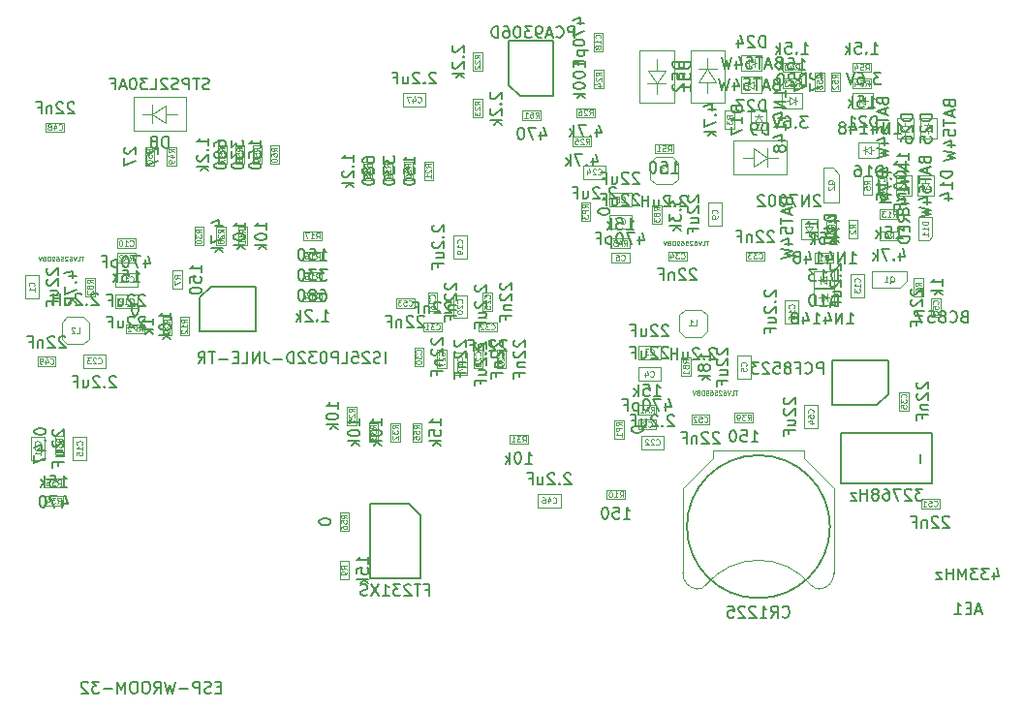
<source format=gbr>
G04 #@! TF.GenerationSoftware,KiCad,Pcbnew,5.0.0-rc2-dev-unknown+dfsg1+20180318-2*
G04 #@! TF.CreationDate,2018-05-10T13:20:57+02:00*
G04 #@! TF.ProjectId,ulx3s,756C7833732E6B696361645F70636200,rev?*
G04 #@! TF.SameCoordinates,Original*
G04 #@! TF.FileFunction,Other,Fab,Bot*
%FSLAX46Y46*%
G04 Gerber Fmt 4.6, Leading zero omitted, Abs format (unit mm)*
G04 Created by KiCad (PCBNEW 5.0.0-rc2-dev-unknown+dfsg1+20180318-2) date Thu May 10 13:20:57 2018*
%MOMM*%
%LPD*%
G01*
G04 APERTURE LIST*
%ADD10C,0.150000*%
%ADD11C,0.100000*%
%ADD12C,0.080000*%
%ADD13C,0.075000*%
G04 APERTURE END LIST*
D10*
X134035000Y-103890000D02*
X130635000Y-103890000D01*
X130635000Y-103890000D02*
X130635000Y-110390000D01*
X130635000Y-110390000D02*
X135035000Y-110390000D01*
X135035000Y-110390000D02*
X135035000Y-104890000D01*
X135035000Y-104890000D02*
X134035000Y-103890000D01*
X170835000Y-105870000D02*
G75*
G03X170835000Y-105870000I-6250000J0D01*
G01*
D11*
X159206987Y-111317558D02*
G75*
G03X159985000Y-110970000I88013J847558D01*
G01*
X169963013Y-111317558D02*
G75*
G02X169185000Y-110970000I-88013J847558D01*
G01*
X159977095Y-110979589D02*
G75*
G02X169185000Y-110970000I4607905J-3790411D01*
G01*
X157985000Y-109920000D02*
G75*
G03X159285000Y-111320000I1350000J-50000D01*
G01*
X171185000Y-109920000D02*
G75*
G02X169885000Y-111320000I-1350000J-50000D01*
G01*
X157985000Y-102470000D02*
X157985000Y-109970000D01*
X171185000Y-102470000D02*
X171185000Y-109970000D01*
X160585000Y-99870000D02*
X157985000Y-102470000D01*
X168585000Y-99870000D02*
X171185000Y-102470000D01*
X160585000Y-99170000D02*
X160585000Y-99870000D01*
X168585000Y-99170000D02*
X168585000Y-99870000D01*
X168585000Y-99170000D02*
X160585000Y-99170000D01*
D10*
X175940000Y-94265000D02*
X175940000Y-91365000D01*
X175940000Y-91365000D02*
X171040000Y-91365000D01*
X171040000Y-91365000D02*
X171040000Y-95265000D01*
X171040000Y-95265000D02*
X174940000Y-95265000D01*
X174940000Y-95265000D02*
X175940000Y-94265000D01*
X143730000Y-68251500D02*
X146630000Y-68251500D01*
X146630000Y-68251500D02*
X146630000Y-63351500D01*
X146630000Y-63351500D02*
X142730000Y-63351500D01*
X142730000Y-63351500D02*
X142730000Y-67251500D01*
X142730000Y-67251500D02*
X143730000Y-68251500D01*
X115780000Y-85870000D02*
X115780000Y-88770000D01*
X115780000Y-88770000D02*
X120680000Y-88770000D01*
X120680000Y-88770000D02*
X120680000Y-84870000D01*
X120680000Y-84870000D02*
X116780000Y-84870000D01*
X116780000Y-84870000D02*
X115780000Y-85870000D01*
X179776000Y-97722000D02*
X179776000Y-102122000D01*
X171776000Y-97722000D02*
X179776000Y-97722000D01*
X171776000Y-102122000D02*
X171776000Y-97722000D01*
X179776000Y-102122000D02*
X171776000Y-102122000D01*
X178776000Y-99522000D02*
X178776000Y-100322000D01*
D11*
X133501000Y-67950000D02*
X133501000Y-69150000D01*
X133501000Y-69150000D02*
X135501000Y-69150000D01*
X135501000Y-69150000D02*
X135501000Y-67950000D01*
X135501000Y-67950000D02*
X133501000Y-67950000D01*
X101685000Y-83915000D02*
X100485000Y-83915000D01*
X100485000Y-83915000D02*
X100485000Y-85915000D01*
X100485000Y-85915000D02*
X101685000Y-85915000D01*
X101685000Y-85915000D02*
X101685000Y-83915000D01*
X154060000Y-96510000D02*
X154060000Y-97310000D01*
X154060000Y-97310000D02*
X155660000Y-97310000D01*
X155660000Y-97310000D02*
X155660000Y-96510000D01*
X155660000Y-96510000D02*
X154060000Y-96510000D01*
X156060000Y-90030000D02*
X154060000Y-90030000D01*
X156060000Y-91230000D02*
X156060000Y-90030000D01*
X154060000Y-91230000D02*
X156060000Y-91230000D01*
X154060000Y-90030000D02*
X154060000Y-91230000D01*
X154060000Y-91935000D02*
X154060000Y-93135000D01*
X154060000Y-93135000D02*
X156060000Y-93135000D01*
X156060000Y-93135000D02*
X156060000Y-91935000D01*
X156060000Y-91935000D02*
X154060000Y-91935000D01*
X162715000Y-90900000D02*
X162715000Y-92900000D01*
X163915000Y-90900000D02*
X162715000Y-90900000D01*
X163915000Y-92900000D02*
X163915000Y-90900000D01*
X162715000Y-92900000D02*
X163915000Y-92900000D01*
X151720000Y-81975000D02*
X151720000Y-82775000D01*
X151720000Y-82775000D02*
X153320000Y-82775000D01*
X153320000Y-82775000D02*
X153320000Y-81975000D01*
X153320000Y-81975000D02*
X151720000Y-81975000D01*
X153520000Y-78600000D02*
X151520000Y-78600000D01*
X153520000Y-79800000D02*
X153520000Y-78600000D01*
X151520000Y-79800000D02*
X153520000Y-79800000D01*
X151520000Y-78600000D02*
X151520000Y-79800000D01*
X153520000Y-76695000D02*
X151520000Y-76695000D01*
X153520000Y-77895000D02*
X153520000Y-76695000D01*
X151520000Y-77895000D02*
X153520000Y-77895000D01*
X151520000Y-76695000D02*
X151520000Y-77895000D01*
X160175000Y-79565000D02*
X161375000Y-79565000D01*
X161375000Y-79565000D02*
X161375000Y-77565000D01*
X161375000Y-77565000D02*
X160175000Y-77565000D01*
X160175000Y-77565000D02*
X160175000Y-79565000D01*
X108540000Y-81505000D02*
X110140000Y-81505000D01*
X108540000Y-80705000D02*
X108540000Y-81505000D01*
X110140000Y-80705000D02*
X108540000Y-80705000D01*
X110140000Y-81505000D02*
X110140000Y-80705000D01*
X108340000Y-84880000D02*
X110340000Y-84880000D01*
X108340000Y-83680000D02*
X108340000Y-84880000D01*
X110340000Y-83680000D02*
X108340000Y-83680000D01*
X110340000Y-84880000D02*
X110340000Y-83680000D01*
X110340000Y-86785000D02*
X110340000Y-85585000D01*
X110340000Y-85585000D02*
X108340000Y-85585000D01*
X108340000Y-85585000D02*
X108340000Y-86785000D01*
X108340000Y-86785000D02*
X110340000Y-86785000D01*
X172621000Y-83788000D02*
X172621000Y-85788000D01*
X173821000Y-83788000D02*
X172621000Y-83788000D01*
X173821000Y-85788000D02*
X173821000Y-83788000D01*
X172621000Y-85788000D02*
X173821000Y-85788000D01*
X175780000Y-76825000D02*
X175780000Y-75225000D01*
X174980000Y-76825000D02*
X175780000Y-76825000D01*
X174980000Y-75225000D02*
X174980000Y-76825000D01*
X175780000Y-75225000D02*
X174980000Y-75225000D01*
X104676000Y-100012000D02*
X105876000Y-100012000D01*
X105876000Y-100012000D02*
X105876000Y-98012000D01*
X105876000Y-98012000D02*
X104676000Y-98012000D01*
X104676000Y-98012000D02*
X104676000Y-100012000D01*
X166906000Y-88074000D02*
X168106000Y-88074000D01*
X168106000Y-88074000D02*
X168106000Y-86074000D01*
X168106000Y-86074000D02*
X166906000Y-86074000D01*
X166906000Y-86074000D02*
X166906000Y-88074000D01*
X139100000Y-90620000D02*
X137900000Y-90620000D01*
X137900000Y-90620000D02*
X137900000Y-92620000D01*
X137900000Y-92620000D02*
X139100000Y-92620000D01*
X139100000Y-92620000D02*
X139100000Y-90620000D01*
X150189600Y-64284000D02*
X150989600Y-64284000D01*
X150989600Y-64284000D02*
X150989600Y-62684000D01*
X150989600Y-62684000D02*
X150189600Y-62684000D01*
X150189600Y-62684000D02*
X150189600Y-64284000D01*
X137900000Y-82420000D02*
X139100000Y-82420000D01*
X139100000Y-82420000D02*
X139100000Y-80420000D01*
X139100000Y-80420000D02*
X137900000Y-80420000D01*
X137900000Y-80420000D02*
X137900000Y-82420000D01*
X139100000Y-87620000D02*
X139100000Y-85620000D01*
X137900000Y-87620000D02*
X139100000Y-87620000D01*
X137900000Y-85620000D02*
X137900000Y-87620000D01*
X139100000Y-85620000D02*
X137900000Y-85620000D01*
X102193000Y-100012000D02*
X102193000Y-98012000D01*
X100993000Y-100012000D02*
X102193000Y-100012000D01*
X100993000Y-98012000D02*
X100993000Y-100012000D01*
X102193000Y-98012000D02*
X100993000Y-98012000D01*
X154314000Y-97904000D02*
X154314000Y-99104000D01*
X154314000Y-99104000D02*
X156314000Y-99104000D01*
X156314000Y-99104000D02*
X156314000Y-97904000D01*
X156314000Y-97904000D02*
X154314000Y-97904000D01*
X105546000Y-91992000D02*
X107546000Y-91992000D01*
X105546000Y-90792000D02*
X105546000Y-91992000D01*
X107546000Y-90792000D02*
X105546000Y-90792000D01*
X107546000Y-91992000D02*
X107546000Y-90792000D01*
X151234000Y-75482000D02*
X151234000Y-74282000D01*
X151234000Y-74282000D02*
X149234000Y-74282000D01*
X149234000Y-74282000D02*
X149234000Y-75482000D01*
X149234000Y-75482000D02*
X151234000Y-75482000D01*
X141300000Y-87020000D02*
X141300000Y-85420000D01*
X140500000Y-87020000D02*
X141300000Y-87020000D01*
X140500000Y-85420000D02*
X140500000Y-87020000D01*
X141300000Y-85420000D02*
X140500000Y-85420000D01*
X136500000Y-87020000D02*
X136500000Y-85420000D01*
X135700000Y-87020000D02*
X136500000Y-87020000D01*
X135700000Y-85420000D02*
X135700000Y-87020000D01*
X136500000Y-85420000D02*
X135700000Y-85420000D01*
X137300000Y-92020000D02*
X137300000Y-90420000D01*
X136500000Y-92020000D02*
X137300000Y-92020000D01*
X136500000Y-90420000D02*
X136500000Y-92020000D01*
X137300000Y-90420000D02*
X136500000Y-90420000D01*
X140500000Y-90420000D02*
X139700000Y-90420000D01*
X139700000Y-90420000D02*
X139700000Y-92020000D01*
X139700000Y-92020000D02*
X140500000Y-92020000D01*
X140500000Y-92020000D02*
X140500000Y-90420000D01*
X142500000Y-92020000D02*
X142500000Y-90420000D01*
X141700000Y-92020000D02*
X142500000Y-92020000D01*
X141700000Y-90420000D02*
X141700000Y-92020000D01*
X142500000Y-90420000D02*
X141700000Y-90420000D01*
X135300000Y-90220000D02*
X134500000Y-90220000D01*
X134500000Y-90220000D02*
X134500000Y-91820000D01*
X134500000Y-91820000D02*
X135300000Y-91820000D01*
X135300000Y-91820000D02*
X135300000Y-90220000D01*
X135300000Y-88020000D02*
X135300000Y-88820000D01*
X135300000Y-88820000D02*
X136900000Y-88820000D01*
X136900000Y-88820000D02*
X136900000Y-88020000D01*
X136900000Y-88020000D02*
X135300000Y-88020000D01*
X140100000Y-88820000D02*
X141700000Y-88820000D01*
X140100000Y-88020000D02*
X140100000Y-88820000D01*
X141700000Y-88020000D02*
X140100000Y-88020000D01*
X141700000Y-88820000D02*
X141700000Y-88020000D01*
X163500000Y-81820000D02*
X163500000Y-82620000D01*
X163500000Y-82620000D02*
X165100000Y-82620000D01*
X165100000Y-82620000D02*
X165100000Y-81820000D01*
X165100000Y-81820000D02*
X163500000Y-81820000D01*
X158300000Y-82620000D02*
X158300000Y-81820000D01*
X158300000Y-81820000D02*
X156700000Y-81820000D01*
X156700000Y-81820000D02*
X156700000Y-82620000D01*
X156700000Y-82620000D02*
X158300000Y-82620000D01*
X177700000Y-94100000D02*
X176900000Y-94100000D01*
X176900000Y-94100000D02*
X176900000Y-95700000D01*
X176900000Y-95700000D02*
X177700000Y-95700000D01*
X177700000Y-95700000D02*
X177700000Y-94100000D01*
X145297000Y-102984000D02*
X145297000Y-104184000D01*
X145297000Y-104184000D02*
X147297000Y-104184000D01*
X147297000Y-104184000D02*
X147297000Y-102984000D01*
X147297000Y-102984000D02*
X145297000Y-102984000D01*
X103920000Y-70563000D02*
X102320000Y-70563000D01*
X103920000Y-71363000D02*
X103920000Y-70563000D01*
X102320000Y-71363000D02*
X103920000Y-71363000D01*
X102320000Y-70563000D02*
X102320000Y-71363000D01*
X103170000Y-91010000D02*
X101570000Y-91010000D01*
X103170000Y-91810000D02*
X103170000Y-91010000D01*
X101570000Y-91810000D02*
X103170000Y-91810000D01*
X101570000Y-91010000D02*
X101570000Y-91810000D01*
X179694000Y-87511000D02*
X180494000Y-87511000D01*
X180494000Y-87511000D02*
X180494000Y-85911000D01*
X180494000Y-85911000D02*
X179694000Y-85911000D01*
X179694000Y-85911000D02*
X179694000Y-87511000D01*
X180398000Y-104256000D02*
X180398000Y-103456000D01*
X180398000Y-103456000D02*
X178798000Y-103456000D01*
X178798000Y-103456000D02*
X178798000Y-104256000D01*
X178798000Y-104256000D02*
X180398000Y-104256000D01*
X158720000Y-96890000D02*
X160320000Y-96890000D01*
X158720000Y-96090000D02*
X158720000Y-96890000D01*
X160320000Y-96090000D02*
X158720000Y-96090000D01*
X160320000Y-96890000D02*
X160320000Y-96090000D01*
X132902200Y-86730000D02*
X134502200Y-86730000D01*
X132902200Y-85930000D02*
X132902200Y-86730000D01*
X134502200Y-85930000D02*
X132902200Y-85930000D01*
X134502200Y-86730000D02*
X134502200Y-85930000D01*
X168572000Y-95236000D02*
X168572000Y-97236000D01*
X169772000Y-95236000D02*
X168572000Y-95236000D01*
X169772000Y-97236000D02*
X169772000Y-95236000D01*
X168572000Y-97236000D02*
X169772000Y-97236000D01*
X179790000Y-78835000D02*
X179790000Y-80535000D01*
X179790000Y-80535000D02*
X179490000Y-80835000D01*
X179490000Y-80835000D02*
X178590000Y-80835000D01*
X178590000Y-80835000D02*
X178590000Y-78835000D01*
X178590000Y-78835000D02*
X179790000Y-78835000D01*
X159595000Y-89290000D02*
X158870000Y-89290000D01*
X160070000Y-88815000D02*
X159595000Y-89290000D01*
X160070000Y-88090000D02*
X160070000Y-88815000D01*
X158145000Y-89290000D02*
X158870000Y-89290000D01*
X157670000Y-88815000D02*
X158145000Y-89290000D01*
X157670000Y-88090000D02*
X157670000Y-88815000D01*
X158145000Y-86890000D02*
X158870000Y-86890000D01*
X157670000Y-87365000D02*
X158145000Y-86890000D01*
X157670000Y-88090000D02*
X157670000Y-87365000D01*
X159595000Y-86890000D02*
X158870000Y-86890000D01*
X160070000Y-87365000D02*
X159595000Y-86890000D01*
X160070000Y-88090000D02*
X160070000Y-87365000D01*
X103695000Y-88725000D02*
X103695000Y-89450000D01*
X103695000Y-89450000D02*
X104170000Y-89925000D01*
X104170000Y-89925000D02*
X104895000Y-89925000D01*
X106095000Y-88725000D02*
X106095000Y-89450000D01*
X106095000Y-89450000D02*
X105620000Y-89925000D01*
X105620000Y-89925000D02*
X104895000Y-89925000D01*
X106095000Y-88725000D02*
X106095000Y-88000000D01*
X106095000Y-88000000D02*
X105620000Y-87525000D01*
X105620000Y-87525000D02*
X104895000Y-87525000D01*
X103695000Y-88725000D02*
X103695000Y-88000000D01*
X103695000Y-88000000D02*
X104170000Y-87525000D01*
X104170000Y-87525000D02*
X104895000Y-87525000D01*
X157530000Y-74755000D02*
X157530000Y-74030000D01*
X157530000Y-74030000D02*
X157055000Y-73555000D01*
X157055000Y-73555000D02*
X156330000Y-73555000D01*
X155130000Y-74755000D02*
X155130000Y-74030000D01*
X155130000Y-74030000D02*
X155605000Y-73555000D01*
X155605000Y-73555000D02*
X156330000Y-73555000D01*
X155130000Y-74755000D02*
X155130000Y-75480000D01*
X155130000Y-75480000D02*
X155605000Y-75955000D01*
X155605000Y-75955000D02*
X156330000Y-75955000D01*
X157530000Y-74755000D02*
X157530000Y-75480000D01*
X157530000Y-75480000D02*
X157055000Y-75955000D01*
X157055000Y-75955000D02*
X156330000Y-75955000D01*
X170500000Y-84280000D02*
X170750000Y-84280000D01*
X170500000Y-83930000D02*
X170000000Y-84280000D01*
X170500000Y-84630000D02*
X170500000Y-83930000D01*
X170000000Y-84280000D02*
X170500000Y-84630000D01*
X170000000Y-84280000D02*
X169800000Y-84280000D01*
X170000000Y-84630000D02*
X170000000Y-83930000D01*
X169400000Y-83580000D02*
X169400000Y-84980000D01*
X171200000Y-83580000D02*
X169400000Y-83580000D01*
X171200000Y-84980000D02*
X171200000Y-83580000D01*
X169400000Y-84980000D02*
X171200000Y-84980000D01*
X169730000Y-80735000D02*
X169730000Y-78935000D01*
X169730000Y-78935000D02*
X168330000Y-78935000D01*
X168330000Y-78935000D02*
X168330000Y-80735000D01*
X168330000Y-80735000D02*
X169730000Y-80735000D01*
X169380000Y-80135000D02*
X168680000Y-80135000D01*
X169030000Y-80135000D02*
X169030000Y-80335000D01*
X169030000Y-80135000D02*
X169380000Y-79635000D01*
X169380000Y-79635000D02*
X168680000Y-79635000D01*
X168680000Y-79635000D02*
X169030000Y-80135000D01*
X169030000Y-79635000D02*
X169030000Y-79385000D01*
X170100000Y-85804000D02*
X169850000Y-85804000D01*
X170100000Y-86154000D02*
X170600000Y-85804000D01*
X170100000Y-85454000D02*
X170100000Y-86154000D01*
X170600000Y-85804000D02*
X170100000Y-85454000D01*
X170600000Y-85804000D02*
X170800000Y-85804000D01*
X170600000Y-85454000D02*
X170600000Y-86154000D01*
X171200000Y-86504000D02*
X171200000Y-85104000D01*
X169400000Y-86504000D02*
X171200000Y-86504000D01*
X169400000Y-85104000D02*
X169400000Y-86504000D01*
X171200000Y-85104000D02*
X169400000Y-85104000D01*
X179890000Y-76925000D02*
X179890000Y-75125000D01*
X179890000Y-75125000D02*
X178490000Y-75125000D01*
X178490000Y-75125000D02*
X178490000Y-76925000D01*
X178490000Y-76925000D02*
X179890000Y-76925000D01*
X179540000Y-76325000D02*
X178840000Y-76325000D01*
X179190000Y-76325000D02*
X179190000Y-76525000D01*
X179190000Y-76325000D02*
X179540000Y-75825000D01*
X179540000Y-75825000D02*
X178840000Y-75825000D01*
X178840000Y-75825000D02*
X179190000Y-76325000D01*
X179190000Y-75825000D02*
X179190000Y-75575000D01*
X176585000Y-75125000D02*
X176585000Y-76925000D01*
X176585000Y-76925000D02*
X177985000Y-76925000D01*
X177985000Y-76925000D02*
X177985000Y-75125000D01*
X177985000Y-75125000D02*
X176585000Y-75125000D01*
X176935000Y-75725000D02*
X177635000Y-75725000D01*
X177285000Y-75725000D02*
X177285000Y-75525000D01*
X177285000Y-75725000D02*
X176935000Y-76225000D01*
X176935000Y-76225000D02*
X177635000Y-76225000D01*
X177635000Y-76225000D02*
X177285000Y-75725000D01*
X177285000Y-76225000D02*
X177285000Y-76475000D01*
X174437000Y-72977000D02*
X174687000Y-72977000D01*
X174437000Y-72627000D02*
X173937000Y-72977000D01*
X174437000Y-73327000D02*
X174437000Y-72627000D01*
X173937000Y-72977000D02*
X174437000Y-73327000D01*
X173937000Y-72977000D02*
X173737000Y-72977000D01*
X173937000Y-73327000D02*
X173937000Y-72627000D01*
X173337000Y-72277000D02*
X173337000Y-73677000D01*
X175137000Y-72277000D02*
X173337000Y-72277000D01*
X175137000Y-73677000D02*
X175137000Y-72277000D01*
X173337000Y-73677000D02*
X175137000Y-73677000D01*
X164585000Y-70510000D02*
X164585000Y-70760000D01*
X164935000Y-70510000D02*
X164585000Y-70010000D01*
X164235000Y-70510000D02*
X164935000Y-70510000D01*
X164585000Y-70010000D02*
X164235000Y-70510000D01*
X164585000Y-70010000D02*
X164585000Y-69810000D01*
X164235000Y-70010000D02*
X164935000Y-70010000D01*
X165285000Y-69410000D02*
X163885000Y-69410000D01*
X165285000Y-71210000D02*
X165285000Y-69410000D01*
X163885000Y-71210000D02*
X165285000Y-71210000D01*
X163885000Y-69410000D02*
X163885000Y-71210000D01*
X167306000Y-68659000D02*
X167056000Y-68659000D01*
X167306000Y-69009000D02*
X167806000Y-68659000D01*
X167306000Y-68309000D02*
X167306000Y-69009000D01*
X167806000Y-68659000D02*
X167306000Y-68309000D01*
X167806000Y-68659000D02*
X168006000Y-68659000D01*
X167806000Y-68309000D02*
X167806000Y-69009000D01*
X168406000Y-69359000D02*
X168406000Y-67959000D01*
X166606000Y-69359000D02*
X168406000Y-69359000D01*
X166606000Y-67959000D02*
X166606000Y-69359000D01*
X168406000Y-67959000D02*
X166606000Y-67959000D01*
X172829000Y-69359000D02*
X174629000Y-69359000D01*
X174629000Y-69359000D02*
X174629000Y-67959000D01*
X174629000Y-67959000D02*
X172829000Y-67959000D01*
X172829000Y-67959000D02*
X172829000Y-69359000D01*
X173429000Y-69009000D02*
X173429000Y-68309000D01*
X173429000Y-68659000D02*
X173229000Y-68659000D01*
X173429000Y-68659000D02*
X173929000Y-69009000D01*
X173929000Y-69009000D02*
X173929000Y-68309000D01*
X173929000Y-68309000D02*
X173429000Y-68659000D01*
X173929000Y-68659000D02*
X174179000Y-68659000D01*
X163050000Y-67962000D02*
X164850000Y-67962000D01*
X164850000Y-67962000D02*
X164850000Y-66562000D01*
X164850000Y-66562000D02*
X163050000Y-66562000D01*
X163050000Y-66562000D02*
X163050000Y-67962000D01*
X163650000Y-67612000D02*
X163650000Y-66912000D01*
X163650000Y-67262000D02*
X163450000Y-67262000D01*
X163650000Y-67262000D02*
X164150000Y-67612000D01*
X164150000Y-67612000D02*
X164150000Y-66912000D01*
X164150000Y-66912000D02*
X163650000Y-67262000D01*
X164150000Y-67262000D02*
X164400000Y-67262000D01*
X164850000Y-64657000D02*
X163050000Y-64657000D01*
X163050000Y-64657000D02*
X163050000Y-66057000D01*
X163050000Y-66057000D02*
X164850000Y-66057000D01*
X164850000Y-66057000D02*
X164850000Y-64657000D01*
X164250000Y-65007000D02*
X164250000Y-65707000D01*
X164250000Y-65357000D02*
X164450000Y-65357000D01*
X164250000Y-65357000D02*
X163750000Y-65007000D01*
X163750000Y-65007000D02*
X163750000Y-65707000D01*
X163750000Y-65707000D02*
X164250000Y-65357000D01*
X163750000Y-65357000D02*
X163500000Y-65357000D01*
X177412000Y-70872000D02*
X177412000Y-70622000D01*
X177062000Y-70872000D02*
X177412000Y-71372000D01*
X177762000Y-70872000D02*
X177062000Y-70872000D01*
X177412000Y-71372000D02*
X177762000Y-70872000D01*
X177412000Y-71372000D02*
X177412000Y-71572000D01*
X177762000Y-71372000D02*
X177062000Y-71372000D01*
X176712000Y-71972000D02*
X178112000Y-71972000D01*
X176712000Y-70172000D02*
X176712000Y-71972000D01*
X178112000Y-70172000D02*
X176712000Y-70172000D01*
X178112000Y-71972000D02*
X178112000Y-70172000D01*
X179444000Y-71272000D02*
X179444000Y-71522000D01*
X179794000Y-71272000D02*
X179444000Y-70772000D01*
X179094000Y-71272000D02*
X179794000Y-71272000D01*
X179444000Y-70772000D02*
X179094000Y-71272000D01*
X179444000Y-70772000D02*
X179444000Y-70572000D01*
X179094000Y-70772000D02*
X179794000Y-70772000D01*
X180144000Y-70172000D02*
X178744000Y-70172000D01*
X180144000Y-71972000D02*
X180144000Y-70172000D01*
X178744000Y-71972000D02*
X180144000Y-71972000D01*
X178744000Y-70172000D02*
X178744000Y-71972000D01*
X174495000Y-84980000D02*
X174495000Y-83580000D01*
X177535000Y-83580000D02*
X174495000Y-83580000D01*
X176965000Y-84980000D02*
X177535000Y-84430000D01*
X177535000Y-84430000D02*
X177535000Y-83580000D01*
X176965000Y-84980000D02*
X174515000Y-84980000D01*
X171635000Y-75075000D02*
X171635000Y-77525000D01*
X171085000Y-74505000D02*
X170235000Y-74505000D01*
X171635000Y-75075000D02*
X171085000Y-74505000D01*
X170235000Y-74505000D02*
X170235000Y-77545000D01*
X171635000Y-77545000D02*
X170235000Y-77545000D01*
X111611560Y-69800980D02*
X112762180Y-70601080D01*
X111611560Y-69800980D02*
X112762180Y-69051680D01*
X112762180Y-69051680D02*
X112762180Y-70601080D01*
X111611560Y-70601080D02*
X111611560Y-69000880D01*
X112762180Y-69800980D02*
X113760400Y-69800980D01*
X111611560Y-69800980D02*
X110709860Y-69800980D01*
X114561000Y-71302000D02*
X109961000Y-71302000D01*
X114561000Y-71302000D02*
X114561000Y-68302000D01*
X109961000Y-68302000D02*
X109961000Y-71302000D01*
X114561000Y-68302000D02*
X109961000Y-68302000D01*
X162412000Y-75112000D02*
X167012000Y-75112000D01*
X167012000Y-75112000D02*
X167012000Y-72112000D01*
X162412000Y-72112000D02*
X162412000Y-75112000D01*
X162412000Y-72112000D02*
X167012000Y-72112000D01*
X165361440Y-73613020D02*
X166263140Y-73613020D01*
X164210820Y-73613020D02*
X163212600Y-73613020D01*
X165361440Y-72812920D02*
X165361440Y-74413120D01*
X164210820Y-74362320D02*
X164210820Y-72812920D01*
X165361440Y-73613020D02*
X164210820Y-74362320D01*
X165361440Y-73613020D02*
X164210820Y-72812920D01*
X154195000Y-64200000D02*
X154195000Y-68800000D01*
X154195000Y-68800000D02*
X157195000Y-68800000D01*
X157195000Y-64200000D02*
X154195000Y-64200000D01*
X157195000Y-64200000D02*
X157195000Y-68800000D01*
X155693980Y-67149440D02*
X155693980Y-68051140D01*
X155693980Y-65998820D02*
X155693980Y-65000600D01*
X156494080Y-67149440D02*
X154893880Y-67149440D01*
X154944680Y-65998820D02*
X156494080Y-65998820D01*
X155693980Y-67149440D02*
X154944680Y-65998820D01*
X155693980Y-67149440D02*
X156494080Y-65998820D01*
X160141020Y-65850560D02*
X159340920Y-67001180D01*
X160141020Y-65850560D02*
X160890320Y-67001180D01*
X160890320Y-67001180D02*
X159340920Y-67001180D01*
X159340920Y-65850560D02*
X160941120Y-65850560D01*
X160141020Y-67001180D02*
X160141020Y-67999400D01*
X160141020Y-65850560D02*
X160141020Y-64948860D01*
X158640000Y-68800000D02*
X158640000Y-64200000D01*
X158640000Y-68800000D02*
X161640000Y-68800000D01*
X161640000Y-64200000D02*
X158640000Y-64200000D01*
X161640000Y-68800000D02*
X161640000Y-64200000D01*
X169500000Y-81975000D02*
X169500000Y-82775000D01*
X169500000Y-82775000D02*
X171100000Y-82775000D01*
X171100000Y-82775000D02*
X171100000Y-81975000D01*
X171100000Y-81975000D02*
X169500000Y-81975000D01*
X172440000Y-79035000D02*
X172440000Y-80635000D01*
X173240000Y-79035000D02*
X172440000Y-79035000D01*
X173240000Y-80635000D02*
X173240000Y-79035000D01*
X172440000Y-80635000D02*
X173240000Y-80635000D01*
X161645000Y-69510000D02*
X161645000Y-71110000D01*
X162445000Y-69510000D02*
X161645000Y-69510000D01*
X162445000Y-71110000D02*
X162445000Y-69510000D01*
X161645000Y-71110000D02*
X162445000Y-71110000D01*
X176815000Y-80870000D02*
X176815000Y-80070000D01*
X176815000Y-80070000D02*
X175215000Y-80070000D01*
X175215000Y-80070000D02*
X175215000Y-80870000D01*
X175215000Y-80870000D02*
X176815000Y-80870000D01*
X174510000Y-75225000D02*
X173710000Y-75225000D01*
X173710000Y-75225000D02*
X173710000Y-76825000D01*
X173710000Y-76825000D02*
X174510000Y-76825000D01*
X174510000Y-76825000D02*
X174510000Y-75225000D01*
X178955000Y-85715000D02*
X178955000Y-84115000D01*
X178155000Y-85715000D02*
X178955000Y-85715000D01*
X178155000Y-84115000D02*
X178155000Y-85715000D01*
X178955000Y-84115000D02*
X178155000Y-84115000D01*
X114185000Y-83480000D02*
X113385000Y-83480000D01*
X113385000Y-83480000D02*
X113385000Y-85080000D01*
X113385000Y-85080000D02*
X114185000Y-85080000D01*
X114185000Y-85080000D02*
X114185000Y-83480000D01*
X170535000Y-79035000D02*
X170535000Y-80635000D01*
X171335000Y-79035000D02*
X170535000Y-79035000D01*
X171335000Y-80635000D02*
X171335000Y-79035000D01*
X170535000Y-80635000D02*
X171335000Y-80635000D01*
X128790000Y-108880000D02*
X127990000Y-108880000D01*
X127990000Y-108880000D02*
X127990000Y-110480000D01*
X127990000Y-110480000D02*
X128790000Y-110480000D01*
X128790000Y-110480000D02*
X128790000Y-108880000D01*
X151339000Y-103476000D02*
X152939000Y-103476000D01*
X151339000Y-102676000D02*
X151339000Y-103476000D01*
X152939000Y-102676000D02*
X151339000Y-102676000D01*
X152939000Y-103476000D02*
X152939000Y-102676000D01*
X119900000Y-81270000D02*
X119900000Y-79670000D01*
X119100000Y-81270000D02*
X119900000Y-81270000D01*
X119100000Y-79670000D02*
X119100000Y-81270000D01*
X119900000Y-79670000D02*
X119100000Y-79670000D01*
X114020000Y-89144000D02*
X114820000Y-89144000D01*
X114820000Y-89144000D02*
X114820000Y-87544000D01*
X114820000Y-87544000D02*
X114020000Y-87544000D01*
X114020000Y-87544000D02*
X114020000Y-89144000D01*
X176815000Y-78965000D02*
X176815000Y-78165000D01*
X176815000Y-78165000D02*
X175215000Y-78165000D01*
X175215000Y-78165000D02*
X175215000Y-78965000D01*
X175215000Y-78965000D02*
X176815000Y-78965000D01*
X124796000Y-86204000D02*
X126396000Y-86204000D01*
X124796000Y-85404000D02*
X124796000Y-86204000D01*
X126396000Y-85404000D02*
X124796000Y-85404000D01*
X126396000Y-86204000D02*
X126396000Y-85404000D01*
X126396000Y-84426000D02*
X126396000Y-83626000D01*
X126396000Y-83626000D02*
X124796000Y-83626000D01*
X124796000Y-83626000D02*
X124796000Y-84426000D01*
X124796000Y-84426000D02*
X126396000Y-84426000D01*
X126396000Y-82648000D02*
X126396000Y-81848000D01*
X126396000Y-81848000D02*
X124796000Y-81848000D01*
X124796000Y-81848000D02*
X124796000Y-82648000D01*
X124796000Y-82648000D02*
X126396000Y-82648000D01*
X124796000Y-80870000D02*
X126396000Y-80870000D01*
X124796000Y-80070000D02*
X124796000Y-80870000D01*
X126396000Y-80070000D02*
X124796000Y-80070000D01*
X126396000Y-80870000D02*
X126396000Y-80070000D01*
X130022000Y-73973000D02*
X130022000Y-75573000D01*
X130822000Y-73973000D02*
X130022000Y-73973000D01*
X130822000Y-75573000D02*
X130822000Y-73973000D01*
X130022000Y-75573000D02*
X130822000Y-75573000D01*
X131800000Y-73973000D02*
X131800000Y-75573000D01*
X132600000Y-73973000D02*
X131800000Y-73973000D01*
X132600000Y-75573000D02*
X132600000Y-73973000D01*
X131800000Y-75573000D02*
X132600000Y-75573000D01*
X133593000Y-73973000D02*
X133593000Y-75573000D01*
X134393000Y-73973000D02*
X133593000Y-73973000D01*
X134393000Y-75573000D02*
X134393000Y-73973000D01*
X133593000Y-75573000D02*
X134393000Y-75573000D01*
X135371000Y-75573000D02*
X136171000Y-75573000D01*
X136171000Y-75573000D02*
X136171000Y-73973000D01*
X136171000Y-73973000D02*
X135371000Y-73973000D01*
X135371000Y-73973000D02*
X135371000Y-75573000D01*
X139625500Y-64430000D02*
X139625500Y-66030000D01*
X140425500Y-64430000D02*
X139625500Y-64430000D01*
X140425500Y-66030000D02*
X140425500Y-64430000D01*
X139625500Y-66030000D02*
X140425500Y-66030000D01*
X140425500Y-68512000D02*
X139625500Y-68512000D01*
X139625500Y-68512000D02*
X139625500Y-70112000D01*
X139625500Y-70112000D02*
X140425500Y-70112000D01*
X140425500Y-70112000D02*
X140425500Y-68512000D01*
X150215000Y-65972000D02*
X150215000Y-67572000D01*
X151015000Y-65972000D02*
X150215000Y-65972000D01*
X151015000Y-67572000D02*
X151015000Y-65972000D01*
X150215000Y-67572000D02*
X151015000Y-67572000D01*
X149975000Y-72615000D02*
X149975000Y-71815000D01*
X149975000Y-71815000D02*
X148375000Y-71815000D01*
X148375000Y-71815000D02*
X148375000Y-72615000D01*
X148375000Y-72615000D02*
X149975000Y-72615000D01*
X148687000Y-70093000D02*
X150287000Y-70093000D01*
X148687000Y-69293000D02*
X148687000Y-70093000D01*
X150287000Y-69293000D02*
X148687000Y-69293000D01*
X150287000Y-70093000D02*
X150287000Y-69293000D01*
X128625000Y-95375000D02*
X128625000Y-96975000D01*
X129425000Y-95375000D02*
X128625000Y-95375000D01*
X129425000Y-96975000D02*
X129425000Y-95375000D01*
X128625000Y-96975000D02*
X129425000Y-96975000D01*
X117995000Y-79670000D02*
X117195000Y-79670000D01*
X117195000Y-79670000D02*
X117195000Y-81270000D01*
X117195000Y-81270000D02*
X117995000Y-81270000D01*
X117995000Y-81270000D02*
X117995000Y-79670000D01*
X112496000Y-87544000D02*
X112496000Y-89144000D01*
X113296000Y-87544000D02*
X112496000Y-87544000D01*
X113296000Y-89144000D02*
X113296000Y-87544000D01*
X112496000Y-89144000D02*
X113296000Y-89144000D01*
X116090000Y-81270000D02*
X116090000Y-79670000D01*
X115290000Y-81270000D02*
X116090000Y-81270000D01*
X115290000Y-79670000D02*
X115290000Y-81270000D01*
X116090000Y-79670000D02*
X115290000Y-79670000D01*
X142830000Y-98650000D02*
X144430000Y-98650000D01*
X142830000Y-97850000D02*
X142830000Y-98650000D01*
X144430000Y-97850000D02*
X142830000Y-97850000D01*
X144430000Y-98650000D02*
X144430000Y-97850000D01*
X132435000Y-98415000D02*
X133235000Y-98415000D01*
X133235000Y-98415000D02*
X133235000Y-96815000D01*
X133235000Y-96815000D02*
X132435000Y-96815000D01*
X132435000Y-96815000D02*
X132435000Y-98415000D01*
X130530000Y-96815000D02*
X130530000Y-98415000D01*
X131330000Y-96815000D02*
X130530000Y-96815000D01*
X131330000Y-98415000D02*
X131330000Y-96815000D01*
X130530000Y-98415000D02*
X131330000Y-98415000D01*
X103790000Y-103200000D02*
X102190000Y-103200000D01*
X103790000Y-104000000D02*
X103790000Y-103200000D01*
X102190000Y-104000000D02*
X103790000Y-104000000D01*
X102190000Y-103200000D02*
X102190000Y-104000000D01*
X103790000Y-102460000D02*
X103790000Y-101660000D01*
X103790000Y-101660000D02*
X102190000Y-101660000D01*
X102190000Y-101660000D02*
X102190000Y-102460000D01*
X102190000Y-102460000D02*
X103790000Y-102460000D01*
X103098000Y-99558000D02*
X103898000Y-99558000D01*
X103898000Y-99558000D02*
X103898000Y-97958000D01*
X103898000Y-97958000D02*
X103098000Y-97958000D01*
X103098000Y-97958000D02*
X103098000Y-99558000D01*
X164115000Y-96745000D02*
X164115000Y-95945000D01*
X164115000Y-95945000D02*
X162515000Y-95945000D01*
X162515000Y-95945000D02*
X162515000Y-96745000D01*
X162515000Y-96745000D02*
X164115000Y-96745000D01*
X168306000Y-65338000D02*
X166706000Y-65338000D01*
X168306000Y-66138000D02*
X168306000Y-65338000D01*
X166706000Y-66138000D02*
X168306000Y-66138000D01*
X166706000Y-65338000D02*
X166706000Y-66138000D01*
X112877000Y-74285000D02*
X113677000Y-74285000D01*
X113677000Y-74285000D02*
X113677000Y-72685000D01*
X113677000Y-72685000D02*
X112877000Y-72685000D01*
X112877000Y-72685000D02*
X112877000Y-74285000D01*
X110972000Y-72685000D02*
X110972000Y-74285000D01*
X111772000Y-72685000D02*
X110972000Y-72685000D01*
X111772000Y-74285000D02*
X111772000Y-72685000D01*
X110972000Y-74285000D02*
X111772000Y-74285000D01*
X155530000Y-73250000D02*
X157130000Y-73250000D01*
X155530000Y-72450000D02*
X155530000Y-73250000D01*
X157130000Y-72450000D02*
X155530000Y-72450000D01*
X157130000Y-73250000D02*
X157130000Y-72450000D01*
X170916000Y-66165000D02*
X170916000Y-67765000D01*
X171716000Y-66165000D02*
X170916000Y-66165000D01*
X171716000Y-67765000D02*
X171716000Y-66165000D01*
X170916000Y-67765000D02*
X171716000Y-67765000D01*
X169519000Y-67765000D02*
X170319000Y-67765000D01*
X170319000Y-67765000D02*
X170319000Y-66165000D01*
X170319000Y-66165000D02*
X169519000Y-66165000D01*
X169519000Y-66165000D02*
X169519000Y-67765000D01*
X174402000Y-65338000D02*
X172802000Y-65338000D01*
X174402000Y-66138000D02*
X174402000Y-65338000D01*
X172802000Y-66138000D02*
X174402000Y-66138000D01*
X172802000Y-65338000D02*
X172802000Y-66138000D01*
X135140000Y-96815000D02*
X134340000Y-96815000D01*
X134340000Y-96815000D02*
X134340000Y-98415000D01*
X134340000Y-98415000D02*
X135140000Y-98415000D01*
X135140000Y-98415000D02*
X135140000Y-96815000D01*
X127990000Y-106246000D02*
X128790000Y-106246000D01*
X128790000Y-106246000D02*
X128790000Y-104646000D01*
X128790000Y-104646000D02*
X127990000Y-104646000D01*
X127990000Y-104646000D02*
X127990000Y-106246000D01*
X117322000Y-72558000D02*
X117322000Y-74158000D01*
X118122000Y-72558000D02*
X117322000Y-72558000D01*
X118122000Y-74158000D02*
X118122000Y-72558000D01*
X117322000Y-74158000D02*
X118122000Y-74158000D01*
X118846000Y-74158000D02*
X119646000Y-74158000D01*
X119646000Y-74158000D02*
X119646000Y-72558000D01*
X119646000Y-72558000D02*
X118846000Y-72558000D01*
X118846000Y-72558000D02*
X118846000Y-74158000D01*
X120370000Y-72558000D02*
X120370000Y-74158000D01*
X121170000Y-72558000D02*
X120370000Y-72558000D01*
X121170000Y-74158000D02*
X121170000Y-72558000D01*
X120370000Y-74158000D02*
X121170000Y-74158000D01*
X121894000Y-74158000D02*
X122694000Y-74158000D01*
X122694000Y-74158000D02*
X122694000Y-72558000D01*
X122694000Y-72558000D02*
X121894000Y-72558000D01*
X121894000Y-72558000D02*
X121894000Y-74158000D01*
X145580000Y-70300000D02*
X145580000Y-69500000D01*
X145580000Y-69500000D02*
X143980000Y-69500000D01*
X143980000Y-69500000D02*
X143980000Y-70300000D01*
X143980000Y-70300000D02*
X145580000Y-70300000D01*
X166706000Y-66735000D02*
X166706000Y-67535000D01*
X166706000Y-67535000D02*
X168306000Y-67535000D01*
X168306000Y-67535000D02*
X168306000Y-66735000D01*
X168306000Y-66735000D02*
X166706000Y-66735000D01*
X172800000Y-67520000D02*
X174400000Y-67520000D01*
X172800000Y-66720000D02*
X172800000Y-67520000D01*
X174400000Y-66720000D02*
X172800000Y-66720000D01*
X174400000Y-67520000D02*
X174400000Y-66720000D01*
X154060000Y-95240000D02*
X154060000Y-96040000D01*
X154060000Y-96040000D02*
X155660000Y-96040000D01*
X155660000Y-96040000D02*
X155660000Y-95240000D01*
X155660000Y-95240000D02*
X154060000Y-95240000D01*
X110140000Y-82775000D02*
X110140000Y-81975000D01*
X110140000Y-81975000D02*
X108540000Y-81975000D01*
X108540000Y-81975000D02*
X108540000Y-82775000D01*
X108540000Y-82775000D02*
X110140000Y-82775000D01*
X151720000Y-80705000D02*
X151720000Y-81505000D01*
X151720000Y-81505000D02*
X153320000Y-81505000D01*
X153320000Y-81505000D02*
X153320000Y-80705000D01*
X153320000Y-80705000D02*
X151720000Y-80705000D01*
X158635000Y-91100000D02*
X157835000Y-91100000D01*
X157835000Y-91100000D02*
X157835000Y-92700000D01*
X157835000Y-92700000D02*
X158635000Y-92700000D01*
X158635000Y-92700000D02*
X158635000Y-91100000D01*
X105765000Y-84115000D02*
X105765000Y-85715000D01*
X106565000Y-84115000D02*
X105765000Y-84115000D01*
X106565000Y-85715000D02*
X106565000Y-84115000D01*
X105765000Y-85715000D02*
X106565000Y-85715000D01*
X156095000Y-77765000D02*
X155295000Y-77765000D01*
X155295000Y-77765000D02*
X155295000Y-79365000D01*
X155295000Y-79365000D02*
X156095000Y-79365000D01*
X156095000Y-79365000D02*
X156095000Y-77765000D01*
X152793000Y-96561000D02*
X151993000Y-96561000D01*
X151993000Y-96561000D02*
X151993000Y-98161000D01*
X151993000Y-98161000D02*
X152793000Y-98161000D01*
X152793000Y-98161000D02*
X152793000Y-96561000D01*
X110902000Y-88198000D02*
X109302000Y-88198000D01*
X110902000Y-88998000D02*
X110902000Y-88198000D01*
X109302000Y-88998000D02*
X110902000Y-88998000D01*
X109302000Y-88198000D02*
X109302000Y-88998000D01*
X149872000Y-77511000D02*
X149072000Y-77511000D01*
X149072000Y-77511000D02*
X149072000Y-79111000D01*
X149072000Y-79111000D02*
X149872000Y-79111000D01*
X149872000Y-79111000D02*
X149872000Y-77511000D01*
X162746428Y-93966952D02*
X162517857Y-93966952D01*
X162632142Y-94366952D02*
X162632142Y-93966952D01*
X162194047Y-94366952D02*
X162384523Y-94366952D01*
X162384523Y-93966952D01*
X162117857Y-93966952D02*
X161984523Y-94366952D01*
X161851190Y-93966952D01*
X161546428Y-93966952D02*
X161622619Y-93966952D01*
X161660714Y-93986000D01*
X161679761Y-94005047D01*
X161717857Y-94062190D01*
X161736904Y-94138380D01*
X161736904Y-94290761D01*
X161717857Y-94328857D01*
X161698809Y-94347904D01*
X161660714Y-94366952D01*
X161584523Y-94366952D01*
X161546428Y-94347904D01*
X161527380Y-94328857D01*
X161508333Y-94290761D01*
X161508333Y-94195523D01*
X161527380Y-94157428D01*
X161546428Y-94138380D01*
X161584523Y-94119333D01*
X161660714Y-94119333D01*
X161698809Y-94138380D01*
X161717857Y-94157428D01*
X161736904Y-94195523D01*
X161355952Y-94005047D02*
X161336904Y-93986000D01*
X161298809Y-93966952D01*
X161203571Y-93966952D01*
X161165476Y-93986000D01*
X161146428Y-94005047D01*
X161127380Y-94043142D01*
X161127380Y-94081238D01*
X161146428Y-94138380D01*
X161375000Y-94366952D01*
X161127380Y-94366952D01*
X160765476Y-93966952D02*
X160955952Y-93966952D01*
X160975000Y-94157428D01*
X160955952Y-94138380D01*
X160917857Y-94119333D01*
X160822619Y-94119333D01*
X160784523Y-94138380D01*
X160765476Y-94157428D01*
X160746428Y-94195523D01*
X160746428Y-94290761D01*
X160765476Y-94328857D01*
X160784523Y-94347904D01*
X160822619Y-94366952D01*
X160917857Y-94366952D01*
X160955952Y-94347904D01*
X160975000Y-94328857D01*
X160403571Y-93966952D02*
X160479761Y-93966952D01*
X160517857Y-93986000D01*
X160536904Y-94005047D01*
X160575000Y-94062190D01*
X160594047Y-94138380D01*
X160594047Y-94290761D01*
X160575000Y-94328857D01*
X160555952Y-94347904D01*
X160517857Y-94366952D01*
X160441666Y-94366952D01*
X160403571Y-94347904D01*
X160384523Y-94328857D01*
X160365476Y-94290761D01*
X160365476Y-94195523D01*
X160384523Y-94157428D01*
X160403571Y-94138380D01*
X160441666Y-94119333D01*
X160517857Y-94119333D01*
X160555952Y-94138380D01*
X160575000Y-94157428D01*
X160594047Y-94195523D01*
X160175000Y-94366952D02*
X160098809Y-94366952D01*
X160060714Y-94347904D01*
X160041666Y-94328857D01*
X160003571Y-94271714D01*
X159984523Y-94195523D01*
X159984523Y-94043142D01*
X160003571Y-94005047D01*
X160022619Y-93986000D01*
X160060714Y-93966952D01*
X160136904Y-93966952D01*
X160175000Y-93986000D01*
X160194047Y-94005047D01*
X160213095Y-94043142D01*
X160213095Y-94138380D01*
X160194047Y-94176476D01*
X160175000Y-94195523D01*
X160136904Y-94214571D01*
X160060714Y-94214571D01*
X160022619Y-94195523D01*
X160003571Y-94176476D01*
X159984523Y-94138380D01*
X159813095Y-94366952D02*
X159813095Y-93966952D01*
X159717857Y-93966952D01*
X159660714Y-93986000D01*
X159622619Y-94024095D01*
X159603571Y-94062190D01*
X159584523Y-94138380D01*
X159584523Y-94195523D01*
X159603571Y-94271714D01*
X159622619Y-94309809D01*
X159660714Y-94347904D01*
X159717857Y-94366952D01*
X159813095Y-94366952D01*
X159279761Y-94157428D02*
X159222619Y-94176476D01*
X159203571Y-94195523D01*
X159184523Y-94233619D01*
X159184523Y-94290761D01*
X159203571Y-94328857D01*
X159222619Y-94347904D01*
X159260714Y-94366952D01*
X159413095Y-94366952D01*
X159413095Y-93966952D01*
X159279761Y-93966952D01*
X159241666Y-93986000D01*
X159222619Y-94005047D01*
X159203571Y-94043142D01*
X159203571Y-94081238D01*
X159222619Y-94119333D01*
X159241666Y-94138380D01*
X159279761Y-94157428D01*
X159413095Y-94157428D01*
X159070238Y-93966952D02*
X158936904Y-94366952D01*
X158803571Y-93966952D01*
X105596428Y-82252952D02*
X105367857Y-82252952D01*
X105482142Y-82652952D02*
X105482142Y-82252952D01*
X105044047Y-82652952D02*
X105234523Y-82652952D01*
X105234523Y-82252952D01*
X104967857Y-82252952D02*
X104834523Y-82652952D01*
X104701190Y-82252952D01*
X104396428Y-82252952D02*
X104472619Y-82252952D01*
X104510714Y-82272000D01*
X104529761Y-82291047D01*
X104567857Y-82348190D01*
X104586904Y-82424380D01*
X104586904Y-82576761D01*
X104567857Y-82614857D01*
X104548809Y-82633904D01*
X104510714Y-82652952D01*
X104434523Y-82652952D01*
X104396428Y-82633904D01*
X104377380Y-82614857D01*
X104358333Y-82576761D01*
X104358333Y-82481523D01*
X104377380Y-82443428D01*
X104396428Y-82424380D01*
X104434523Y-82405333D01*
X104510714Y-82405333D01*
X104548809Y-82424380D01*
X104567857Y-82443428D01*
X104586904Y-82481523D01*
X104205952Y-82291047D02*
X104186904Y-82272000D01*
X104148809Y-82252952D01*
X104053571Y-82252952D01*
X104015476Y-82272000D01*
X103996428Y-82291047D01*
X103977380Y-82329142D01*
X103977380Y-82367238D01*
X103996428Y-82424380D01*
X104225000Y-82652952D01*
X103977380Y-82652952D01*
X103615476Y-82252952D02*
X103805952Y-82252952D01*
X103825000Y-82443428D01*
X103805952Y-82424380D01*
X103767857Y-82405333D01*
X103672619Y-82405333D01*
X103634523Y-82424380D01*
X103615476Y-82443428D01*
X103596428Y-82481523D01*
X103596428Y-82576761D01*
X103615476Y-82614857D01*
X103634523Y-82633904D01*
X103672619Y-82652952D01*
X103767857Y-82652952D01*
X103805952Y-82633904D01*
X103825000Y-82614857D01*
X103253571Y-82252952D02*
X103329761Y-82252952D01*
X103367857Y-82272000D01*
X103386904Y-82291047D01*
X103425000Y-82348190D01*
X103444047Y-82424380D01*
X103444047Y-82576761D01*
X103425000Y-82614857D01*
X103405952Y-82633904D01*
X103367857Y-82652952D01*
X103291666Y-82652952D01*
X103253571Y-82633904D01*
X103234523Y-82614857D01*
X103215476Y-82576761D01*
X103215476Y-82481523D01*
X103234523Y-82443428D01*
X103253571Y-82424380D01*
X103291666Y-82405333D01*
X103367857Y-82405333D01*
X103405952Y-82424380D01*
X103425000Y-82443428D01*
X103444047Y-82481523D01*
X103025000Y-82652952D02*
X102948809Y-82652952D01*
X102910714Y-82633904D01*
X102891666Y-82614857D01*
X102853571Y-82557714D01*
X102834523Y-82481523D01*
X102834523Y-82329142D01*
X102853571Y-82291047D01*
X102872619Y-82272000D01*
X102910714Y-82252952D01*
X102986904Y-82252952D01*
X103025000Y-82272000D01*
X103044047Y-82291047D01*
X103063095Y-82329142D01*
X103063095Y-82424380D01*
X103044047Y-82462476D01*
X103025000Y-82481523D01*
X102986904Y-82500571D01*
X102910714Y-82500571D01*
X102872619Y-82481523D01*
X102853571Y-82462476D01*
X102834523Y-82424380D01*
X102663095Y-82652952D02*
X102663095Y-82252952D01*
X102567857Y-82252952D01*
X102510714Y-82272000D01*
X102472619Y-82310095D01*
X102453571Y-82348190D01*
X102434523Y-82424380D01*
X102434523Y-82481523D01*
X102453571Y-82557714D01*
X102472619Y-82595809D01*
X102510714Y-82633904D01*
X102567857Y-82652952D01*
X102663095Y-82652952D01*
X102129761Y-82443428D02*
X102072619Y-82462476D01*
X102053571Y-82481523D01*
X102034523Y-82519619D01*
X102034523Y-82576761D01*
X102053571Y-82614857D01*
X102072619Y-82633904D01*
X102110714Y-82652952D01*
X102263095Y-82652952D01*
X102263095Y-82252952D01*
X102129761Y-82252952D01*
X102091666Y-82272000D01*
X102072619Y-82291047D01*
X102053571Y-82329142D01*
X102053571Y-82367238D01*
X102072619Y-82405333D01*
X102091666Y-82424380D01*
X102129761Y-82443428D01*
X102263095Y-82443428D01*
X101920238Y-82252952D02*
X101786904Y-82652952D01*
X101653571Y-82252952D01*
X160206428Y-80885952D02*
X159977857Y-80885952D01*
X160092142Y-81285952D02*
X160092142Y-80885952D01*
X159654047Y-81285952D02*
X159844523Y-81285952D01*
X159844523Y-80885952D01*
X159577857Y-80885952D02*
X159444523Y-81285952D01*
X159311190Y-80885952D01*
X159006428Y-80885952D02*
X159082619Y-80885952D01*
X159120714Y-80905000D01*
X159139761Y-80924047D01*
X159177857Y-80981190D01*
X159196904Y-81057380D01*
X159196904Y-81209761D01*
X159177857Y-81247857D01*
X159158809Y-81266904D01*
X159120714Y-81285952D01*
X159044523Y-81285952D01*
X159006428Y-81266904D01*
X158987380Y-81247857D01*
X158968333Y-81209761D01*
X158968333Y-81114523D01*
X158987380Y-81076428D01*
X159006428Y-81057380D01*
X159044523Y-81038333D01*
X159120714Y-81038333D01*
X159158809Y-81057380D01*
X159177857Y-81076428D01*
X159196904Y-81114523D01*
X158815952Y-80924047D02*
X158796904Y-80905000D01*
X158758809Y-80885952D01*
X158663571Y-80885952D01*
X158625476Y-80905000D01*
X158606428Y-80924047D01*
X158587380Y-80962142D01*
X158587380Y-81000238D01*
X158606428Y-81057380D01*
X158835000Y-81285952D01*
X158587380Y-81285952D01*
X158225476Y-80885952D02*
X158415952Y-80885952D01*
X158435000Y-81076428D01*
X158415952Y-81057380D01*
X158377857Y-81038333D01*
X158282619Y-81038333D01*
X158244523Y-81057380D01*
X158225476Y-81076428D01*
X158206428Y-81114523D01*
X158206428Y-81209761D01*
X158225476Y-81247857D01*
X158244523Y-81266904D01*
X158282619Y-81285952D01*
X158377857Y-81285952D01*
X158415952Y-81266904D01*
X158435000Y-81247857D01*
X157863571Y-80885952D02*
X157939761Y-80885952D01*
X157977857Y-80905000D01*
X157996904Y-80924047D01*
X158035000Y-80981190D01*
X158054047Y-81057380D01*
X158054047Y-81209761D01*
X158035000Y-81247857D01*
X158015952Y-81266904D01*
X157977857Y-81285952D01*
X157901666Y-81285952D01*
X157863571Y-81266904D01*
X157844523Y-81247857D01*
X157825476Y-81209761D01*
X157825476Y-81114523D01*
X157844523Y-81076428D01*
X157863571Y-81057380D01*
X157901666Y-81038333D01*
X157977857Y-81038333D01*
X158015952Y-81057380D01*
X158035000Y-81076428D01*
X158054047Y-81114523D01*
X157635000Y-81285952D02*
X157558809Y-81285952D01*
X157520714Y-81266904D01*
X157501666Y-81247857D01*
X157463571Y-81190714D01*
X157444523Y-81114523D01*
X157444523Y-80962142D01*
X157463571Y-80924047D01*
X157482619Y-80905000D01*
X157520714Y-80885952D01*
X157596904Y-80885952D01*
X157635000Y-80905000D01*
X157654047Y-80924047D01*
X157673095Y-80962142D01*
X157673095Y-81057380D01*
X157654047Y-81095476D01*
X157635000Y-81114523D01*
X157596904Y-81133571D01*
X157520714Y-81133571D01*
X157482619Y-81114523D01*
X157463571Y-81095476D01*
X157444523Y-81057380D01*
X157273095Y-81285952D02*
X157273095Y-80885952D01*
X157177857Y-80885952D01*
X157120714Y-80905000D01*
X157082619Y-80943095D01*
X157063571Y-80981190D01*
X157044523Y-81057380D01*
X157044523Y-81114523D01*
X157063571Y-81190714D01*
X157082619Y-81228809D01*
X157120714Y-81266904D01*
X157177857Y-81285952D01*
X157273095Y-81285952D01*
X156739761Y-81076428D02*
X156682619Y-81095476D01*
X156663571Y-81114523D01*
X156644523Y-81152619D01*
X156644523Y-81209761D01*
X156663571Y-81247857D01*
X156682619Y-81266904D01*
X156720714Y-81285952D01*
X156873095Y-81285952D01*
X156873095Y-80885952D01*
X156739761Y-80885952D01*
X156701666Y-80905000D01*
X156682619Y-80924047D01*
X156663571Y-80962142D01*
X156663571Y-81000238D01*
X156682619Y-81038333D01*
X156701666Y-81057380D01*
X156739761Y-81076428D01*
X156873095Y-81076428D01*
X156530238Y-80885952D02*
X156396904Y-81285952D01*
X156263571Y-80885952D01*
D10*
X135454047Y-111368571D02*
X135787380Y-111368571D01*
X135787380Y-111892380D02*
X135787380Y-110892380D01*
X135311190Y-110892380D01*
X135073095Y-110892380D02*
X134501666Y-110892380D01*
X134787380Y-111892380D02*
X134787380Y-110892380D01*
X134215952Y-110987619D02*
X134168333Y-110940000D01*
X134073095Y-110892380D01*
X133835000Y-110892380D01*
X133739761Y-110940000D01*
X133692142Y-110987619D01*
X133644523Y-111082857D01*
X133644523Y-111178095D01*
X133692142Y-111320952D01*
X134263571Y-111892380D01*
X133644523Y-111892380D01*
X133311190Y-110892380D02*
X132692142Y-110892380D01*
X133025476Y-111273333D01*
X132882619Y-111273333D01*
X132787380Y-111320952D01*
X132739761Y-111368571D01*
X132692142Y-111463809D01*
X132692142Y-111701904D01*
X132739761Y-111797142D01*
X132787380Y-111844761D01*
X132882619Y-111892380D01*
X133168333Y-111892380D01*
X133263571Y-111844761D01*
X133311190Y-111797142D01*
X131739761Y-111892380D02*
X132311190Y-111892380D01*
X132025476Y-111892380D02*
X132025476Y-110892380D01*
X132120714Y-111035238D01*
X132215952Y-111130476D01*
X132311190Y-111178095D01*
X131406428Y-110892380D02*
X130739761Y-111892380D01*
X130739761Y-110892380D02*
X131406428Y-111892380D01*
X130406428Y-111844761D02*
X130263571Y-111892380D01*
X130025476Y-111892380D01*
X129930238Y-111844761D01*
X129882619Y-111797142D01*
X129835000Y-111701904D01*
X129835000Y-111606666D01*
X129882619Y-111511428D01*
X129930238Y-111463809D01*
X130025476Y-111416190D01*
X130215952Y-111368571D01*
X130311190Y-111320952D01*
X130358809Y-111273333D01*
X130406428Y-111178095D01*
X130406428Y-111082857D01*
X130358809Y-110987619D01*
X130311190Y-110940000D01*
X130215952Y-110892380D01*
X129977857Y-110892380D01*
X129835000Y-110940000D01*
X166680238Y-113727142D02*
X166727857Y-113774761D01*
X166870714Y-113822380D01*
X166965952Y-113822380D01*
X167108809Y-113774761D01*
X167204047Y-113679523D01*
X167251666Y-113584285D01*
X167299285Y-113393809D01*
X167299285Y-113250952D01*
X167251666Y-113060476D01*
X167204047Y-112965238D01*
X167108809Y-112870000D01*
X166965952Y-112822380D01*
X166870714Y-112822380D01*
X166727857Y-112870000D01*
X166680238Y-112917619D01*
X165680238Y-113822380D02*
X166013571Y-113346190D01*
X166251666Y-113822380D02*
X166251666Y-112822380D01*
X165870714Y-112822380D01*
X165775476Y-112870000D01*
X165727857Y-112917619D01*
X165680238Y-113012857D01*
X165680238Y-113155714D01*
X165727857Y-113250952D01*
X165775476Y-113298571D01*
X165870714Y-113346190D01*
X166251666Y-113346190D01*
X164727857Y-113822380D02*
X165299285Y-113822380D01*
X165013571Y-113822380D02*
X165013571Y-112822380D01*
X165108809Y-112965238D01*
X165204047Y-113060476D01*
X165299285Y-113108095D01*
X164346904Y-112917619D02*
X164299285Y-112870000D01*
X164204047Y-112822380D01*
X163965952Y-112822380D01*
X163870714Y-112870000D01*
X163823095Y-112917619D01*
X163775476Y-113012857D01*
X163775476Y-113108095D01*
X163823095Y-113250952D01*
X164394523Y-113822380D01*
X163775476Y-113822380D01*
X163394523Y-112917619D02*
X163346904Y-112870000D01*
X163251666Y-112822380D01*
X163013571Y-112822380D01*
X162918333Y-112870000D01*
X162870714Y-112917619D01*
X162823095Y-113012857D01*
X162823095Y-113108095D01*
X162870714Y-113250952D01*
X163442142Y-113822380D01*
X162823095Y-113822380D01*
X161918333Y-112822380D02*
X162394523Y-112822380D01*
X162442142Y-113298571D01*
X162394523Y-113250952D01*
X162299285Y-113203333D01*
X162061190Y-113203333D01*
X161965952Y-113250952D01*
X161918333Y-113298571D01*
X161870714Y-113393809D01*
X161870714Y-113631904D01*
X161918333Y-113727142D01*
X161965952Y-113774761D01*
X162061190Y-113822380D01*
X162299285Y-113822380D01*
X162394523Y-113774761D01*
X162442142Y-113727142D01*
X170235238Y-92497380D02*
X170235238Y-91497380D01*
X169854285Y-91497380D01*
X169759047Y-91545000D01*
X169711428Y-91592619D01*
X169663809Y-91687857D01*
X169663809Y-91830714D01*
X169711428Y-91925952D01*
X169759047Y-91973571D01*
X169854285Y-92021190D01*
X170235238Y-92021190D01*
X168663809Y-92402142D02*
X168711428Y-92449761D01*
X168854285Y-92497380D01*
X168949523Y-92497380D01*
X169092380Y-92449761D01*
X169187619Y-92354523D01*
X169235238Y-92259285D01*
X169282857Y-92068809D01*
X169282857Y-91925952D01*
X169235238Y-91735476D01*
X169187619Y-91640238D01*
X169092380Y-91545000D01*
X168949523Y-91497380D01*
X168854285Y-91497380D01*
X168711428Y-91545000D01*
X168663809Y-91592619D01*
X167901904Y-91973571D02*
X168235238Y-91973571D01*
X168235238Y-92497380D02*
X168235238Y-91497380D01*
X167759047Y-91497380D01*
X167235238Y-91925952D02*
X167330476Y-91878333D01*
X167378095Y-91830714D01*
X167425714Y-91735476D01*
X167425714Y-91687857D01*
X167378095Y-91592619D01*
X167330476Y-91545000D01*
X167235238Y-91497380D01*
X167044761Y-91497380D01*
X166949523Y-91545000D01*
X166901904Y-91592619D01*
X166854285Y-91687857D01*
X166854285Y-91735476D01*
X166901904Y-91830714D01*
X166949523Y-91878333D01*
X167044761Y-91925952D01*
X167235238Y-91925952D01*
X167330476Y-91973571D01*
X167378095Y-92021190D01*
X167425714Y-92116428D01*
X167425714Y-92306904D01*
X167378095Y-92402142D01*
X167330476Y-92449761D01*
X167235238Y-92497380D01*
X167044761Y-92497380D01*
X166949523Y-92449761D01*
X166901904Y-92402142D01*
X166854285Y-92306904D01*
X166854285Y-92116428D01*
X166901904Y-92021190D01*
X166949523Y-91973571D01*
X167044761Y-91925952D01*
X165949523Y-91497380D02*
X166425714Y-91497380D01*
X166473333Y-91973571D01*
X166425714Y-91925952D01*
X166330476Y-91878333D01*
X166092380Y-91878333D01*
X165997142Y-91925952D01*
X165949523Y-91973571D01*
X165901904Y-92068809D01*
X165901904Y-92306904D01*
X165949523Y-92402142D01*
X165997142Y-92449761D01*
X166092380Y-92497380D01*
X166330476Y-92497380D01*
X166425714Y-92449761D01*
X166473333Y-92402142D01*
X165520952Y-91592619D02*
X165473333Y-91545000D01*
X165378095Y-91497380D01*
X165140000Y-91497380D01*
X165044761Y-91545000D01*
X164997142Y-91592619D01*
X164949523Y-91687857D01*
X164949523Y-91783095D01*
X164997142Y-91925952D01*
X165568571Y-92497380D01*
X164949523Y-92497380D01*
X164616190Y-91497380D02*
X163997142Y-91497380D01*
X164330476Y-91878333D01*
X164187619Y-91878333D01*
X164092380Y-91925952D01*
X164044761Y-91973571D01*
X163997142Y-92068809D01*
X163997142Y-92306904D01*
X164044761Y-92402142D01*
X164092380Y-92449761D01*
X164187619Y-92497380D01*
X164473333Y-92497380D01*
X164568571Y-92449761D01*
X164616190Y-92402142D01*
X148495238Y-63142380D02*
X148495238Y-62142380D01*
X148114285Y-62142380D01*
X148019047Y-62190000D01*
X147971428Y-62237619D01*
X147923809Y-62332857D01*
X147923809Y-62475714D01*
X147971428Y-62570952D01*
X148019047Y-62618571D01*
X148114285Y-62666190D01*
X148495238Y-62666190D01*
X146923809Y-63047142D02*
X146971428Y-63094761D01*
X147114285Y-63142380D01*
X147209523Y-63142380D01*
X147352380Y-63094761D01*
X147447619Y-62999523D01*
X147495238Y-62904285D01*
X147542857Y-62713809D01*
X147542857Y-62570952D01*
X147495238Y-62380476D01*
X147447619Y-62285238D01*
X147352380Y-62190000D01*
X147209523Y-62142380D01*
X147114285Y-62142380D01*
X146971428Y-62190000D01*
X146923809Y-62237619D01*
X146542857Y-62856666D02*
X146066666Y-62856666D01*
X146638095Y-63142380D02*
X146304761Y-62142380D01*
X145971428Y-63142380D01*
X145590476Y-63142380D02*
X145400000Y-63142380D01*
X145304761Y-63094761D01*
X145257142Y-63047142D01*
X145161904Y-62904285D01*
X145114285Y-62713809D01*
X145114285Y-62332857D01*
X145161904Y-62237619D01*
X145209523Y-62190000D01*
X145304761Y-62142380D01*
X145495238Y-62142380D01*
X145590476Y-62190000D01*
X145638095Y-62237619D01*
X145685714Y-62332857D01*
X145685714Y-62570952D01*
X145638095Y-62666190D01*
X145590476Y-62713809D01*
X145495238Y-62761428D01*
X145304761Y-62761428D01*
X145209523Y-62713809D01*
X145161904Y-62666190D01*
X145114285Y-62570952D01*
X144780952Y-62142380D02*
X144161904Y-62142380D01*
X144495238Y-62523333D01*
X144352380Y-62523333D01*
X144257142Y-62570952D01*
X144209523Y-62618571D01*
X144161904Y-62713809D01*
X144161904Y-62951904D01*
X144209523Y-63047142D01*
X144257142Y-63094761D01*
X144352380Y-63142380D01*
X144638095Y-63142380D01*
X144733333Y-63094761D01*
X144780952Y-63047142D01*
X143542857Y-62142380D02*
X143447619Y-62142380D01*
X143352380Y-62190000D01*
X143304761Y-62237619D01*
X143257142Y-62332857D01*
X143209523Y-62523333D01*
X143209523Y-62761428D01*
X143257142Y-62951904D01*
X143304761Y-63047142D01*
X143352380Y-63094761D01*
X143447619Y-63142380D01*
X143542857Y-63142380D01*
X143638095Y-63094761D01*
X143685714Y-63047142D01*
X143733333Y-62951904D01*
X143780952Y-62761428D01*
X143780952Y-62523333D01*
X143733333Y-62332857D01*
X143685714Y-62237619D01*
X143638095Y-62190000D01*
X143542857Y-62142380D01*
X142352380Y-62142380D02*
X142542857Y-62142380D01*
X142638095Y-62190000D01*
X142685714Y-62237619D01*
X142780952Y-62380476D01*
X142828571Y-62570952D01*
X142828571Y-62951904D01*
X142780952Y-63047142D01*
X142733333Y-63094761D01*
X142638095Y-63142380D01*
X142447619Y-63142380D01*
X142352380Y-63094761D01*
X142304761Y-63047142D01*
X142257142Y-62951904D01*
X142257142Y-62713809D01*
X142304761Y-62618571D01*
X142352380Y-62570952D01*
X142447619Y-62523333D01*
X142638095Y-62523333D01*
X142733333Y-62570952D01*
X142780952Y-62618571D01*
X142828571Y-62713809D01*
X141828571Y-63142380D02*
X141828571Y-62142380D01*
X141590476Y-62142380D01*
X141447619Y-62190000D01*
X141352380Y-62285238D01*
X141304761Y-62380476D01*
X141257142Y-62570952D01*
X141257142Y-62713809D01*
X141304761Y-62904285D01*
X141352380Y-62999523D01*
X141447619Y-63094761D01*
X141590476Y-63142380D01*
X141828571Y-63142380D01*
X131960857Y-91590380D02*
X131960857Y-90590380D01*
X131532285Y-91542761D02*
X131389428Y-91590380D01*
X131151333Y-91590380D01*
X131056095Y-91542761D01*
X131008476Y-91495142D01*
X130960857Y-91399904D01*
X130960857Y-91304666D01*
X131008476Y-91209428D01*
X131056095Y-91161809D01*
X131151333Y-91114190D01*
X131341809Y-91066571D01*
X131437047Y-91018952D01*
X131484666Y-90971333D01*
X131532285Y-90876095D01*
X131532285Y-90780857D01*
X131484666Y-90685619D01*
X131437047Y-90638000D01*
X131341809Y-90590380D01*
X131103714Y-90590380D01*
X130960857Y-90638000D01*
X130579904Y-90685619D02*
X130532285Y-90638000D01*
X130437047Y-90590380D01*
X130198952Y-90590380D01*
X130103714Y-90638000D01*
X130056095Y-90685619D01*
X130008476Y-90780857D01*
X130008476Y-90876095D01*
X130056095Y-91018952D01*
X130627523Y-91590380D01*
X130008476Y-91590380D01*
X129103714Y-90590380D02*
X129579904Y-90590380D01*
X129627523Y-91066571D01*
X129579904Y-91018952D01*
X129484666Y-90971333D01*
X129246571Y-90971333D01*
X129151333Y-91018952D01*
X129103714Y-91066571D01*
X129056095Y-91161809D01*
X129056095Y-91399904D01*
X129103714Y-91495142D01*
X129151333Y-91542761D01*
X129246571Y-91590380D01*
X129484666Y-91590380D01*
X129579904Y-91542761D01*
X129627523Y-91495142D01*
X128151333Y-91590380D02*
X128627523Y-91590380D01*
X128627523Y-90590380D01*
X127818000Y-91590380D02*
X127818000Y-90590380D01*
X127437047Y-90590380D01*
X127341809Y-90638000D01*
X127294190Y-90685619D01*
X127246571Y-90780857D01*
X127246571Y-90923714D01*
X127294190Y-91018952D01*
X127341809Y-91066571D01*
X127437047Y-91114190D01*
X127818000Y-91114190D01*
X126627523Y-90590380D02*
X126532285Y-90590380D01*
X126437047Y-90638000D01*
X126389428Y-90685619D01*
X126341809Y-90780857D01*
X126294190Y-90971333D01*
X126294190Y-91209428D01*
X126341809Y-91399904D01*
X126389428Y-91495142D01*
X126437047Y-91542761D01*
X126532285Y-91590380D01*
X126627523Y-91590380D01*
X126722761Y-91542761D01*
X126770380Y-91495142D01*
X126818000Y-91399904D01*
X126865619Y-91209428D01*
X126865619Y-90971333D01*
X126818000Y-90780857D01*
X126770380Y-90685619D01*
X126722761Y-90638000D01*
X126627523Y-90590380D01*
X125960857Y-90590380D02*
X125341809Y-90590380D01*
X125675142Y-90971333D01*
X125532285Y-90971333D01*
X125437047Y-91018952D01*
X125389428Y-91066571D01*
X125341809Y-91161809D01*
X125341809Y-91399904D01*
X125389428Y-91495142D01*
X125437047Y-91542761D01*
X125532285Y-91590380D01*
X125818000Y-91590380D01*
X125913238Y-91542761D01*
X125960857Y-91495142D01*
X124960857Y-90685619D02*
X124913238Y-90638000D01*
X124818000Y-90590380D01*
X124579904Y-90590380D01*
X124484666Y-90638000D01*
X124437047Y-90685619D01*
X124389428Y-90780857D01*
X124389428Y-90876095D01*
X124437047Y-91018952D01*
X125008476Y-91590380D01*
X124389428Y-91590380D01*
X123960857Y-91590380D02*
X123960857Y-90590380D01*
X123722761Y-90590380D01*
X123579904Y-90638000D01*
X123484666Y-90733238D01*
X123437047Y-90828476D01*
X123389428Y-91018952D01*
X123389428Y-91161809D01*
X123437047Y-91352285D01*
X123484666Y-91447523D01*
X123579904Y-91542761D01*
X123722761Y-91590380D01*
X123960857Y-91590380D01*
X122960857Y-91209428D02*
X122198952Y-91209428D01*
X121437047Y-90590380D02*
X121437047Y-91304666D01*
X121484666Y-91447523D01*
X121579904Y-91542761D01*
X121722761Y-91590380D01*
X121818000Y-91590380D01*
X120960857Y-91590380D02*
X120960857Y-90590380D01*
X120389428Y-91590380D01*
X120389428Y-90590380D01*
X119437047Y-91590380D02*
X119913238Y-91590380D01*
X119913238Y-90590380D01*
X119103714Y-91066571D02*
X118770380Y-91066571D01*
X118627523Y-91590380D02*
X119103714Y-91590380D01*
X119103714Y-90590380D01*
X118627523Y-90590380D01*
X118198952Y-91209428D02*
X117437047Y-91209428D01*
X117103714Y-90590380D02*
X116532285Y-90590380D01*
X116818000Y-91590380D02*
X116818000Y-90590380D01*
X115627523Y-91590380D02*
X115960857Y-91114190D01*
X116198952Y-91590380D02*
X116198952Y-90590380D01*
X115818000Y-90590380D01*
X115722761Y-90638000D01*
X115675142Y-90685619D01*
X115627523Y-90780857D01*
X115627523Y-90923714D01*
X115675142Y-91018952D01*
X115722761Y-91066571D01*
X115818000Y-91114190D01*
X116198952Y-91114190D01*
X117586428Y-119902571D02*
X117253095Y-119902571D01*
X117110238Y-120426380D02*
X117586428Y-120426380D01*
X117586428Y-119426380D01*
X117110238Y-119426380D01*
X116729285Y-120378761D02*
X116586428Y-120426380D01*
X116348333Y-120426380D01*
X116253095Y-120378761D01*
X116205476Y-120331142D01*
X116157857Y-120235904D01*
X116157857Y-120140666D01*
X116205476Y-120045428D01*
X116253095Y-119997809D01*
X116348333Y-119950190D01*
X116538809Y-119902571D01*
X116634047Y-119854952D01*
X116681666Y-119807333D01*
X116729285Y-119712095D01*
X116729285Y-119616857D01*
X116681666Y-119521619D01*
X116634047Y-119474000D01*
X116538809Y-119426380D01*
X116300714Y-119426380D01*
X116157857Y-119474000D01*
X115729285Y-120426380D02*
X115729285Y-119426380D01*
X115348333Y-119426380D01*
X115253095Y-119474000D01*
X115205476Y-119521619D01*
X115157857Y-119616857D01*
X115157857Y-119759714D01*
X115205476Y-119854952D01*
X115253095Y-119902571D01*
X115348333Y-119950190D01*
X115729285Y-119950190D01*
X114729285Y-120045428D02*
X113967380Y-120045428D01*
X113586428Y-119426380D02*
X113348333Y-120426380D01*
X113157857Y-119712095D01*
X112967380Y-120426380D01*
X112729285Y-119426380D01*
X111776904Y-120426380D02*
X112110238Y-119950190D01*
X112348333Y-120426380D02*
X112348333Y-119426380D01*
X111967380Y-119426380D01*
X111872142Y-119474000D01*
X111824523Y-119521619D01*
X111776904Y-119616857D01*
X111776904Y-119759714D01*
X111824523Y-119854952D01*
X111872142Y-119902571D01*
X111967380Y-119950190D01*
X112348333Y-119950190D01*
X111157857Y-119426380D02*
X110967380Y-119426380D01*
X110872142Y-119474000D01*
X110776904Y-119569238D01*
X110729285Y-119759714D01*
X110729285Y-120093047D01*
X110776904Y-120283523D01*
X110872142Y-120378761D01*
X110967380Y-120426380D01*
X111157857Y-120426380D01*
X111253095Y-120378761D01*
X111348333Y-120283523D01*
X111395952Y-120093047D01*
X111395952Y-119759714D01*
X111348333Y-119569238D01*
X111253095Y-119474000D01*
X111157857Y-119426380D01*
X110110238Y-119426380D02*
X109919761Y-119426380D01*
X109824523Y-119474000D01*
X109729285Y-119569238D01*
X109681666Y-119759714D01*
X109681666Y-120093047D01*
X109729285Y-120283523D01*
X109824523Y-120378761D01*
X109919761Y-120426380D01*
X110110238Y-120426380D01*
X110205476Y-120378761D01*
X110300714Y-120283523D01*
X110348333Y-120093047D01*
X110348333Y-119759714D01*
X110300714Y-119569238D01*
X110205476Y-119474000D01*
X110110238Y-119426380D01*
X109253095Y-120426380D02*
X109253095Y-119426380D01*
X108919761Y-120140666D01*
X108586428Y-119426380D01*
X108586428Y-120426380D01*
X108110238Y-120045428D02*
X107348333Y-120045428D01*
X106967380Y-119426380D02*
X106348333Y-119426380D01*
X106681666Y-119807333D01*
X106538809Y-119807333D01*
X106443571Y-119854952D01*
X106395952Y-119902571D01*
X106348333Y-119997809D01*
X106348333Y-120235904D01*
X106395952Y-120331142D01*
X106443571Y-120378761D01*
X106538809Y-120426380D01*
X106824523Y-120426380D01*
X106919761Y-120378761D01*
X106967380Y-120331142D01*
X105967380Y-119521619D02*
X105919761Y-119474000D01*
X105824523Y-119426380D01*
X105586428Y-119426380D01*
X105491190Y-119474000D01*
X105443571Y-119521619D01*
X105395952Y-119616857D01*
X105395952Y-119712095D01*
X105443571Y-119854952D01*
X106015000Y-120426380D01*
X105395952Y-120426380D01*
X178942666Y-102574380D02*
X178323619Y-102574380D01*
X178656952Y-102955333D01*
X178514095Y-102955333D01*
X178418857Y-103002952D01*
X178371238Y-103050571D01*
X178323619Y-103145809D01*
X178323619Y-103383904D01*
X178371238Y-103479142D01*
X178418857Y-103526761D01*
X178514095Y-103574380D01*
X178799809Y-103574380D01*
X178895047Y-103526761D01*
X178942666Y-103479142D01*
X177942666Y-102669619D02*
X177895047Y-102622000D01*
X177799809Y-102574380D01*
X177561714Y-102574380D01*
X177466476Y-102622000D01*
X177418857Y-102669619D01*
X177371238Y-102764857D01*
X177371238Y-102860095D01*
X177418857Y-103002952D01*
X177990285Y-103574380D01*
X177371238Y-103574380D01*
X177037904Y-102574380D02*
X176371238Y-102574380D01*
X176799809Y-103574380D01*
X175561714Y-102574380D02*
X175752190Y-102574380D01*
X175847428Y-102622000D01*
X175895047Y-102669619D01*
X175990285Y-102812476D01*
X176037904Y-103002952D01*
X176037904Y-103383904D01*
X175990285Y-103479142D01*
X175942666Y-103526761D01*
X175847428Y-103574380D01*
X175656952Y-103574380D01*
X175561714Y-103526761D01*
X175514095Y-103479142D01*
X175466476Y-103383904D01*
X175466476Y-103145809D01*
X175514095Y-103050571D01*
X175561714Y-103002952D01*
X175656952Y-102955333D01*
X175847428Y-102955333D01*
X175942666Y-103002952D01*
X175990285Y-103050571D01*
X176037904Y-103145809D01*
X174895047Y-103002952D02*
X174990285Y-102955333D01*
X175037904Y-102907714D01*
X175085523Y-102812476D01*
X175085523Y-102764857D01*
X175037904Y-102669619D01*
X174990285Y-102622000D01*
X174895047Y-102574380D01*
X174704571Y-102574380D01*
X174609333Y-102622000D01*
X174561714Y-102669619D01*
X174514095Y-102764857D01*
X174514095Y-102812476D01*
X174561714Y-102907714D01*
X174609333Y-102955333D01*
X174704571Y-103002952D01*
X174895047Y-103002952D01*
X174990285Y-103050571D01*
X175037904Y-103098190D01*
X175085523Y-103193428D01*
X175085523Y-103383904D01*
X175037904Y-103479142D01*
X174990285Y-103526761D01*
X174895047Y-103574380D01*
X174704571Y-103574380D01*
X174609333Y-103526761D01*
X174561714Y-103479142D01*
X174514095Y-103383904D01*
X174514095Y-103193428D01*
X174561714Y-103098190D01*
X174609333Y-103050571D01*
X174704571Y-103002952D01*
X174085523Y-103574380D02*
X174085523Y-102574380D01*
X174085523Y-103050571D02*
X173514095Y-103050571D01*
X173514095Y-103574380D02*
X173514095Y-102574380D01*
X173133142Y-102907714D02*
X172609333Y-102907714D01*
X173133142Y-103574380D01*
X172609333Y-103574380D01*
X136381952Y-66247619D02*
X136334333Y-66200000D01*
X136239095Y-66152380D01*
X136001000Y-66152380D01*
X135905761Y-66200000D01*
X135858142Y-66247619D01*
X135810523Y-66342857D01*
X135810523Y-66438095D01*
X135858142Y-66580952D01*
X136429571Y-67152380D01*
X135810523Y-67152380D01*
X135381952Y-67057142D02*
X135334333Y-67104761D01*
X135381952Y-67152380D01*
X135429571Y-67104761D01*
X135381952Y-67057142D01*
X135381952Y-67152380D01*
X134953380Y-66247619D02*
X134905761Y-66200000D01*
X134810523Y-66152380D01*
X134572428Y-66152380D01*
X134477190Y-66200000D01*
X134429571Y-66247619D01*
X134381952Y-66342857D01*
X134381952Y-66438095D01*
X134429571Y-66580952D01*
X135001000Y-67152380D01*
X134381952Y-67152380D01*
X133524809Y-66485714D02*
X133524809Y-67152380D01*
X133953380Y-66485714D02*
X133953380Y-67009523D01*
X133905761Y-67104761D01*
X133810523Y-67152380D01*
X133667666Y-67152380D01*
X133572428Y-67104761D01*
X133524809Y-67057142D01*
X132715285Y-66628571D02*
X133048619Y-66628571D01*
X133048619Y-67152380D02*
X133048619Y-66152380D01*
X132572428Y-66152380D01*
D12*
X134822428Y-68728571D02*
X134846238Y-68752380D01*
X134917666Y-68776190D01*
X134965285Y-68776190D01*
X135036714Y-68752380D01*
X135084333Y-68704761D01*
X135108142Y-68657142D01*
X135131952Y-68561904D01*
X135131952Y-68490476D01*
X135108142Y-68395238D01*
X135084333Y-68347619D01*
X135036714Y-68300000D01*
X134965285Y-68276190D01*
X134917666Y-68276190D01*
X134846238Y-68300000D01*
X134822428Y-68323809D01*
X134393857Y-68442857D02*
X134393857Y-68776190D01*
X134512904Y-68252380D02*
X134631952Y-68609523D01*
X134322428Y-68609523D01*
X134179571Y-68276190D02*
X133846238Y-68276190D01*
X134060523Y-68776190D01*
D10*
X102482619Y-83272142D02*
X102435000Y-83319761D01*
X102387380Y-83415000D01*
X102387380Y-83653095D01*
X102435000Y-83748333D01*
X102482619Y-83795952D01*
X102577857Y-83843571D01*
X102673095Y-83843571D01*
X102815952Y-83795952D01*
X103387380Y-83224523D01*
X103387380Y-83843571D01*
X102482619Y-84224523D02*
X102435000Y-84272142D01*
X102387380Y-84367380D01*
X102387380Y-84605476D01*
X102435000Y-84700714D01*
X102482619Y-84748333D01*
X102577857Y-84795952D01*
X102673095Y-84795952D01*
X102815952Y-84748333D01*
X103387380Y-84176904D01*
X103387380Y-84795952D01*
X102720714Y-85653095D02*
X103387380Y-85653095D01*
X102720714Y-85224523D02*
X103244523Y-85224523D01*
X103339761Y-85272142D01*
X103387380Y-85367380D01*
X103387380Y-85510238D01*
X103339761Y-85605476D01*
X103292142Y-85653095D01*
X102863571Y-86462619D02*
X102863571Y-86129285D01*
X103387380Y-86129285D02*
X102387380Y-86129285D01*
X102387380Y-86605476D01*
D12*
X101263571Y-84831666D02*
X101287380Y-84807857D01*
X101311190Y-84736428D01*
X101311190Y-84688809D01*
X101287380Y-84617380D01*
X101239761Y-84569761D01*
X101192142Y-84545952D01*
X101096904Y-84522142D01*
X101025476Y-84522142D01*
X100930238Y-84545952D01*
X100882619Y-84569761D01*
X100835000Y-84617380D01*
X100811190Y-84688809D01*
X100811190Y-84736428D01*
X100835000Y-84807857D01*
X100858809Y-84831666D01*
X101311190Y-85307857D02*
X101311190Y-85022142D01*
X101311190Y-85165000D02*
X100811190Y-85165000D01*
X100882619Y-85117380D01*
X100930238Y-85069761D01*
X100954047Y-85022142D01*
D10*
X156502857Y-95045714D02*
X156502857Y-95712380D01*
X156740952Y-94664761D02*
X156979047Y-95379047D01*
X156360000Y-95379047D01*
X156074285Y-94712380D02*
X155407619Y-94712380D01*
X155836190Y-95712380D01*
X154836190Y-94712380D02*
X154740952Y-94712380D01*
X154645714Y-94760000D01*
X154598095Y-94807619D01*
X154550476Y-94902857D01*
X154502857Y-95093333D01*
X154502857Y-95331428D01*
X154550476Y-95521904D01*
X154598095Y-95617142D01*
X154645714Y-95664761D01*
X154740952Y-95712380D01*
X154836190Y-95712380D01*
X154931428Y-95664761D01*
X154979047Y-95617142D01*
X155026666Y-95521904D01*
X155074285Y-95331428D01*
X155074285Y-95093333D01*
X155026666Y-94902857D01*
X154979047Y-94807619D01*
X154931428Y-94760000D01*
X154836190Y-94712380D01*
X154074285Y-95045714D02*
X154074285Y-96045714D01*
X154074285Y-95093333D02*
X153979047Y-95045714D01*
X153788571Y-95045714D01*
X153693333Y-95093333D01*
X153645714Y-95140952D01*
X153598095Y-95236190D01*
X153598095Y-95521904D01*
X153645714Y-95617142D01*
X153693333Y-95664761D01*
X153788571Y-95712380D01*
X153979047Y-95712380D01*
X154074285Y-95664761D01*
X152836190Y-95188571D02*
X153169523Y-95188571D01*
X153169523Y-95712380D02*
X153169523Y-94712380D01*
X152693333Y-94712380D01*
D12*
X154943333Y-97088571D02*
X154967142Y-97112380D01*
X155038571Y-97136190D01*
X155086190Y-97136190D01*
X155157619Y-97112380D01*
X155205238Y-97064761D01*
X155229047Y-97017142D01*
X155252857Y-96921904D01*
X155252857Y-96850476D01*
X155229047Y-96755238D01*
X155205238Y-96707619D01*
X155157619Y-96660000D01*
X155086190Y-96636190D01*
X155038571Y-96636190D01*
X154967142Y-96660000D01*
X154943333Y-96683809D01*
X154752857Y-96683809D02*
X154729047Y-96660000D01*
X154681428Y-96636190D01*
X154562380Y-96636190D01*
X154514761Y-96660000D01*
X154490952Y-96683809D01*
X154467142Y-96731428D01*
X154467142Y-96779047D01*
X154490952Y-96850476D01*
X154776666Y-97136190D01*
X154467142Y-97136190D01*
D10*
X156702857Y-88327619D02*
X156655238Y-88280000D01*
X156560000Y-88232380D01*
X156321904Y-88232380D01*
X156226666Y-88280000D01*
X156179047Y-88327619D01*
X156131428Y-88422857D01*
X156131428Y-88518095D01*
X156179047Y-88660952D01*
X156750476Y-89232380D01*
X156131428Y-89232380D01*
X155750476Y-88327619D02*
X155702857Y-88280000D01*
X155607619Y-88232380D01*
X155369523Y-88232380D01*
X155274285Y-88280000D01*
X155226666Y-88327619D01*
X155179047Y-88422857D01*
X155179047Y-88518095D01*
X155226666Y-88660952D01*
X155798095Y-89232380D01*
X155179047Y-89232380D01*
X154321904Y-88565714D02*
X154321904Y-89232380D01*
X154750476Y-88565714D02*
X154750476Y-89089523D01*
X154702857Y-89184761D01*
X154607619Y-89232380D01*
X154464761Y-89232380D01*
X154369523Y-89184761D01*
X154321904Y-89137142D01*
X153512380Y-88708571D02*
X153845714Y-88708571D01*
X153845714Y-89232380D02*
X153845714Y-88232380D01*
X153369523Y-88232380D01*
D12*
X155143333Y-90808571D02*
X155167142Y-90832380D01*
X155238571Y-90856190D01*
X155286190Y-90856190D01*
X155357619Y-90832380D01*
X155405238Y-90784761D01*
X155429047Y-90737142D01*
X155452857Y-90641904D01*
X155452857Y-90570476D01*
X155429047Y-90475238D01*
X155405238Y-90427619D01*
X155357619Y-90380000D01*
X155286190Y-90356190D01*
X155238571Y-90356190D01*
X155167142Y-90380000D01*
X155143333Y-90403809D01*
X154976666Y-90356190D02*
X154667142Y-90356190D01*
X154833809Y-90546666D01*
X154762380Y-90546666D01*
X154714761Y-90570476D01*
X154690952Y-90594285D01*
X154667142Y-90641904D01*
X154667142Y-90760952D01*
X154690952Y-90808571D01*
X154714761Y-90832380D01*
X154762380Y-90856190D01*
X154905238Y-90856190D01*
X154952857Y-90832380D01*
X154976666Y-90808571D01*
D10*
X156702857Y-90232619D02*
X156655238Y-90185000D01*
X156560000Y-90137380D01*
X156321904Y-90137380D01*
X156226666Y-90185000D01*
X156179047Y-90232619D01*
X156131428Y-90327857D01*
X156131428Y-90423095D01*
X156179047Y-90565952D01*
X156750476Y-91137380D01*
X156131428Y-91137380D01*
X155750476Y-90232619D02*
X155702857Y-90185000D01*
X155607619Y-90137380D01*
X155369523Y-90137380D01*
X155274285Y-90185000D01*
X155226666Y-90232619D01*
X155179047Y-90327857D01*
X155179047Y-90423095D01*
X155226666Y-90565952D01*
X155798095Y-91137380D01*
X155179047Y-91137380D01*
X154321904Y-90470714D02*
X154321904Y-91137380D01*
X154750476Y-90470714D02*
X154750476Y-90994523D01*
X154702857Y-91089761D01*
X154607619Y-91137380D01*
X154464761Y-91137380D01*
X154369523Y-91089761D01*
X154321904Y-91042142D01*
X153512380Y-90613571D02*
X153845714Y-90613571D01*
X153845714Y-91137380D02*
X153845714Y-90137380D01*
X153369523Y-90137380D01*
D12*
X155143333Y-92713571D02*
X155167142Y-92737380D01*
X155238571Y-92761190D01*
X155286190Y-92761190D01*
X155357619Y-92737380D01*
X155405238Y-92689761D01*
X155429047Y-92642142D01*
X155452857Y-92546904D01*
X155452857Y-92475476D01*
X155429047Y-92380238D01*
X155405238Y-92332619D01*
X155357619Y-92285000D01*
X155286190Y-92261190D01*
X155238571Y-92261190D01*
X155167142Y-92285000D01*
X155143333Y-92308809D01*
X154714761Y-92427857D02*
X154714761Y-92761190D01*
X154833809Y-92237380D02*
X154952857Y-92594523D01*
X154643333Y-92594523D01*
D10*
X161012619Y-90257142D02*
X160965000Y-90304761D01*
X160917380Y-90400000D01*
X160917380Y-90638095D01*
X160965000Y-90733333D01*
X161012619Y-90780952D01*
X161107857Y-90828571D01*
X161203095Y-90828571D01*
X161345952Y-90780952D01*
X161917380Y-90209523D01*
X161917380Y-90828571D01*
X161012619Y-91209523D02*
X160965000Y-91257142D01*
X160917380Y-91352380D01*
X160917380Y-91590476D01*
X160965000Y-91685714D01*
X161012619Y-91733333D01*
X161107857Y-91780952D01*
X161203095Y-91780952D01*
X161345952Y-91733333D01*
X161917380Y-91161904D01*
X161917380Y-91780952D01*
X161250714Y-92638095D02*
X161917380Y-92638095D01*
X161250714Y-92209523D02*
X161774523Y-92209523D01*
X161869761Y-92257142D01*
X161917380Y-92352380D01*
X161917380Y-92495238D01*
X161869761Y-92590476D01*
X161822142Y-92638095D01*
X161393571Y-93447619D02*
X161393571Y-93114285D01*
X161917380Y-93114285D02*
X160917380Y-93114285D01*
X160917380Y-93590476D01*
D12*
X163493571Y-91816666D02*
X163517380Y-91792857D01*
X163541190Y-91721428D01*
X163541190Y-91673809D01*
X163517380Y-91602380D01*
X163469761Y-91554761D01*
X163422142Y-91530952D01*
X163326904Y-91507142D01*
X163255476Y-91507142D01*
X163160238Y-91530952D01*
X163112619Y-91554761D01*
X163065000Y-91602380D01*
X163041190Y-91673809D01*
X163041190Y-91721428D01*
X163065000Y-91792857D01*
X163088809Y-91816666D01*
X163041190Y-92269047D02*
X163041190Y-92030952D01*
X163279285Y-92007142D01*
X163255476Y-92030952D01*
X163231666Y-92078571D01*
X163231666Y-92197619D01*
X163255476Y-92245238D01*
X163279285Y-92269047D01*
X163326904Y-92292857D01*
X163445952Y-92292857D01*
X163493571Y-92269047D01*
X163517380Y-92245238D01*
X163541190Y-92197619D01*
X163541190Y-92078571D01*
X163517380Y-92030952D01*
X163493571Y-92007142D01*
D10*
X154162857Y-80510714D02*
X154162857Y-81177380D01*
X154400952Y-80129761D02*
X154639047Y-80844047D01*
X154020000Y-80844047D01*
X153734285Y-80177380D02*
X153067619Y-80177380D01*
X153496190Y-81177380D01*
X152496190Y-80177380D02*
X152400952Y-80177380D01*
X152305714Y-80225000D01*
X152258095Y-80272619D01*
X152210476Y-80367857D01*
X152162857Y-80558333D01*
X152162857Y-80796428D01*
X152210476Y-80986904D01*
X152258095Y-81082142D01*
X152305714Y-81129761D01*
X152400952Y-81177380D01*
X152496190Y-81177380D01*
X152591428Y-81129761D01*
X152639047Y-81082142D01*
X152686666Y-80986904D01*
X152734285Y-80796428D01*
X152734285Y-80558333D01*
X152686666Y-80367857D01*
X152639047Y-80272619D01*
X152591428Y-80225000D01*
X152496190Y-80177380D01*
X151734285Y-80510714D02*
X151734285Y-81510714D01*
X151734285Y-80558333D02*
X151639047Y-80510714D01*
X151448571Y-80510714D01*
X151353333Y-80558333D01*
X151305714Y-80605952D01*
X151258095Y-80701190D01*
X151258095Y-80986904D01*
X151305714Y-81082142D01*
X151353333Y-81129761D01*
X151448571Y-81177380D01*
X151639047Y-81177380D01*
X151734285Y-81129761D01*
X150496190Y-80653571D02*
X150829523Y-80653571D01*
X150829523Y-81177380D02*
X150829523Y-80177380D01*
X150353333Y-80177380D01*
D12*
X152603333Y-82553571D02*
X152627142Y-82577380D01*
X152698571Y-82601190D01*
X152746190Y-82601190D01*
X152817619Y-82577380D01*
X152865238Y-82529761D01*
X152889047Y-82482142D01*
X152912857Y-82386904D01*
X152912857Y-82315476D01*
X152889047Y-82220238D01*
X152865238Y-82172619D01*
X152817619Y-82125000D01*
X152746190Y-82101190D01*
X152698571Y-82101190D01*
X152627142Y-82125000D01*
X152603333Y-82148809D01*
X152174761Y-82101190D02*
X152270000Y-82101190D01*
X152317619Y-82125000D01*
X152341428Y-82148809D01*
X152389047Y-82220238D01*
X152412857Y-82315476D01*
X152412857Y-82505952D01*
X152389047Y-82553571D01*
X152365238Y-82577380D01*
X152317619Y-82601190D01*
X152222380Y-82601190D01*
X152174761Y-82577380D01*
X152150952Y-82553571D01*
X152127142Y-82505952D01*
X152127142Y-82386904D01*
X152150952Y-82339285D01*
X152174761Y-82315476D01*
X152222380Y-82291666D01*
X152317619Y-82291666D01*
X152365238Y-82315476D01*
X152389047Y-82339285D01*
X152412857Y-82386904D01*
D10*
X154162857Y-76897619D02*
X154115238Y-76850000D01*
X154020000Y-76802380D01*
X153781904Y-76802380D01*
X153686666Y-76850000D01*
X153639047Y-76897619D01*
X153591428Y-76992857D01*
X153591428Y-77088095D01*
X153639047Y-77230952D01*
X154210476Y-77802380D01*
X153591428Y-77802380D01*
X153210476Y-76897619D02*
X153162857Y-76850000D01*
X153067619Y-76802380D01*
X152829523Y-76802380D01*
X152734285Y-76850000D01*
X152686666Y-76897619D01*
X152639047Y-76992857D01*
X152639047Y-77088095D01*
X152686666Y-77230952D01*
X153258095Y-77802380D01*
X152639047Y-77802380D01*
X151781904Y-77135714D02*
X151781904Y-77802380D01*
X152210476Y-77135714D02*
X152210476Y-77659523D01*
X152162857Y-77754761D01*
X152067619Y-77802380D01*
X151924761Y-77802380D01*
X151829523Y-77754761D01*
X151781904Y-77707142D01*
X150972380Y-77278571D02*
X151305714Y-77278571D01*
X151305714Y-77802380D02*
X151305714Y-76802380D01*
X150829523Y-76802380D01*
D12*
X152603333Y-79378571D02*
X152627142Y-79402380D01*
X152698571Y-79426190D01*
X152746190Y-79426190D01*
X152817619Y-79402380D01*
X152865238Y-79354761D01*
X152889047Y-79307142D01*
X152912857Y-79211904D01*
X152912857Y-79140476D01*
X152889047Y-79045238D01*
X152865238Y-78997619D01*
X152817619Y-78950000D01*
X152746190Y-78926190D01*
X152698571Y-78926190D01*
X152627142Y-78950000D01*
X152603333Y-78973809D01*
X152436666Y-78926190D02*
X152103333Y-78926190D01*
X152317619Y-79426190D01*
D10*
X154162857Y-74992619D02*
X154115238Y-74945000D01*
X154020000Y-74897380D01*
X153781904Y-74897380D01*
X153686666Y-74945000D01*
X153639047Y-74992619D01*
X153591428Y-75087857D01*
X153591428Y-75183095D01*
X153639047Y-75325952D01*
X154210476Y-75897380D01*
X153591428Y-75897380D01*
X153210476Y-74992619D02*
X153162857Y-74945000D01*
X153067619Y-74897380D01*
X152829523Y-74897380D01*
X152734285Y-74945000D01*
X152686666Y-74992619D01*
X152639047Y-75087857D01*
X152639047Y-75183095D01*
X152686666Y-75325952D01*
X153258095Y-75897380D01*
X152639047Y-75897380D01*
X151781904Y-75230714D02*
X151781904Y-75897380D01*
X152210476Y-75230714D02*
X152210476Y-75754523D01*
X152162857Y-75849761D01*
X152067619Y-75897380D01*
X151924761Y-75897380D01*
X151829523Y-75849761D01*
X151781904Y-75802142D01*
X150972380Y-75373571D02*
X151305714Y-75373571D01*
X151305714Y-75897380D02*
X151305714Y-74897380D01*
X150829523Y-74897380D01*
D12*
X152603333Y-77473571D02*
X152627142Y-77497380D01*
X152698571Y-77521190D01*
X152746190Y-77521190D01*
X152817619Y-77497380D01*
X152865238Y-77449761D01*
X152889047Y-77402142D01*
X152912857Y-77306904D01*
X152912857Y-77235476D01*
X152889047Y-77140238D01*
X152865238Y-77092619D01*
X152817619Y-77045000D01*
X152746190Y-77021190D01*
X152698571Y-77021190D01*
X152627142Y-77045000D01*
X152603333Y-77068809D01*
X152317619Y-77235476D02*
X152365238Y-77211666D01*
X152389047Y-77187857D01*
X152412857Y-77140238D01*
X152412857Y-77116428D01*
X152389047Y-77068809D01*
X152365238Y-77045000D01*
X152317619Y-77021190D01*
X152222380Y-77021190D01*
X152174761Y-77045000D01*
X152150952Y-77068809D01*
X152127142Y-77116428D01*
X152127142Y-77140238D01*
X152150952Y-77187857D01*
X152174761Y-77211666D01*
X152222380Y-77235476D01*
X152317619Y-77235476D01*
X152365238Y-77259285D01*
X152389047Y-77283095D01*
X152412857Y-77330714D01*
X152412857Y-77425952D01*
X152389047Y-77473571D01*
X152365238Y-77497380D01*
X152317619Y-77521190D01*
X152222380Y-77521190D01*
X152174761Y-77497380D01*
X152150952Y-77473571D01*
X152127142Y-77425952D01*
X152127142Y-77330714D01*
X152150952Y-77283095D01*
X152174761Y-77259285D01*
X152222380Y-77235476D01*
D10*
X158472619Y-76922142D02*
X158425000Y-76969761D01*
X158377380Y-77065000D01*
X158377380Y-77303095D01*
X158425000Y-77398333D01*
X158472619Y-77445952D01*
X158567857Y-77493571D01*
X158663095Y-77493571D01*
X158805952Y-77445952D01*
X159377380Y-76874523D01*
X159377380Y-77493571D01*
X158472619Y-77874523D02*
X158425000Y-77922142D01*
X158377380Y-78017380D01*
X158377380Y-78255476D01*
X158425000Y-78350714D01*
X158472619Y-78398333D01*
X158567857Y-78445952D01*
X158663095Y-78445952D01*
X158805952Y-78398333D01*
X159377380Y-77826904D01*
X159377380Y-78445952D01*
X158710714Y-79303095D02*
X159377380Y-79303095D01*
X158710714Y-78874523D02*
X159234523Y-78874523D01*
X159329761Y-78922142D01*
X159377380Y-79017380D01*
X159377380Y-79160238D01*
X159329761Y-79255476D01*
X159282142Y-79303095D01*
X158853571Y-80112619D02*
X158853571Y-79779285D01*
X159377380Y-79779285D02*
X158377380Y-79779285D01*
X158377380Y-80255476D01*
D12*
X160953571Y-78481666D02*
X160977380Y-78457857D01*
X161001190Y-78386428D01*
X161001190Y-78338809D01*
X160977380Y-78267380D01*
X160929761Y-78219761D01*
X160882142Y-78195952D01*
X160786904Y-78172142D01*
X160715476Y-78172142D01*
X160620238Y-78195952D01*
X160572619Y-78219761D01*
X160525000Y-78267380D01*
X160501190Y-78338809D01*
X160501190Y-78386428D01*
X160525000Y-78457857D01*
X160548809Y-78481666D01*
X161001190Y-78719761D02*
X161001190Y-78815000D01*
X160977380Y-78862619D01*
X160953571Y-78886428D01*
X160882142Y-78934047D01*
X160786904Y-78957857D01*
X160596428Y-78957857D01*
X160548809Y-78934047D01*
X160525000Y-78910238D01*
X160501190Y-78862619D01*
X160501190Y-78767380D01*
X160525000Y-78719761D01*
X160548809Y-78695952D01*
X160596428Y-78672142D01*
X160715476Y-78672142D01*
X160763095Y-78695952D01*
X160786904Y-78719761D01*
X160810714Y-78767380D01*
X160810714Y-78862619D01*
X160786904Y-78910238D01*
X160763095Y-78934047D01*
X160715476Y-78957857D01*
D10*
X110982857Y-82540714D02*
X110982857Y-83207380D01*
X111220952Y-82159761D02*
X111459047Y-82874047D01*
X110840000Y-82874047D01*
X110554285Y-82207380D02*
X109887619Y-82207380D01*
X110316190Y-83207380D01*
X109316190Y-82207380D02*
X109220952Y-82207380D01*
X109125714Y-82255000D01*
X109078095Y-82302619D01*
X109030476Y-82397857D01*
X108982857Y-82588333D01*
X108982857Y-82826428D01*
X109030476Y-83016904D01*
X109078095Y-83112142D01*
X109125714Y-83159761D01*
X109220952Y-83207380D01*
X109316190Y-83207380D01*
X109411428Y-83159761D01*
X109459047Y-83112142D01*
X109506666Y-83016904D01*
X109554285Y-82826428D01*
X109554285Y-82588333D01*
X109506666Y-82397857D01*
X109459047Y-82302619D01*
X109411428Y-82255000D01*
X109316190Y-82207380D01*
X108554285Y-82540714D02*
X108554285Y-83540714D01*
X108554285Y-82588333D02*
X108459047Y-82540714D01*
X108268571Y-82540714D01*
X108173333Y-82588333D01*
X108125714Y-82635952D01*
X108078095Y-82731190D01*
X108078095Y-83016904D01*
X108125714Y-83112142D01*
X108173333Y-83159761D01*
X108268571Y-83207380D01*
X108459047Y-83207380D01*
X108554285Y-83159761D01*
X107316190Y-82683571D02*
X107649523Y-82683571D01*
X107649523Y-83207380D02*
X107649523Y-82207380D01*
X107173333Y-82207380D01*
D12*
X109661428Y-81283571D02*
X109685238Y-81307380D01*
X109756666Y-81331190D01*
X109804285Y-81331190D01*
X109875714Y-81307380D01*
X109923333Y-81259761D01*
X109947142Y-81212142D01*
X109970952Y-81116904D01*
X109970952Y-81045476D01*
X109947142Y-80950238D01*
X109923333Y-80902619D01*
X109875714Y-80855000D01*
X109804285Y-80831190D01*
X109756666Y-80831190D01*
X109685238Y-80855000D01*
X109661428Y-80878809D01*
X109185238Y-81331190D02*
X109470952Y-81331190D01*
X109328095Y-81331190D02*
X109328095Y-80831190D01*
X109375714Y-80902619D01*
X109423333Y-80950238D01*
X109470952Y-80974047D01*
X108875714Y-80831190D02*
X108828095Y-80831190D01*
X108780476Y-80855000D01*
X108756666Y-80878809D01*
X108732857Y-80926428D01*
X108709047Y-81021666D01*
X108709047Y-81140714D01*
X108732857Y-81235952D01*
X108756666Y-81283571D01*
X108780476Y-81307380D01*
X108828095Y-81331190D01*
X108875714Y-81331190D01*
X108923333Y-81307380D01*
X108947142Y-81283571D01*
X108970952Y-81235952D01*
X108994761Y-81140714D01*
X108994761Y-81021666D01*
X108970952Y-80926428D01*
X108947142Y-80878809D01*
X108923333Y-80855000D01*
X108875714Y-80831190D01*
D10*
X110982857Y-85677619D02*
X110935238Y-85630000D01*
X110840000Y-85582380D01*
X110601904Y-85582380D01*
X110506666Y-85630000D01*
X110459047Y-85677619D01*
X110411428Y-85772857D01*
X110411428Y-85868095D01*
X110459047Y-86010952D01*
X111030476Y-86582380D01*
X110411428Y-86582380D01*
X110030476Y-85677619D02*
X109982857Y-85630000D01*
X109887619Y-85582380D01*
X109649523Y-85582380D01*
X109554285Y-85630000D01*
X109506666Y-85677619D01*
X109459047Y-85772857D01*
X109459047Y-85868095D01*
X109506666Y-86010952D01*
X110078095Y-86582380D01*
X109459047Y-86582380D01*
X108601904Y-85915714D02*
X108601904Y-86582380D01*
X109030476Y-85915714D02*
X109030476Y-86439523D01*
X108982857Y-86534761D01*
X108887619Y-86582380D01*
X108744761Y-86582380D01*
X108649523Y-86534761D01*
X108601904Y-86487142D01*
X107792380Y-86058571D02*
X108125714Y-86058571D01*
X108125714Y-86582380D02*
X108125714Y-85582380D01*
X107649523Y-85582380D01*
D12*
X109661428Y-84458571D02*
X109685238Y-84482380D01*
X109756666Y-84506190D01*
X109804285Y-84506190D01*
X109875714Y-84482380D01*
X109923333Y-84434761D01*
X109947142Y-84387142D01*
X109970952Y-84291904D01*
X109970952Y-84220476D01*
X109947142Y-84125238D01*
X109923333Y-84077619D01*
X109875714Y-84030000D01*
X109804285Y-84006190D01*
X109756666Y-84006190D01*
X109685238Y-84030000D01*
X109661428Y-84053809D01*
X109185238Y-84506190D02*
X109470952Y-84506190D01*
X109328095Y-84506190D02*
X109328095Y-84006190D01*
X109375714Y-84077619D01*
X109423333Y-84125238D01*
X109470952Y-84149047D01*
X108709047Y-84506190D02*
X108994761Y-84506190D01*
X108851904Y-84506190D02*
X108851904Y-84006190D01*
X108899523Y-84077619D01*
X108947142Y-84125238D01*
X108994761Y-84149047D01*
D10*
X110982857Y-87582619D02*
X110935238Y-87535000D01*
X110840000Y-87487380D01*
X110601904Y-87487380D01*
X110506666Y-87535000D01*
X110459047Y-87582619D01*
X110411428Y-87677857D01*
X110411428Y-87773095D01*
X110459047Y-87915952D01*
X111030476Y-88487380D01*
X110411428Y-88487380D01*
X110030476Y-87582619D02*
X109982857Y-87535000D01*
X109887619Y-87487380D01*
X109649523Y-87487380D01*
X109554285Y-87535000D01*
X109506666Y-87582619D01*
X109459047Y-87677857D01*
X109459047Y-87773095D01*
X109506666Y-87915952D01*
X110078095Y-88487380D01*
X109459047Y-88487380D01*
X108601904Y-87820714D02*
X108601904Y-88487380D01*
X109030476Y-87820714D02*
X109030476Y-88344523D01*
X108982857Y-88439761D01*
X108887619Y-88487380D01*
X108744761Y-88487380D01*
X108649523Y-88439761D01*
X108601904Y-88392142D01*
X107792380Y-87963571D02*
X108125714Y-87963571D01*
X108125714Y-88487380D02*
X108125714Y-87487380D01*
X107649523Y-87487380D01*
D12*
X109661428Y-86363571D02*
X109685238Y-86387380D01*
X109756666Y-86411190D01*
X109804285Y-86411190D01*
X109875714Y-86387380D01*
X109923333Y-86339761D01*
X109947142Y-86292142D01*
X109970952Y-86196904D01*
X109970952Y-86125476D01*
X109947142Y-86030238D01*
X109923333Y-85982619D01*
X109875714Y-85935000D01*
X109804285Y-85911190D01*
X109756666Y-85911190D01*
X109685238Y-85935000D01*
X109661428Y-85958809D01*
X109185238Y-86411190D02*
X109470952Y-86411190D01*
X109328095Y-86411190D02*
X109328095Y-85911190D01*
X109375714Y-85982619D01*
X109423333Y-86030238D01*
X109470952Y-86054047D01*
X108994761Y-85958809D02*
X108970952Y-85935000D01*
X108923333Y-85911190D01*
X108804285Y-85911190D01*
X108756666Y-85935000D01*
X108732857Y-85958809D01*
X108709047Y-86006428D01*
X108709047Y-86054047D01*
X108732857Y-86125476D01*
X109018571Y-86411190D01*
X108709047Y-86411190D01*
D10*
X170918619Y-82907047D02*
X170871000Y-82954666D01*
X170823380Y-83049904D01*
X170823380Y-83288000D01*
X170871000Y-83383238D01*
X170918619Y-83430857D01*
X171013857Y-83478476D01*
X171109095Y-83478476D01*
X171251952Y-83430857D01*
X171823380Y-82859428D01*
X171823380Y-83478476D01*
X171728142Y-83907047D02*
X171775761Y-83954666D01*
X171823380Y-83907047D01*
X171775761Y-83859428D01*
X171728142Y-83907047D01*
X171823380Y-83907047D01*
X170918619Y-84335619D02*
X170871000Y-84383238D01*
X170823380Y-84478476D01*
X170823380Y-84716571D01*
X170871000Y-84811809D01*
X170918619Y-84859428D01*
X171013857Y-84907047D01*
X171109095Y-84907047D01*
X171251952Y-84859428D01*
X171823380Y-84288000D01*
X171823380Y-84907047D01*
X171156714Y-85764190D02*
X171823380Y-85764190D01*
X171156714Y-85335619D02*
X171680523Y-85335619D01*
X171775761Y-85383238D01*
X171823380Y-85478476D01*
X171823380Y-85621333D01*
X171775761Y-85716571D01*
X171728142Y-85764190D01*
X171299571Y-86573714D02*
X171299571Y-86240380D01*
X171823380Y-86240380D02*
X170823380Y-86240380D01*
X170823380Y-86716571D01*
D12*
X173399571Y-84466571D02*
X173423380Y-84442761D01*
X173447190Y-84371333D01*
X173447190Y-84323714D01*
X173423380Y-84252285D01*
X173375761Y-84204666D01*
X173328142Y-84180857D01*
X173232904Y-84157047D01*
X173161476Y-84157047D01*
X173066238Y-84180857D01*
X173018619Y-84204666D01*
X172971000Y-84252285D01*
X172947190Y-84323714D01*
X172947190Y-84371333D01*
X172971000Y-84442761D01*
X172994809Y-84466571D01*
X173447190Y-84942761D02*
X173447190Y-84657047D01*
X173447190Y-84799904D02*
X172947190Y-84799904D01*
X173018619Y-84752285D01*
X173066238Y-84704666D01*
X173090047Y-84657047D01*
X172947190Y-85109428D02*
X172947190Y-85418952D01*
X173137666Y-85252285D01*
X173137666Y-85323714D01*
X173161476Y-85371333D01*
X173185285Y-85395142D01*
X173232904Y-85418952D01*
X173351952Y-85418952D01*
X173399571Y-85395142D01*
X173423380Y-85371333D01*
X173447190Y-85323714D01*
X173447190Y-85180857D01*
X173423380Y-85133238D01*
X173399571Y-85109428D01*
D10*
X177482380Y-74477380D02*
X177482380Y-73905952D01*
X177482380Y-74191666D02*
X176482380Y-74191666D01*
X176625238Y-74096428D01*
X176720476Y-74001190D01*
X176768095Y-73905952D01*
X176482380Y-75096428D02*
X176482380Y-75191666D01*
X176530000Y-75286904D01*
X176577619Y-75334523D01*
X176672857Y-75382142D01*
X176863333Y-75429761D01*
X177101428Y-75429761D01*
X177291904Y-75382142D01*
X177387142Y-75334523D01*
X177434761Y-75286904D01*
X177482380Y-75191666D01*
X177482380Y-75096428D01*
X177434761Y-75001190D01*
X177387142Y-74953571D01*
X177291904Y-74905952D01*
X177101428Y-74858333D01*
X176863333Y-74858333D01*
X176672857Y-74905952D01*
X176577619Y-74953571D01*
X176530000Y-75001190D01*
X176482380Y-75096428D01*
X176482380Y-76048809D02*
X176482380Y-76144047D01*
X176530000Y-76239285D01*
X176577619Y-76286904D01*
X176672857Y-76334523D01*
X176863333Y-76382142D01*
X177101428Y-76382142D01*
X177291904Y-76334523D01*
X177387142Y-76286904D01*
X177434761Y-76239285D01*
X177482380Y-76144047D01*
X177482380Y-76048809D01*
X177434761Y-75953571D01*
X177387142Y-75905952D01*
X177291904Y-75858333D01*
X177101428Y-75810714D01*
X176863333Y-75810714D01*
X176672857Y-75858333D01*
X176577619Y-75905952D01*
X176530000Y-75953571D01*
X176482380Y-76048809D01*
X176815714Y-76810714D02*
X177482380Y-76810714D01*
X176910952Y-76810714D02*
X176863333Y-76858333D01*
X176815714Y-76953571D01*
X176815714Y-77096428D01*
X176863333Y-77191666D01*
X176958571Y-77239285D01*
X177482380Y-77239285D01*
X176958571Y-78048809D02*
X176958571Y-77715476D01*
X177482380Y-77715476D02*
X176482380Y-77715476D01*
X176482380Y-78191666D01*
D12*
X175558571Y-75703571D02*
X175582380Y-75679761D01*
X175606190Y-75608333D01*
X175606190Y-75560714D01*
X175582380Y-75489285D01*
X175534761Y-75441666D01*
X175487142Y-75417857D01*
X175391904Y-75394047D01*
X175320476Y-75394047D01*
X175225238Y-75417857D01*
X175177619Y-75441666D01*
X175130000Y-75489285D01*
X175106190Y-75560714D01*
X175106190Y-75608333D01*
X175130000Y-75679761D01*
X175153809Y-75703571D01*
X175606190Y-76179761D02*
X175606190Y-75894047D01*
X175606190Y-76036904D02*
X175106190Y-76036904D01*
X175177619Y-75989285D01*
X175225238Y-75941666D01*
X175249047Y-75894047D01*
X175272857Y-76608333D02*
X175606190Y-76608333D01*
X175082380Y-76489285D02*
X175439523Y-76370238D01*
X175439523Y-76679761D01*
D10*
X102973619Y-97369142D02*
X102926000Y-97416761D01*
X102878380Y-97512000D01*
X102878380Y-97750095D01*
X102926000Y-97845333D01*
X102973619Y-97892952D01*
X103068857Y-97940571D01*
X103164095Y-97940571D01*
X103306952Y-97892952D01*
X103878380Y-97321523D01*
X103878380Y-97940571D01*
X102973619Y-98321523D02*
X102926000Y-98369142D01*
X102878380Y-98464380D01*
X102878380Y-98702476D01*
X102926000Y-98797714D01*
X102973619Y-98845333D01*
X103068857Y-98892952D01*
X103164095Y-98892952D01*
X103306952Y-98845333D01*
X103878380Y-98273904D01*
X103878380Y-98892952D01*
X103211714Y-99750095D02*
X103878380Y-99750095D01*
X103211714Y-99321523D02*
X103735523Y-99321523D01*
X103830761Y-99369142D01*
X103878380Y-99464380D01*
X103878380Y-99607238D01*
X103830761Y-99702476D01*
X103783142Y-99750095D01*
X103354571Y-100559619D02*
X103354571Y-100226285D01*
X103878380Y-100226285D02*
X102878380Y-100226285D01*
X102878380Y-100702476D01*
D12*
X105454571Y-98690571D02*
X105478380Y-98666761D01*
X105502190Y-98595333D01*
X105502190Y-98547714D01*
X105478380Y-98476285D01*
X105430761Y-98428666D01*
X105383142Y-98404857D01*
X105287904Y-98381047D01*
X105216476Y-98381047D01*
X105121238Y-98404857D01*
X105073619Y-98428666D01*
X105026000Y-98476285D01*
X105002190Y-98547714D01*
X105002190Y-98595333D01*
X105026000Y-98666761D01*
X105049809Y-98690571D01*
X105502190Y-99166761D02*
X105502190Y-98881047D01*
X105502190Y-99023904D02*
X105002190Y-99023904D01*
X105073619Y-98976285D01*
X105121238Y-98928666D01*
X105145047Y-98881047D01*
X105002190Y-99619142D02*
X105002190Y-99381047D01*
X105240285Y-99357238D01*
X105216476Y-99381047D01*
X105192666Y-99428666D01*
X105192666Y-99547714D01*
X105216476Y-99595333D01*
X105240285Y-99619142D01*
X105287904Y-99642952D01*
X105406952Y-99642952D01*
X105454571Y-99619142D01*
X105478380Y-99595333D01*
X105502190Y-99547714D01*
X105502190Y-99428666D01*
X105478380Y-99381047D01*
X105454571Y-99357238D01*
D10*
X165203619Y-85193047D02*
X165156000Y-85240666D01*
X165108380Y-85335904D01*
X165108380Y-85574000D01*
X165156000Y-85669238D01*
X165203619Y-85716857D01*
X165298857Y-85764476D01*
X165394095Y-85764476D01*
X165536952Y-85716857D01*
X166108380Y-85145428D01*
X166108380Y-85764476D01*
X166013142Y-86193047D02*
X166060761Y-86240666D01*
X166108380Y-86193047D01*
X166060761Y-86145428D01*
X166013142Y-86193047D01*
X166108380Y-86193047D01*
X165203619Y-86621619D02*
X165156000Y-86669238D01*
X165108380Y-86764476D01*
X165108380Y-87002571D01*
X165156000Y-87097809D01*
X165203619Y-87145428D01*
X165298857Y-87193047D01*
X165394095Y-87193047D01*
X165536952Y-87145428D01*
X166108380Y-86574000D01*
X166108380Y-87193047D01*
X165441714Y-88050190D02*
X166108380Y-88050190D01*
X165441714Y-87621619D02*
X165965523Y-87621619D01*
X166060761Y-87669238D01*
X166108380Y-87764476D01*
X166108380Y-87907333D01*
X166060761Y-88002571D01*
X166013142Y-88050190D01*
X165584571Y-88859714D02*
X165584571Y-88526380D01*
X166108380Y-88526380D02*
X165108380Y-88526380D01*
X165108380Y-89002571D01*
D12*
X167684571Y-86752571D02*
X167708380Y-86728761D01*
X167732190Y-86657333D01*
X167732190Y-86609714D01*
X167708380Y-86538285D01*
X167660761Y-86490666D01*
X167613142Y-86466857D01*
X167517904Y-86443047D01*
X167446476Y-86443047D01*
X167351238Y-86466857D01*
X167303619Y-86490666D01*
X167256000Y-86538285D01*
X167232190Y-86609714D01*
X167232190Y-86657333D01*
X167256000Y-86728761D01*
X167279809Y-86752571D01*
X167732190Y-87228761D02*
X167732190Y-86943047D01*
X167732190Y-87085904D02*
X167232190Y-87085904D01*
X167303619Y-87038285D01*
X167351238Y-86990666D01*
X167375047Y-86943047D01*
X167232190Y-87657333D02*
X167232190Y-87562095D01*
X167256000Y-87514476D01*
X167279809Y-87490666D01*
X167351238Y-87443047D01*
X167446476Y-87419238D01*
X167636952Y-87419238D01*
X167684571Y-87443047D01*
X167708380Y-87466857D01*
X167732190Y-87514476D01*
X167732190Y-87609714D01*
X167708380Y-87657333D01*
X167684571Y-87681142D01*
X167636952Y-87704952D01*
X167517904Y-87704952D01*
X167470285Y-87681142D01*
X167446476Y-87657333D01*
X167422666Y-87609714D01*
X167422666Y-87514476D01*
X167446476Y-87466857D01*
X167470285Y-87443047D01*
X167517904Y-87419238D01*
D10*
X139897619Y-89739047D02*
X139850000Y-89786666D01*
X139802380Y-89881904D01*
X139802380Y-90120000D01*
X139850000Y-90215238D01*
X139897619Y-90262857D01*
X139992857Y-90310476D01*
X140088095Y-90310476D01*
X140230952Y-90262857D01*
X140802380Y-89691428D01*
X140802380Y-90310476D01*
X140707142Y-90739047D02*
X140754761Y-90786666D01*
X140802380Y-90739047D01*
X140754761Y-90691428D01*
X140707142Y-90739047D01*
X140802380Y-90739047D01*
X139897619Y-91167619D02*
X139850000Y-91215238D01*
X139802380Y-91310476D01*
X139802380Y-91548571D01*
X139850000Y-91643809D01*
X139897619Y-91691428D01*
X139992857Y-91739047D01*
X140088095Y-91739047D01*
X140230952Y-91691428D01*
X140802380Y-91120000D01*
X140802380Y-91739047D01*
X140135714Y-92596190D02*
X140802380Y-92596190D01*
X140135714Y-92167619D02*
X140659523Y-92167619D01*
X140754761Y-92215238D01*
X140802380Y-92310476D01*
X140802380Y-92453333D01*
X140754761Y-92548571D01*
X140707142Y-92596190D01*
X140278571Y-93405714D02*
X140278571Y-93072380D01*
X140802380Y-93072380D02*
X139802380Y-93072380D01*
X139802380Y-93548571D01*
D12*
X138678571Y-91298571D02*
X138702380Y-91274761D01*
X138726190Y-91203333D01*
X138726190Y-91155714D01*
X138702380Y-91084285D01*
X138654761Y-91036666D01*
X138607142Y-91012857D01*
X138511904Y-90989047D01*
X138440476Y-90989047D01*
X138345238Y-91012857D01*
X138297619Y-91036666D01*
X138250000Y-91084285D01*
X138226190Y-91155714D01*
X138226190Y-91203333D01*
X138250000Y-91274761D01*
X138273809Y-91298571D01*
X138726190Y-91774761D02*
X138726190Y-91489047D01*
X138726190Y-91631904D02*
X138226190Y-91631904D01*
X138297619Y-91584285D01*
X138345238Y-91536666D01*
X138369047Y-91489047D01*
X138226190Y-91941428D02*
X138226190Y-92274761D01*
X138726190Y-92060476D01*
D10*
X148725314Y-61841142D02*
X149391980Y-61841142D01*
X148344361Y-61603047D02*
X149058647Y-61364952D01*
X149058647Y-61984000D01*
X148391980Y-62269714D02*
X148391980Y-62936380D01*
X149391980Y-62507809D01*
X148391980Y-63507809D02*
X148391980Y-63603047D01*
X148439600Y-63698285D01*
X148487219Y-63745904D01*
X148582457Y-63793523D01*
X148772933Y-63841142D01*
X149011028Y-63841142D01*
X149201504Y-63793523D01*
X149296742Y-63745904D01*
X149344361Y-63698285D01*
X149391980Y-63603047D01*
X149391980Y-63507809D01*
X149344361Y-63412571D01*
X149296742Y-63364952D01*
X149201504Y-63317333D01*
X149011028Y-63269714D01*
X148772933Y-63269714D01*
X148582457Y-63317333D01*
X148487219Y-63364952D01*
X148439600Y-63412571D01*
X148391980Y-63507809D01*
X148725314Y-64269714D02*
X149725314Y-64269714D01*
X148772933Y-64269714D02*
X148725314Y-64364952D01*
X148725314Y-64555428D01*
X148772933Y-64650666D01*
X148820552Y-64698285D01*
X148915790Y-64745904D01*
X149201504Y-64745904D01*
X149296742Y-64698285D01*
X149344361Y-64650666D01*
X149391980Y-64555428D01*
X149391980Y-64364952D01*
X149344361Y-64269714D01*
X148868171Y-65507809D02*
X148868171Y-65174476D01*
X149391980Y-65174476D02*
X148391980Y-65174476D01*
X148391980Y-65650666D01*
D12*
X150768171Y-63162571D02*
X150791980Y-63138761D01*
X150815790Y-63067333D01*
X150815790Y-63019714D01*
X150791980Y-62948285D01*
X150744361Y-62900666D01*
X150696742Y-62876857D01*
X150601504Y-62853047D01*
X150530076Y-62853047D01*
X150434838Y-62876857D01*
X150387219Y-62900666D01*
X150339600Y-62948285D01*
X150315790Y-63019714D01*
X150315790Y-63067333D01*
X150339600Y-63138761D01*
X150363409Y-63162571D01*
X150815790Y-63638761D02*
X150815790Y-63353047D01*
X150815790Y-63495904D02*
X150315790Y-63495904D01*
X150387219Y-63448285D01*
X150434838Y-63400666D01*
X150458647Y-63353047D01*
X150530076Y-63924476D02*
X150506266Y-63876857D01*
X150482457Y-63853047D01*
X150434838Y-63829238D01*
X150411028Y-63829238D01*
X150363409Y-63853047D01*
X150339600Y-63876857D01*
X150315790Y-63924476D01*
X150315790Y-64019714D01*
X150339600Y-64067333D01*
X150363409Y-64091142D01*
X150411028Y-64114952D01*
X150434838Y-64114952D01*
X150482457Y-64091142D01*
X150506266Y-64067333D01*
X150530076Y-64019714D01*
X150530076Y-63924476D01*
X150553885Y-63876857D01*
X150577695Y-63853047D01*
X150625314Y-63829238D01*
X150720552Y-63829238D01*
X150768171Y-63853047D01*
X150791980Y-63876857D01*
X150815790Y-63924476D01*
X150815790Y-64019714D01*
X150791980Y-64067333D01*
X150768171Y-64091142D01*
X150720552Y-64114952D01*
X150625314Y-64114952D01*
X150577695Y-64091142D01*
X150553885Y-64067333D01*
X150530076Y-64019714D01*
D10*
X136197619Y-79539047D02*
X136150000Y-79586666D01*
X136102380Y-79681904D01*
X136102380Y-79920000D01*
X136150000Y-80015238D01*
X136197619Y-80062857D01*
X136292857Y-80110476D01*
X136388095Y-80110476D01*
X136530952Y-80062857D01*
X137102380Y-79491428D01*
X137102380Y-80110476D01*
X137007142Y-80539047D02*
X137054761Y-80586666D01*
X137102380Y-80539047D01*
X137054761Y-80491428D01*
X137007142Y-80539047D01*
X137102380Y-80539047D01*
X136197619Y-80967619D02*
X136150000Y-81015238D01*
X136102380Y-81110476D01*
X136102380Y-81348571D01*
X136150000Y-81443809D01*
X136197619Y-81491428D01*
X136292857Y-81539047D01*
X136388095Y-81539047D01*
X136530952Y-81491428D01*
X137102380Y-80920000D01*
X137102380Y-81539047D01*
X136435714Y-82396190D02*
X137102380Y-82396190D01*
X136435714Y-81967619D02*
X136959523Y-81967619D01*
X137054761Y-82015238D01*
X137102380Y-82110476D01*
X137102380Y-82253333D01*
X137054761Y-82348571D01*
X137007142Y-82396190D01*
X136578571Y-83205714D02*
X136578571Y-82872380D01*
X137102380Y-82872380D02*
X136102380Y-82872380D01*
X136102380Y-83348571D01*
D12*
X138678571Y-81098571D02*
X138702380Y-81074761D01*
X138726190Y-81003333D01*
X138726190Y-80955714D01*
X138702380Y-80884285D01*
X138654761Y-80836666D01*
X138607142Y-80812857D01*
X138511904Y-80789047D01*
X138440476Y-80789047D01*
X138345238Y-80812857D01*
X138297619Y-80836666D01*
X138250000Y-80884285D01*
X138226190Y-80955714D01*
X138226190Y-81003333D01*
X138250000Y-81074761D01*
X138273809Y-81098571D01*
X138726190Y-81574761D02*
X138726190Y-81289047D01*
X138726190Y-81431904D02*
X138226190Y-81431904D01*
X138297619Y-81384285D01*
X138345238Y-81336666D01*
X138369047Y-81289047D01*
X138726190Y-81812857D02*
X138726190Y-81908095D01*
X138702380Y-81955714D01*
X138678571Y-81979523D01*
X138607142Y-82027142D01*
X138511904Y-82050952D01*
X138321428Y-82050952D01*
X138273809Y-82027142D01*
X138250000Y-82003333D01*
X138226190Y-81955714D01*
X138226190Y-81860476D01*
X138250000Y-81812857D01*
X138273809Y-81789047D01*
X138321428Y-81765238D01*
X138440476Y-81765238D01*
X138488095Y-81789047D01*
X138511904Y-81812857D01*
X138535714Y-81860476D01*
X138535714Y-81955714D01*
X138511904Y-82003333D01*
X138488095Y-82027142D01*
X138440476Y-82050952D01*
D10*
X139897619Y-84739047D02*
X139850000Y-84786666D01*
X139802380Y-84881904D01*
X139802380Y-85120000D01*
X139850000Y-85215238D01*
X139897619Y-85262857D01*
X139992857Y-85310476D01*
X140088095Y-85310476D01*
X140230952Y-85262857D01*
X140802380Y-84691428D01*
X140802380Y-85310476D01*
X140707142Y-85739047D02*
X140754761Y-85786666D01*
X140802380Y-85739047D01*
X140754761Y-85691428D01*
X140707142Y-85739047D01*
X140802380Y-85739047D01*
X139897619Y-86167619D02*
X139850000Y-86215238D01*
X139802380Y-86310476D01*
X139802380Y-86548571D01*
X139850000Y-86643809D01*
X139897619Y-86691428D01*
X139992857Y-86739047D01*
X140088095Y-86739047D01*
X140230952Y-86691428D01*
X140802380Y-86120000D01*
X140802380Y-86739047D01*
X140135714Y-87596190D02*
X140802380Y-87596190D01*
X140135714Y-87167619D02*
X140659523Y-87167619D01*
X140754761Y-87215238D01*
X140802380Y-87310476D01*
X140802380Y-87453333D01*
X140754761Y-87548571D01*
X140707142Y-87596190D01*
X140278571Y-88405714D02*
X140278571Y-88072380D01*
X140802380Y-88072380D02*
X139802380Y-88072380D01*
X139802380Y-88548571D01*
D12*
X138678571Y-86298571D02*
X138702380Y-86274761D01*
X138726190Y-86203333D01*
X138726190Y-86155714D01*
X138702380Y-86084285D01*
X138654761Y-86036666D01*
X138607142Y-86012857D01*
X138511904Y-85989047D01*
X138440476Y-85989047D01*
X138345238Y-86012857D01*
X138297619Y-86036666D01*
X138250000Y-86084285D01*
X138226190Y-86155714D01*
X138226190Y-86203333D01*
X138250000Y-86274761D01*
X138273809Y-86298571D01*
X138273809Y-86489047D02*
X138250000Y-86512857D01*
X138226190Y-86560476D01*
X138226190Y-86679523D01*
X138250000Y-86727142D01*
X138273809Y-86750952D01*
X138321428Y-86774761D01*
X138369047Y-86774761D01*
X138440476Y-86750952D01*
X138726190Y-86465238D01*
X138726190Y-86774761D01*
X138226190Y-87084285D02*
X138226190Y-87131904D01*
X138250000Y-87179523D01*
X138273809Y-87203333D01*
X138321428Y-87227142D01*
X138416666Y-87250952D01*
X138535714Y-87250952D01*
X138630952Y-87227142D01*
X138678571Y-87203333D01*
X138702380Y-87179523D01*
X138726190Y-87131904D01*
X138726190Y-87084285D01*
X138702380Y-87036666D01*
X138678571Y-87012857D01*
X138630952Y-86989047D01*
X138535714Y-86965238D01*
X138416666Y-86965238D01*
X138321428Y-86989047D01*
X138273809Y-87012857D01*
X138250000Y-87036666D01*
X138226190Y-87084285D01*
D10*
X102990619Y-97369142D02*
X102943000Y-97416761D01*
X102895380Y-97512000D01*
X102895380Y-97750095D01*
X102943000Y-97845333D01*
X102990619Y-97892952D01*
X103085857Y-97940571D01*
X103181095Y-97940571D01*
X103323952Y-97892952D01*
X103895380Y-97321523D01*
X103895380Y-97940571D01*
X102990619Y-98321523D02*
X102943000Y-98369142D01*
X102895380Y-98464380D01*
X102895380Y-98702476D01*
X102943000Y-98797714D01*
X102990619Y-98845333D01*
X103085857Y-98892952D01*
X103181095Y-98892952D01*
X103323952Y-98845333D01*
X103895380Y-98273904D01*
X103895380Y-98892952D01*
X103228714Y-99750095D02*
X103895380Y-99750095D01*
X103228714Y-99321523D02*
X103752523Y-99321523D01*
X103847761Y-99369142D01*
X103895380Y-99464380D01*
X103895380Y-99607238D01*
X103847761Y-99702476D01*
X103800142Y-99750095D01*
X103371571Y-100559619D02*
X103371571Y-100226285D01*
X103895380Y-100226285D02*
X102895380Y-100226285D01*
X102895380Y-100702476D01*
D12*
X101771571Y-98690571D02*
X101795380Y-98666761D01*
X101819190Y-98595333D01*
X101819190Y-98547714D01*
X101795380Y-98476285D01*
X101747761Y-98428666D01*
X101700142Y-98404857D01*
X101604904Y-98381047D01*
X101533476Y-98381047D01*
X101438238Y-98404857D01*
X101390619Y-98428666D01*
X101343000Y-98476285D01*
X101319190Y-98547714D01*
X101319190Y-98595333D01*
X101343000Y-98666761D01*
X101366809Y-98690571D01*
X101366809Y-98881047D02*
X101343000Y-98904857D01*
X101319190Y-98952476D01*
X101319190Y-99071523D01*
X101343000Y-99119142D01*
X101366809Y-99142952D01*
X101414428Y-99166761D01*
X101462047Y-99166761D01*
X101533476Y-99142952D01*
X101819190Y-98857238D01*
X101819190Y-99166761D01*
X101819190Y-99642952D02*
X101819190Y-99357238D01*
X101819190Y-99500095D02*
X101319190Y-99500095D01*
X101390619Y-99452476D01*
X101438238Y-99404857D01*
X101462047Y-99357238D01*
D10*
X157194952Y-96201619D02*
X157147333Y-96154000D01*
X157052095Y-96106380D01*
X156814000Y-96106380D01*
X156718761Y-96154000D01*
X156671142Y-96201619D01*
X156623523Y-96296857D01*
X156623523Y-96392095D01*
X156671142Y-96534952D01*
X157242571Y-97106380D01*
X156623523Y-97106380D01*
X156194952Y-97011142D02*
X156147333Y-97058761D01*
X156194952Y-97106380D01*
X156242571Y-97058761D01*
X156194952Y-97011142D01*
X156194952Y-97106380D01*
X155766380Y-96201619D02*
X155718761Y-96154000D01*
X155623523Y-96106380D01*
X155385428Y-96106380D01*
X155290190Y-96154000D01*
X155242571Y-96201619D01*
X155194952Y-96296857D01*
X155194952Y-96392095D01*
X155242571Y-96534952D01*
X155814000Y-97106380D01*
X155194952Y-97106380D01*
X154337809Y-96439714D02*
X154337809Y-97106380D01*
X154766380Y-96439714D02*
X154766380Y-96963523D01*
X154718761Y-97058761D01*
X154623523Y-97106380D01*
X154480666Y-97106380D01*
X154385428Y-97058761D01*
X154337809Y-97011142D01*
X153528285Y-96582571D02*
X153861619Y-96582571D01*
X153861619Y-97106380D02*
X153861619Y-96106380D01*
X153385428Y-96106380D01*
D12*
X155635428Y-98682571D02*
X155659238Y-98706380D01*
X155730666Y-98730190D01*
X155778285Y-98730190D01*
X155849714Y-98706380D01*
X155897333Y-98658761D01*
X155921142Y-98611142D01*
X155944952Y-98515904D01*
X155944952Y-98444476D01*
X155921142Y-98349238D01*
X155897333Y-98301619D01*
X155849714Y-98254000D01*
X155778285Y-98230190D01*
X155730666Y-98230190D01*
X155659238Y-98254000D01*
X155635428Y-98277809D01*
X155444952Y-98277809D02*
X155421142Y-98254000D01*
X155373523Y-98230190D01*
X155254476Y-98230190D01*
X155206857Y-98254000D01*
X155183047Y-98277809D01*
X155159238Y-98325428D01*
X155159238Y-98373047D01*
X155183047Y-98444476D01*
X155468761Y-98730190D01*
X155159238Y-98730190D01*
X154968761Y-98277809D02*
X154944952Y-98254000D01*
X154897333Y-98230190D01*
X154778285Y-98230190D01*
X154730666Y-98254000D01*
X154706857Y-98277809D01*
X154683047Y-98325428D01*
X154683047Y-98373047D01*
X154706857Y-98444476D01*
X154992571Y-98730190D01*
X154683047Y-98730190D01*
D10*
X108426952Y-92789619D02*
X108379333Y-92742000D01*
X108284095Y-92694380D01*
X108046000Y-92694380D01*
X107950761Y-92742000D01*
X107903142Y-92789619D01*
X107855523Y-92884857D01*
X107855523Y-92980095D01*
X107903142Y-93122952D01*
X108474571Y-93694380D01*
X107855523Y-93694380D01*
X107426952Y-93599142D02*
X107379333Y-93646761D01*
X107426952Y-93694380D01*
X107474571Y-93646761D01*
X107426952Y-93599142D01*
X107426952Y-93694380D01*
X106998380Y-92789619D02*
X106950761Y-92742000D01*
X106855523Y-92694380D01*
X106617428Y-92694380D01*
X106522190Y-92742000D01*
X106474571Y-92789619D01*
X106426952Y-92884857D01*
X106426952Y-92980095D01*
X106474571Y-93122952D01*
X107046000Y-93694380D01*
X106426952Y-93694380D01*
X105569809Y-93027714D02*
X105569809Y-93694380D01*
X105998380Y-93027714D02*
X105998380Y-93551523D01*
X105950761Y-93646761D01*
X105855523Y-93694380D01*
X105712666Y-93694380D01*
X105617428Y-93646761D01*
X105569809Y-93599142D01*
X104760285Y-93170571D02*
X105093619Y-93170571D01*
X105093619Y-93694380D02*
X105093619Y-92694380D01*
X104617428Y-92694380D01*
D12*
X106867428Y-91570571D02*
X106891238Y-91594380D01*
X106962666Y-91618190D01*
X107010285Y-91618190D01*
X107081714Y-91594380D01*
X107129333Y-91546761D01*
X107153142Y-91499142D01*
X107176952Y-91403904D01*
X107176952Y-91332476D01*
X107153142Y-91237238D01*
X107129333Y-91189619D01*
X107081714Y-91142000D01*
X107010285Y-91118190D01*
X106962666Y-91118190D01*
X106891238Y-91142000D01*
X106867428Y-91165809D01*
X106676952Y-91165809D02*
X106653142Y-91142000D01*
X106605523Y-91118190D01*
X106486476Y-91118190D01*
X106438857Y-91142000D01*
X106415047Y-91165809D01*
X106391238Y-91213428D01*
X106391238Y-91261047D01*
X106415047Y-91332476D01*
X106700761Y-91618190D01*
X106391238Y-91618190D01*
X106224571Y-91118190D02*
X105915047Y-91118190D01*
X106081714Y-91308666D01*
X106010285Y-91308666D01*
X105962666Y-91332476D01*
X105938857Y-91356285D01*
X105915047Y-91403904D01*
X105915047Y-91522952D01*
X105938857Y-91570571D01*
X105962666Y-91594380D01*
X106010285Y-91618190D01*
X106153142Y-91618190D01*
X106200761Y-91594380D01*
X106224571Y-91570571D01*
D10*
X152114952Y-76279619D02*
X152067333Y-76232000D01*
X151972095Y-76184380D01*
X151734000Y-76184380D01*
X151638761Y-76232000D01*
X151591142Y-76279619D01*
X151543523Y-76374857D01*
X151543523Y-76470095D01*
X151591142Y-76612952D01*
X152162571Y-77184380D01*
X151543523Y-77184380D01*
X151114952Y-77089142D02*
X151067333Y-77136761D01*
X151114952Y-77184380D01*
X151162571Y-77136761D01*
X151114952Y-77089142D01*
X151114952Y-77184380D01*
X150686380Y-76279619D02*
X150638761Y-76232000D01*
X150543523Y-76184380D01*
X150305428Y-76184380D01*
X150210190Y-76232000D01*
X150162571Y-76279619D01*
X150114952Y-76374857D01*
X150114952Y-76470095D01*
X150162571Y-76612952D01*
X150734000Y-77184380D01*
X150114952Y-77184380D01*
X149257809Y-76517714D02*
X149257809Y-77184380D01*
X149686380Y-76517714D02*
X149686380Y-77041523D01*
X149638761Y-77136761D01*
X149543523Y-77184380D01*
X149400666Y-77184380D01*
X149305428Y-77136761D01*
X149257809Y-77089142D01*
X148448285Y-76660571D02*
X148781619Y-76660571D01*
X148781619Y-77184380D02*
X148781619Y-76184380D01*
X148305428Y-76184380D01*
D12*
X150555428Y-75060571D02*
X150579238Y-75084380D01*
X150650666Y-75108190D01*
X150698285Y-75108190D01*
X150769714Y-75084380D01*
X150817333Y-75036761D01*
X150841142Y-74989142D01*
X150864952Y-74893904D01*
X150864952Y-74822476D01*
X150841142Y-74727238D01*
X150817333Y-74679619D01*
X150769714Y-74632000D01*
X150698285Y-74608190D01*
X150650666Y-74608190D01*
X150579238Y-74632000D01*
X150555428Y-74655809D01*
X150364952Y-74655809D02*
X150341142Y-74632000D01*
X150293523Y-74608190D01*
X150174476Y-74608190D01*
X150126857Y-74632000D01*
X150103047Y-74655809D01*
X150079238Y-74703428D01*
X150079238Y-74751047D01*
X150103047Y-74822476D01*
X150388761Y-75108190D01*
X150079238Y-75108190D01*
X149650666Y-74774857D02*
X149650666Y-75108190D01*
X149769714Y-74584380D02*
X149888761Y-74941523D01*
X149579238Y-74941523D01*
D10*
X142097619Y-84577142D02*
X142050000Y-84624761D01*
X142002380Y-84720000D01*
X142002380Y-84958095D01*
X142050000Y-85053333D01*
X142097619Y-85100952D01*
X142192857Y-85148571D01*
X142288095Y-85148571D01*
X142430952Y-85100952D01*
X143002380Y-84529523D01*
X143002380Y-85148571D01*
X142097619Y-85529523D02*
X142050000Y-85577142D01*
X142002380Y-85672380D01*
X142002380Y-85910476D01*
X142050000Y-86005714D01*
X142097619Y-86053333D01*
X142192857Y-86100952D01*
X142288095Y-86100952D01*
X142430952Y-86053333D01*
X143002380Y-85481904D01*
X143002380Y-86100952D01*
X142335714Y-86529523D02*
X143002380Y-86529523D01*
X142430952Y-86529523D02*
X142383333Y-86577142D01*
X142335714Y-86672380D01*
X142335714Y-86815238D01*
X142383333Y-86910476D01*
X142478571Y-86958095D01*
X143002380Y-86958095D01*
X142478571Y-87767619D02*
X142478571Y-87434285D01*
X143002380Y-87434285D02*
X142002380Y-87434285D01*
X142002380Y-87910476D01*
D12*
X141078571Y-85898571D02*
X141102380Y-85874761D01*
X141126190Y-85803333D01*
X141126190Y-85755714D01*
X141102380Y-85684285D01*
X141054761Y-85636666D01*
X141007142Y-85612857D01*
X140911904Y-85589047D01*
X140840476Y-85589047D01*
X140745238Y-85612857D01*
X140697619Y-85636666D01*
X140650000Y-85684285D01*
X140626190Y-85755714D01*
X140626190Y-85803333D01*
X140650000Y-85874761D01*
X140673809Y-85898571D01*
X140673809Y-86089047D02*
X140650000Y-86112857D01*
X140626190Y-86160476D01*
X140626190Y-86279523D01*
X140650000Y-86327142D01*
X140673809Y-86350952D01*
X140721428Y-86374761D01*
X140769047Y-86374761D01*
X140840476Y-86350952D01*
X141126190Y-86065238D01*
X141126190Y-86374761D01*
X140626190Y-86827142D02*
X140626190Y-86589047D01*
X140864285Y-86565238D01*
X140840476Y-86589047D01*
X140816666Y-86636666D01*
X140816666Y-86755714D01*
X140840476Y-86803333D01*
X140864285Y-86827142D01*
X140911904Y-86850952D01*
X141030952Y-86850952D01*
X141078571Y-86827142D01*
X141102380Y-86803333D01*
X141126190Y-86755714D01*
X141126190Y-86636666D01*
X141102380Y-86589047D01*
X141078571Y-86565238D01*
D10*
X137297619Y-84577142D02*
X137250000Y-84624761D01*
X137202380Y-84720000D01*
X137202380Y-84958095D01*
X137250000Y-85053333D01*
X137297619Y-85100952D01*
X137392857Y-85148571D01*
X137488095Y-85148571D01*
X137630952Y-85100952D01*
X138202380Y-84529523D01*
X138202380Y-85148571D01*
X137297619Y-85529523D02*
X137250000Y-85577142D01*
X137202380Y-85672380D01*
X137202380Y-85910476D01*
X137250000Y-86005714D01*
X137297619Y-86053333D01*
X137392857Y-86100952D01*
X137488095Y-86100952D01*
X137630952Y-86053333D01*
X138202380Y-85481904D01*
X138202380Y-86100952D01*
X137535714Y-86529523D02*
X138202380Y-86529523D01*
X137630952Y-86529523D02*
X137583333Y-86577142D01*
X137535714Y-86672380D01*
X137535714Y-86815238D01*
X137583333Y-86910476D01*
X137678571Y-86958095D01*
X138202380Y-86958095D01*
X137678571Y-87767619D02*
X137678571Y-87434285D01*
X138202380Y-87434285D02*
X137202380Y-87434285D01*
X137202380Y-87910476D01*
D12*
X136278571Y-85898571D02*
X136302380Y-85874761D01*
X136326190Y-85803333D01*
X136326190Y-85755714D01*
X136302380Y-85684285D01*
X136254761Y-85636666D01*
X136207142Y-85612857D01*
X136111904Y-85589047D01*
X136040476Y-85589047D01*
X135945238Y-85612857D01*
X135897619Y-85636666D01*
X135850000Y-85684285D01*
X135826190Y-85755714D01*
X135826190Y-85803333D01*
X135850000Y-85874761D01*
X135873809Y-85898571D01*
X135873809Y-86089047D02*
X135850000Y-86112857D01*
X135826190Y-86160476D01*
X135826190Y-86279523D01*
X135850000Y-86327142D01*
X135873809Y-86350952D01*
X135921428Y-86374761D01*
X135969047Y-86374761D01*
X136040476Y-86350952D01*
X136326190Y-86065238D01*
X136326190Y-86374761D01*
X135826190Y-86803333D02*
X135826190Y-86708095D01*
X135850000Y-86660476D01*
X135873809Y-86636666D01*
X135945238Y-86589047D01*
X136040476Y-86565238D01*
X136230952Y-86565238D01*
X136278571Y-86589047D01*
X136302380Y-86612857D01*
X136326190Y-86660476D01*
X136326190Y-86755714D01*
X136302380Y-86803333D01*
X136278571Y-86827142D01*
X136230952Y-86850952D01*
X136111904Y-86850952D01*
X136064285Y-86827142D01*
X136040476Y-86803333D01*
X136016666Y-86755714D01*
X136016666Y-86660476D01*
X136040476Y-86612857D01*
X136064285Y-86589047D01*
X136111904Y-86565238D01*
D10*
X138097619Y-89577142D02*
X138050000Y-89624761D01*
X138002380Y-89720000D01*
X138002380Y-89958095D01*
X138050000Y-90053333D01*
X138097619Y-90100952D01*
X138192857Y-90148571D01*
X138288095Y-90148571D01*
X138430952Y-90100952D01*
X139002380Y-89529523D01*
X139002380Y-90148571D01*
X138097619Y-90529523D02*
X138050000Y-90577142D01*
X138002380Y-90672380D01*
X138002380Y-90910476D01*
X138050000Y-91005714D01*
X138097619Y-91053333D01*
X138192857Y-91100952D01*
X138288095Y-91100952D01*
X138430952Y-91053333D01*
X139002380Y-90481904D01*
X139002380Y-91100952D01*
X138335714Y-91529523D02*
X139002380Y-91529523D01*
X138430952Y-91529523D02*
X138383333Y-91577142D01*
X138335714Y-91672380D01*
X138335714Y-91815238D01*
X138383333Y-91910476D01*
X138478571Y-91958095D01*
X139002380Y-91958095D01*
X138478571Y-92767619D02*
X138478571Y-92434285D01*
X139002380Y-92434285D02*
X138002380Y-92434285D01*
X138002380Y-92910476D01*
D12*
X137078571Y-90898571D02*
X137102380Y-90874761D01*
X137126190Y-90803333D01*
X137126190Y-90755714D01*
X137102380Y-90684285D01*
X137054761Y-90636666D01*
X137007142Y-90612857D01*
X136911904Y-90589047D01*
X136840476Y-90589047D01*
X136745238Y-90612857D01*
X136697619Y-90636666D01*
X136650000Y-90684285D01*
X136626190Y-90755714D01*
X136626190Y-90803333D01*
X136650000Y-90874761D01*
X136673809Y-90898571D01*
X136673809Y-91089047D02*
X136650000Y-91112857D01*
X136626190Y-91160476D01*
X136626190Y-91279523D01*
X136650000Y-91327142D01*
X136673809Y-91350952D01*
X136721428Y-91374761D01*
X136769047Y-91374761D01*
X136840476Y-91350952D01*
X137126190Y-91065238D01*
X137126190Y-91374761D01*
X136626190Y-91541428D02*
X136626190Y-91874761D01*
X137126190Y-91660476D01*
D10*
X141297619Y-89577142D02*
X141250000Y-89624761D01*
X141202380Y-89720000D01*
X141202380Y-89958095D01*
X141250000Y-90053333D01*
X141297619Y-90100952D01*
X141392857Y-90148571D01*
X141488095Y-90148571D01*
X141630952Y-90100952D01*
X142202380Y-89529523D01*
X142202380Y-90148571D01*
X141297619Y-90529523D02*
X141250000Y-90577142D01*
X141202380Y-90672380D01*
X141202380Y-90910476D01*
X141250000Y-91005714D01*
X141297619Y-91053333D01*
X141392857Y-91100952D01*
X141488095Y-91100952D01*
X141630952Y-91053333D01*
X142202380Y-90481904D01*
X142202380Y-91100952D01*
X141535714Y-91529523D02*
X142202380Y-91529523D01*
X141630952Y-91529523D02*
X141583333Y-91577142D01*
X141535714Y-91672380D01*
X141535714Y-91815238D01*
X141583333Y-91910476D01*
X141678571Y-91958095D01*
X142202380Y-91958095D01*
X141678571Y-92767619D02*
X141678571Y-92434285D01*
X142202380Y-92434285D02*
X141202380Y-92434285D01*
X141202380Y-92910476D01*
D12*
X140278571Y-90898571D02*
X140302380Y-90874761D01*
X140326190Y-90803333D01*
X140326190Y-90755714D01*
X140302380Y-90684285D01*
X140254761Y-90636666D01*
X140207142Y-90612857D01*
X140111904Y-90589047D01*
X140040476Y-90589047D01*
X139945238Y-90612857D01*
X139897619Y-90636666D01*
X139850000Y-90684285D01*
X139826190Y-90755714D01*
X139826190Y-90803333D01*
X139850000Y-90874761D01*
X139873809Y-90898571D01*
X139873809Y-91089047D02*
X139850000Y-91112857D01*
X139826190Y-91160476D01*
X139826190Y-91279523D01*
X139850000Y-91327142D01*
X139873809Y-91350952D01*
X139921428Y-91374761D01*
X139969047Y-91374761D01*
X140040476Y-91350952D01*
X140326190Y-91065238D01*
X140326190Y-91374761D01*
X140040476Y-91660476D02*
X140016666Y-91612857D01*
X139992857Y-91589047D01*
X139945238Y-91565238D01*
X139921428Y-91565238D01*
X139873809Y-91589047D01*
X139850000Y-91612857D01*
X139826190Y-91660476D01*
X139826190Y-91755714D01*
X139850000Y-91803333D01*
X139873809Y-91827142D01*
X139921428Y-91850952D01*
X139945238Y-91850952D01*
X139992857Y-91827142D01*
X140016666Y-91803333D01*
X140040476Y-91755714D01*
X140040476Y-91660476D01*
X140064285Y-91612857D01*
X140088095Y-91589047D01*
X140135714Y-91565238D01*
X140230952Y-91565238D01*
X140278571Y-91589047D01*
X140302380Y-91612857D01*
X140326190Y-91660476D01*
X140326190Y-91755714D01*
X140302380Y-91803333D01*
X140278571Y-91827142D01*
X140230952Y-91850952D01*
X140135714Y-91850952D01*
X140088095Y-91827142D01*
X140064285Y-91803333D01*
X140040476Y-91755714D01*
D10*
X143297619Y-89577142D02*
X143250000Y-89624761D01*
X143202380Y-89720000D01*
X143202380Y-89958095D01*
X143250000Y-90053333D01*
X143297619Y-90100952D01*
X143392857Y-90148571D01*
X143488095Y-90148571D01*
X143630952Y-90100952D01*
X144202380Y-89529523D01*
X144202380Y-90148571D01*
X143297619Y-90529523D02*
X143250000Y-90577142D01*
X143202380Y-90672380D01*
X143202380Y-90910476D01*
X143250000Y-91005714D01*
X143297619Y-91053333D01*
X143392857Y-91100952D01*
X143488095Y-91100952D01*
X143630952Y-91053333D01*
X144202380Y-90481904D01*
X144202380Y-91100952D01*
X143535714Y-91529523D02*
X144202380Y-91529523D01*
X143630952Y-91529523D02*
X143583333Y-91577142D01*
X143535714Y-91672380D01*
X143535714Y-91815238D01*
X143583333Y-91910476D01*
X143678571Y-91958095D01*
X144202380Y-91958095D01*
X143678571Y-92767619D02*
X143678571Y-92434285D01*
X144202380Y-92434285D02*
X143202380Y-92434285D01*
X143202380Y-92910476D01*
D12*
X142278571Y-90898571D02*
X142302380Y-90874761D01*
X142326190Y-90803333D01*
X142326190Y-90755714D01*
X142302380Y-90684285D01*
X142254761Y-90636666D01*
X142207142Y-90612857D01*
X142111904Y-90589047D01*
X142040476Y-90589047D01*
X141945238Y-90612857D01*
X141897619Y-90636666D01*
X141850000Y-90684285D01*
X141826190Y-90755714D01*
X141826190Y-90803333D01*
X141850000Y-90874761D01*
X141873809Y-90898571D01*
X141873809Y-91089047D02*
X141850000Y-91112857D01*
X141826190Y-91160476D01*
X141826190Y-91279523D01*
X141850000Y-91327142D01*
X141873809Y-91350952D01*
X141921428Y-91374761D01*
X141969047Y-91374761D01*
X142040476Y-91350952D01*
X142326190Y-91065238D01*
X142326190Y-91374761D01*
X142326190Y-91612857D02*
X142326190Y-91708095D01*
X142302380Y-91755714D01*
X142278571Y-91779523D01*
X142207142Y-91827142D01*
X142111904Y-91850952D01*
X141921428Y-91850952D01*
X141873809Y-91827142D01*
X141850000Y-91803333D01*
X141826190Y-91755714D01*
X141826190Y-91660476D01*
X141850000Y-91612857D01*
X141873809Y-91589047D01*
X141921428Y-91565238D01*
X142040476Y-91565238D01*
X142088095Y-91589047D01*
X142111904Y-91612857D01*
X142135714Y-91660476D01*
X142135714Y-91755714D01*
X142111904Y-91803333D01*
X142088095Y-91827142D01*
X142040476Y-91850952D01*
D10*
X136097619Y-89377142D02*
X136050000Y-89424761D01*
X136002380Y-89520000D01*
X136002380Y-89758095D01*
X136050000Y-89853333D01*
X136097619Y-89900952D01*
X136192857Y-89948571D01*
X136288095Y-89948571D01*
X136430952Y-89900952D01*
X137002380Y-89329523D01*
X137002380Y-89948571D01*
X136097619Y-90329523D02*
X136050000Y-90377142D01*
X136002380Y-90472380D01*
X136002380Y-90710476D01*
X136050000Y-90805714D01*
X136097619Y-90853333D01*
X136192857Y-90900952D01*
X136288095Y-90900952D01*
X136430952Y-90853333D01*
X137002380Y-90281904D01*
X137002380Y-90900952D01*
X136335714Y-91329523D02*
X137002380Y-91329523D01*
X136430952Y-91329523D02*
X136383333Y-91377142D01*
X136335714Y-91472380D01*
X136335714Y-91615238D01*
X136383333Y-91710476D01*
X136478571Y-91758095D01*
X137002380Y-91758095D01*
X136478571Y-92567619D02*
X136478571Y-92234285D01*
X137002380Y-92234285D02*
X136002380Y-92234285D01*
X136002380Y-92710476D01*
D12*
X135078571Y-90698571D02*
X135102380Y-90674761D01*
X135126190Y-90603333D01*
X135126190Y-90555714D01*
X135102380Y-90484285D01*
X135054761Y-90436666D01*
X135007142Y-90412857D01*
X134911904Y-90389047D01*
X134840476Y-90389047D01*
X134745238Y-90412857D01*
X134697619Y-90436666D01*
X134650000Y-90484285D01*
X134626190Y-90555714D01*
X134626190Y-90603333D01*
X134650000Y-90674761D01*
X134673809Y-90698571D01*
X134626190Y-90865238D02*
X134626190Y-91174761D01*
X134816666Y-91008095D01*
X134816666Y-91079523D01*
X134840476Y-91127142D01*
X134864285Y-91150952D01*
X134911904Y-91174761D01*
X135030952Y-91174761D01*
X135078571Y-91150952D01*
X135102380Y-91127142D01*
X135126190Y-91079523D01*
X135126190Y-90936666D01*
X135102380Y-90889047D01*
X135078571Y-90865238D01*
X134626190Y-91484285D02*
X134626190Y-91531904D01*
X134650000Y-91579523D01*
X134673809Y-91603333D01*
X134721428Y-91627142D01*
X134816666Y-91650952D01*
X134935714Y-91650952D01*
X135030952Y-91627142D01*
X135078571Y-91603333D01*
X135102380Y-91579523D01*
X135126190Y-91531904D01*
X135126190Y-91484285D01*
X135102380Y-91436666D01*
X135078571Y-91412857D01*
X135030952Y-91389047D01*
X134935714Y-91365238D01*
X134816666Y-91365238D01*
X134721428Y-91389047D01*
X134673809Y-91412857D01*
X134650000Y-91436666D01*
X134626190Y-91484285D01*
D10*
X137742857Y-86317619D02*
X137695238Y-86270000D01*
X137600000Y-86222380D01*
X137361904Y-86222380D01*
X137266666Y-86270000D01*
X137219047Y-86317619D01*
X137171428Y-86412857D01*
X137171428Y-86508095D01*
X137219047Y-86650952D01*
X137790476Y-87222380D01*
X137171428Y-87222380D01*
X136790476Y-86317619D02*
X136742857Y-86270000D01*
X136647619Y-86222380D01*
X136409523Y-86222380D01*
X136314285Y-86270000D01*
X136266666Y-86317619D01*
X136219047Y-86412857D01*
X136219047Y-86508095D01*
X136266666Y-86650952D01*
X136838095Y-87222380D01*
X136219047Y-87222380D01*
X135790476Y-86555714D02*
X135790476Y-87222380D01*
X135790476Y-86650952D02*
X135742857Y-86603333D01*
X135647619Y-86555714D01*
X135504761Y-86555714D01*
X135409523Y-86603333D01*
X135361904Y-86698571D01*
X135361904Y-87222380D01*
X134552380Y-86698571D02*
X134885714Y-86698571D01*
X134885714Y-87222380D02*
X134885714Y-86222380D01*
X134409523Y-86222380D01*
D12*
X136421428Y-88598571D02*
X136445238Y-88622380D01*
X136516666Y-88646190D01*
X136564285Y-88646190D01*
X136635714Y-88622380D01*
X136683333Y-88574761D01*
X136707142Y-88527142D01*
X136730952Y-88431904D01*
X136730952Y-88360476D01*
X136707142Y-88265238D01*
X136683333Y-88217619D01*
X136635714Y-88170000D01*
X136564285Y-88146190D01*
X136516666Y-88146190D01*
X136445238Y-88170000D01*
X136421428Y-88193809D01*
X136254761Y-88146190D02*
X135945238Y-88146190D01*
X136111904Y-88336666D01*
X136040476Y-88336666D01*
X135992857Y-88360476D01*
X135969047Y-88384285D01*
X135945238Y-88431904D01*
X135945238Y-88550952D01*
X135969047Y-88598571D01*
X135992857Y-88622380D01*
X136040476Y-88646190D01*
X136183333Y-88646190D01*
X136230952Y-88622380D01*
X136254761Y-88598571D01*
X135469047Y-88646190D02*
X135754761Y-88646190D01*
X135611904Y-88646190D02*
X135611904Y-88146190D01*
X135659523Y-88217619D01*
X135707142Y-88265238D01*
X135754761Y-88289047D01*
D10*
X142542857Y-89617619D02*
X142495238Y-89570000D01*
X142400000Y-89522380D01*
X142161904Y-89522380D01*
X142066666Y-89570000D01*
X142019047Y-89617619D01*
X141971428Y-89712857D01*
X141971428Y-89808095D01*
X142019047Y-89950952D01*
X142590476Y-90522380D01*
X141971428Y-90522380D01*
X141590476Y-89617619D02*
X141542857Y-89570000D01*
X141447619Y-89522380D01*
X141209523Y-89522380D01*
X141114285Y-89570000D01*
X141066666Y-89617619D01*
X141019047Y-89712857D01*
X141019047Y-89808095D01*
X141066666Y-89950952D01*
X141638095Y-90522380D01*
X141019047Y-90522380D01*
X140590476Y-89855714D02*
X140590476Y-90522380D01*
X140590476Y-89950952D02*
X140542857Y-89903333D01*
X140447619Y-89855714D01*
X140304761Y-89855714D01*
X140209523Y-89903333D01*
X140161904Y-89998571D01*
X140161904Y-90522380D01*
X139352380Y-89998571D02*
X139685714Y-89998571D01*
X139685714Y-90522380D02*
X139685714Y-89522380D01*
X139209523Y-89522380D01*
D12*
X141221428Y-88598571D02*
X141245238Y-88622380D01*
X141316666Y-88646190D01*
X141364285Y-88646190D01*
X141435714Y-88622380D01*
X141483333Y-88574761D01*
X141507142Y-88527142D01*
X141530952Y-88431904D01*
X141530952Y-88360476D01*
X141507142Y-88265238D01*
X141483333Y-88217619D01*
X141435714Y-88170000D01*
X141364285Y-88146190D01*
X141316666Y-88146190D01*
X141245238Y-88170000D01*
X141221428Y-88193809D01*
X141054761Y-88146190D02*
X140745238Y-88146190D01*
X140911904Y-88336666D01*
X140840476Y-88336666D01*
X140792857Y-88360476D01*
X140769047Y-88384285D01*
X140745238Y-88431904D01*
X140745238Y-88550952D01*
X140769047Y-88598571D01*
X140792857Y-88622380D01*
X140840476Y-88646190D01*
X140983333Y-88646190D01*
X141030952Y-88622380D01*
X141054761Y-88598571D01*
X140554761Y-88193809D02*
X140530952Y-88170000D01*
X140483333Y-88146190D01*
X140364285Y-88146190D01*
X140316666Y-88170000D01*
X140292857Y-88193809D01*
X140269047Y-88241428D01*
X140269047Y-88289047D01*
X140292857Y-88360476D01*
X140578571Y-88646190D01*
X140269047Y-88646190D01*
D10*
X165942857Y-80117619D02*
X165895238Y-80070000D01*
X165800000Y-80022380D01*
X165561904Y-80022380D01*
X165466666Y-80070000D01*
X165419047Y-80117619D01*
X165371428Y-80212857D01*
X165371428Y-80308095D01*
X165419047Y-80450952D01*
X165990476Y-81022380D01*
X165371428Y-81022380D01*
X164990476Y-80117619D02*
X164942857Y-80070000D01*
X164847619Y-80022380D01*
X164609523Y-80022380D01*
X164514285Y-80070000D01*
X164466666Y-80117619D01*
X164419047Y-80212857D01*
X164419047Y-80308095D01*
X164466666Y-80450952D01*
X165038095Y-81022380D01*
X164419047Y-81022380D01*
X163990476Y-80355714D02*
X163990476Y-81022380D01*
X163990476Y-80450952D02*
X163942857Y-80403333D01*
X163847619Y-80355714D01*
X163704761Y-80355714D01*
X163609523Y-80403333D01*
X163561904Y-80498571D01*
X163561904Y-81022380D01*
X162752380Y-80498571D02*
X163085714Y-80498571D01*
X163085714Y-81022380D02*
X163085714Y-80022380D01*
X162609523Y-80022380D01*
D12*
X164621428Y-82398571D02*
X164645238Y-82422380D01*
X164716666Y-82446190D01*
X164764285Y-82446190D01*
X164835714Y-82422380D01*
X164883333Y-82374761D01*
X164907142Y-82327142D01*
X164930952Y-82231904D01*
X164930952Y-82160476D01*
X164907142Y-82065238D01*
X164883333Y-82017619D01*
X164835714Y-81970000D01*
X164764285Y-81946190D01*
X164716666Y-81946190D01*
X164645238Y-81970000D01*
X164621428Y-81993809D01*
X164454761Y-81946190D02*
X164145238Y-81946190D01*
X164311904Y-82136666D01*
X164240476Y-82136666D01*
X164192857Y-82160476D01*
X164169047Y-82184285D01*
X164145238Y-82231904D01*
X164145238Y-82350952D01*
X164169047Y-82398571D01*
X164192857Y-82422380D01*
X164240476Y-82446190D01*
X164383333Y-82446190D01*
X164430952Y-82422380D01*
X164454761Y-82398571D01*
X163978571Y-81946190D02*
X163669047Y-81946190D01*
X163835714Y-82136666D01*
X163764285Y-82136666D01*
X163716666Y-82160476D01*
X163692857Y-82184285D01*
X163669047Y-82231904D01*
X163669047Y-82350952D01*
X163692857Y-82398571D01*
X163716666Y-82422380D01*
X163764285Y-82446190D01*
X163907142Y-82446190D01*
X163954761Y-82422380D01*
X163978571Y-82398571D01*
D10*
X159142857Y-83417619D02*
X159095238Y-83370000D01*
X159000000Y-83322380D01*
X158761904Y-83322380D01*
X158666666Y-83370000D01*
X158619047Y-83417619D01*
X158571428Y-83512857D01*
X158571428Y-83608095D01*
X158619047Y-83750952D01*
X159190476Y-84322380D01*
X158571428Y-84322380D01*
X158190476Y-83417619D02*
X158142857Y-83370000D01*
X158047619Y-83322380D01*
X157809523Y-83322380D01*
X157714285Y-83370000D01*
X157666666Y-83417619D01*
X157619047Y-83512857D01*
X157619047Y-83608095D01*
X157666666Y-83750952D01*
X158238095Y-84322380D01*
X157619047Y-84322380D01*
X157190476Y-83655714D02*
X157190476Y-84322380D01*
X157190476Y-83750952D02*
X157142857Y-83703333D01*
X157047619Y-83655714D01*
X156904761Y-83655714D01*
X156809523Y-83703333D01*
X156761904Y-83798571D01*
X156761904Y-84322380D01*
X155952380Y-83798571D02*
X156285714Y-83798571D01*
X156285714Y-84322380D02*
X156285714Y-83322380D01*
X155809523Y-83322380D01*
D12*
X157821428Y-82398571D02*
X157845238Y-82422380D01*
X157916666Y-82446190D01*
X157964285Y-82446190D01*
X158035714Y-82422380D01*
X158083333Y-82374761D01*
X158107142Y-82327142D01*
X158130952Y-82231904D01*
X158130952Y-82160476D01*
X158107142Y-82065238D01*
X158083333Y-82017619D01*
X158035714Y-81970000D01*
X157964285Y-81946190D01*
X157916666Y-81946190D01*
X157845238Y-81970000D01*
X157821428Y-81993809D01*
X157654761Y-81946190D02*
X157345238Y-81946190D01*
X157511904Y-82136666D01*
X157440476Y-82136666D01*
X157392857Y-82160476D01*
X157369047Y-82184285D01*
X157345238Y-82231904D01*
X157345238Y-82350952D01*
X157369047Y-82398571D01*
X157392857Y-82422380D01*
X157440476Y-82446190D01*
X157583333Y-82446190D01*
X157630952Y-82422380D01*
X157654761Y-82398571D01*
X156916666Y-82112857D02*
X156916666Y-82446190D01*
X157035714Y-81922380D02*
X157154761Y-82279523D01*
X156845238Y-82279523D01*
D10*
X178497619Y-93257142D02*
X178450000Y-93304761D01*
X178402380Y-93400000D01*
X178402380Y-93638095D01*
X178450000Y-93733333D01*
X178497619Y-93780952D01*
X178592857Y-93828571D01*
X178688095Y-93828571D01*
X178830952Y-93780952D01*
X179402380Y-93209523D01*
X179402380Y-93828571D01*
X178497619Y-94209523D02*
X178450000Y-94257142D01*
X178402380Y-94352380D01*
X178402380Y-94590476D01*
X178450000Y-94685714D01*
X178497619Y-94733333D01*
X178592857Y-94780952D01*
X178688095Y-94780952D01*
X178830952Y-94733333D01*
X179402380Y-94161904D01*
X179402380Y-94780952D01*
X178735714Y-95209523D02*
X179402380Y-95209523D01*
X178830952Y-95209523D02*
X178783333Y-95257142D01*
X178735714Y-95352380D01*
X178735714Y-95495238D01*
X178783333Y-95590476D01*
X178878571Y-95638095D01*
X179402380Y-95638095D01*
X178878571Y-96447619D02*
X178878571Y-96114285D01*
X179402380Y-96114285D02*
X178402380Y-96114285D01*
X178402380Y-96590476D01*
D12*
X177478571Y-94578571D02*
X177502380Y-94554761D01*
X177526190Y-94483333D01*
X177526190Y-94435714D01*
X177502380Y-94364285D01*
X177454761Y-94316666D01*
X177407142Y-94292857D01*
X177311904Y-94269047D01*
X177240476Y-94269047D01*
X177145238Y-94292857D01*
X177097619Y-94316666D01*
X177050000Y-94364285D01*
X177026190Y-94435714D01*
X177026190Y-94483333D01*
X177050000Y-94554761D01*
X177073809Y-94578571D01*
X177026190Y-94745238D02*
X177026190Y-95054761D01*
X177216666Y-94888095D01*
X177216666Y-94959523D01*
X177240476Y-95007142D01*
X177264285Y-95030952D01*
X177311904Y-95054761D01*
X177430952Y-95054761D01*
X177478571Y-95030952D01*
X177502380Y-95007142D01*
X177526190Y-94959523D01*
X177526190Y-94816666D01*
X177502380Y-94769047D01*
X177478571Y-94745238D01*
X177026190Y-95507142D02*
X177026190Y-95269047D01*
X177264285Y-95245238D01*
X177240476Y-95269047D01*
X177216666Y-95316666D01*
X177216666Y-95435714D01*
X177240476Y-95483333D01*
X177264285Y-95507142D01*
X177311904Y-95530952D01*
X177430952Y-95530952D01*
X177478571Y-95507142D01*
X177502380Y-95483333D01*
X177526190Y-95435714D01*
X177526190Y-95316666D01*
X177502380Y-95269047D01*
X177478571Y-95245238D01*
D10*
X148177952Y-101281619D02*
X148130333Y-101234000D01*
X148035095Y-101186380D01*
X147797000Y-101186380D01*
X147701761Y-101234000D01*
X147654142Y-101281619D01*
X147606523Y-101376857D01*
X147606523Y-101472095D01*
X147654142Y-101614952D01*
X148225571Y-102186380D01*
X147606523Y-102186380D01*
X147177952Y-102091142D02*
X147130333Y-102138761D01*
X147177952Y-102186380D01*
X147225571Y-102138761D01*
X147177952Y-102091142D01*
X147177952Y-102186380D01*
X146749380Y-101281619D02*
X146701761Y-101234000D01*
X146606523Y-101186380D01*
X146368428Y-101186380D01*
X146273190Y-101234000D01*
X146225571Y-101281619D01*
X146177952Y-101376857D01*
X146177952Y-101472095D01*
X146225571Y-101614952D01*
X146797000Y-102186380D01*
X146177952Y-102186380D01*
X145320809Y-101519714D02*
X145320809Y-102186380D01*
X145749380Y-101519714D02*
X145749380Y-102043523D01*
X145701761Y-102138761D01*
X145606523Y-102186380D01*
X145463666Y-102186380D01*
X145368428Y-102138761D01*
X145320809Y-102091142D01*
X144511285Y-101662571D02*
X144844619Y-101662571D01*
X144844619Y-102186380D02*
X144844619Y-101186380D01*
X144368428Y-101186380D01*
D12*
X146618428Y-103762571D02*
X146642238Y-103786380D01*
X146713666Y-103810190D01*
X146761285Y-103810190D01*
X146832714Y-103786380D01*
X146880333Y-103738761D01*
X146904142Y-103691142D01*
X146927952Y-103595904D01*
X146927952Y-103524476D01*
X146904142Y-103429238D01*
X146880333Y-103381619D01*
X146832714Y-103334000D01*
X146761285Y-103310190D01*
X146713666Y-103310190D01*
X146642238Y-103334000D01*
X146618428Y-103357809D01*
X146189857Y-103476857D02*
X146189857Y-103810190D01*
X146308904Y-103286380D02*
X146427952Y-103643523D01*
X146118428Y-103643523D01*
X145713666Y-103310190D02*
X145808904Y-103310190D01*
X145856523Y-103334000D01*
X145880333Y-103357809D01*
X145927952Y-103429238D01*
X145951761Y-103524476D01*
X145951761Y-103714952D01*
X145927952Y-103762571D01*
X145904142Y-103786380D01*
X145856523Y-103810190D01*
X145761285Y-103810190D01*
X145713666Y-103786380D01*
X145689857Y-103762571D01*
X145666047Y-103714952D01*
X145666047Y-103595904D01*
X145689857Y-103548285D01*
X145713666Y-103524476D01*
X145761285Y-103500666D01*
X145856523Y-103500666D01*
X145904142Y-103524476D01*
X145927952Y-103548285D01*
X145951761Y-103595904D01*
D10*
X104762857Y-68860619D02*
X104715238Y-68813000D01*
X104620000Y-68765380D01*
X104381904Y-68765380D01*
X104286666Y-68813000D01*
X104239047Y-68860619D01*
X104191428Y-68955857D01*
X104191428Y-69051095D01*
X104239047Y-69193952D01*
X104810476Y-69765380D01*
X104191428Y-69765380D01*
X103810476Y-68860619D02*
X103762857Y-68813000D01*
X103667619Y-68765380D01*
X103429523Y-68765380D01*
X103334285Y-68813000D01*
X103286666Y-68860619D01*
X103239047Y-68955857D01*
X103239047Y-69051095D01*
X103286666Y-69193952D01*
X103858095Y-69765380D01*
X103239047Y-69765380D01*
X102810476Y-69098714D02*
X102810476Y-69765380D01*
X102810476Y-69193952D02*
X102762857Y-69146333D01*
X102667619Y-69098714D01*
X102524761Y-69098714D01*
X102429523Y-69146333D01*
X102381904Y-69241571D01*
X102381904Y-69765380D01*
X101572380Y-69241571D02*
X101905714Y-69241571D01*
X101905714Y-69765380D02*
X101905714Y-68765380D01*
X101429523Y-68765380D01*
D12*
X103441428Y-71141571D02*
X103465238Y-71165380D01*
X103536666Y-71189190D01*
X103584285Y-71189190D01*
X103655714Y-71165380D01*
X103703333Y-71117761D01*
X103727142Y-71070142D01*
X103750952Y-70974904D01*
X103750952Y-70903476D01*
X103727142Y-70808238D01*
X103703333Y-70760619D01*
X103655714Y-70713000D01*
X103584285Y-70689190D01*
X103536666Y-70689190D01*
X103465238Y-70713000D01*
X103441428Y-70736809D01*
X103012857Y-70855857D02*
X103012857Y-71189190D01*
X103131904Y-70665380D02*
X103250952Y-71022523D01*
X102941428Y-71022523D01*
X102679523Y-70903476D02*
X102727142Y-70879666D01*
X102750952Y-70855857D01*
X102774761Y-70808238D01*
X102774761Y-70784428D01*
X102750952Y-70736809D01*
X102727142Y-70713000D01*
X102679523Y-70689190D01*
X102584285Y-70689190D01*
X102536666Y-70713000D01*
X102512857Y-70736809D01*
X102489047Y-70784428D01*
X102489047Y-70808238D01*
X102512857Y-70855857D01*
X102536666Y-70879666D01*
X102584285Y-70903476D01*
X102679523Y-70903476D01*
X102727142Y-70927285D01*
X102750952Y-70951095D01*
X102774761Y-70998714D01*
X102774761Y-71093952D01*
X102750952Y-71141571D01*
X102727142Y-71165380D01*
X102679523Y-71189190D01*
X102584285Y-71189190D01*
X102536666Y-71165380D01*
X102512857Y-71141571D01*
X102489047Y-71093952D01*
X102489047Y-70998714D01*
X102512857Y-70951095D01*
X102536666Y-70927285D01*
X102584285Y-70903476D01*
D10*
X104012857Y-89307619D02*
X103965238Y-89260000D01*
X103870000Y-89212380D01*
X103631904Y-89212380D01*
X103536666Y-89260000D01*
X103489047Y-89307619D01*
X103441428Y-89402857D01*
X103441428Y-89498095D01*
X103489047Y-89640952D01*
X104060476Y-90212380D01*
X103441428Y-90212380D01*
X103060476Y-89307619D02*
X103012857Y-89260000D01*
X102917619Y-89212380D01*
X102679523Y-89212380D01*
X102584285Y-89260000D01*
X102536666Y-89307619D01*
X102489047Y-89402857D01*
X102489047Y-89498095D01*
X102536666Y-89640952D01*
X103108095Y-90212380D01*
X102489047Y-90212380D01*
X102060476Y-89545714D02*
X102060476Y-90212380D01*
X102060476Y-89640952D02*
X102012857Y-89593333D01*
X101917619Y-89545714D01*
X101774761Y-89545714D01*
X101679523Y-89593333D01*
X101631904Y-89688571D01*
X101631904Y-90212380D01*
X100822380Y-89688571D02*
X101155714Y-89688571D01*
X101155714Y-90212380D02*
X101155714Y-89212380D01*
X100679523Y-89212380D01*
D12*
X102691428Y-91588571D02*
X102715238Y-91612380D01*
X102786666Y-91636190D01*
X102834285Y-91636190D01*
X102905714Y-91612380D01*
X102953333Y-91564761D01*
X102977142Y-91517142D01*
X103000952Y-91421904D01*
X103000952Y-91350476D01*
X102977142Y-91255238D01*
X102953333Y-91207619D01*
X102905714Y-91160000D01*
X102834285Y-91136190D01*
X102786666Y-91136190D01*
X102715238Y-91160000D01*
X102691428Y-91183809D01*
X102262857Y-91302857D02*
X102262857Y-91636190D01*
X102381904Y-91112380D02*
X102500952Y-91469523D01*
X102191428Y-91469523D01*
X101977142Y-91636190D02*
X101881904Y-91636190D01*
X101834285Y-91612380D01*
X101810476Y-91588571D01*
X101762857Y-91517142D01*
X101739047Y-91421904D01*
X101739047Y-91231428D01*
X101762857Y-91183809D01*
X101786666Y-91160000D01*
X101834285Y-91136190D01*
X101929523Y-91136190D01*
X101977142Y-91160000D01*
X102000952Y-91183809D01*
X102024761Y-91231428D01*
X102024761Y-91350476D01*
X102000952Y-91398095D01*
X101977142Y-91421904D01*
X101929523Y-91445714D01*
X101834285Y-91445714D01*
X101786666Y-91421904D01*
X101762857Y-91398095D01*
X101739047Y-91350476D01*
D10*
X177991619Y-85068142D02*
X177944000Y-85115761D01*
X177896380Y-85211000D01*
X177896380Y-85449095D01*
X177944000Y-85544333D01*
X177991619Y-85591952D01*
X178086857Y-85639571D01*
X178182095Y-85639571D01*
X178324952Y-85591952D01*
X178896380Y-85020523D01*
X178896380Y-85639571D01*
X177991619Y-86020523D02*
X177944000Y-86068142D01*
X177896380Y-86163380D01*
X177896380Y-86401476D01*
X177944000Y-86496714D01*
X177991619Y-86544333D01*
X178086857Y-86591952D01*
X178182095Y-86591952D01*
X178324952Y-86544333D01*
X178896380Y-85972904D01*
X178896380Y-86591952D01*
X178229714Y-87020523D02*
X178896380Y-87020523D01*
X178324952Y-87020523D02*
X178277333Y-87068142D01*
X178229714Y-87163380D01*
X178229714Y-87306238D01*
X178277333Y-87401476D01*
X178372571Y-87449095D01*
X178896380Y-87449095D01*
X178372571Y-88258619D02*
X178372571Y-87925285D01*
X178896380Y-87925285D02*
X177896380Y-87925285D01*
X177896380Y-88401476D01*
D12*
X180272571Y-86389571D02*
X180296380Y-86365761D01*
X180320190Y-86294333D01*
X180320190Y-86246714D01*
X180296380Y-86175285D01*
X180248761Y-86127666D01*
X180201142Y-86103857D01*
X180105904Y-86080047D01*
X180034476Y-86080047D01*
X179939238Y-86103857D01*
X179891619Y-86127666D01*
X179844000Y-86175285D01*
X179820190Y-86246714D01*
X179820190Y-86294333D01*
X179844000Y-86365761D01*
X179867809Y-86389571D01*
X179820190Y-86841952D02*
X179820190Y-86603857D01*
X180058285Y-86580047D01*
X180034476Y-86603857D01*
X180010666Y-86651476D01*
X180010666Y-86770523D01*
X180034476Y-86818142D01*
X180058285Y-86841952D01*
X180105904Y-86865761D01*
X180224952Y-86865761D01*
X180272571Y-86841952D01*
X180296380Y-86818142D01*
X180320190Y-86770523D01*
X180320190Y-86651476D01*
X180296380Y-86603857D01*
X180272571Y-86580047D01*
X179820190Y-87175285D02*
X179820190Y-87222904D01*
X179844000Y-87270523D01*
X179867809Y-87294333D01*
X179915428Y-87318142D01*
X180010666Y-87341952D01*
X180129714Y-87341952D01*
X180224952Y-87318142D01*
X180272571Y-87294333D01*
X180296380Y-87270523D01*
X180320190Y-87222904D01*
X180320190Y-87175285D01*
X180296380Y-87127666D01*
X180272571Y-87103857D01*
X180224952Y-87080047D01*
X180129714Y-87056238D01*
X180010666Y-87056238D01*
X179915428Y-87080047D01*
X179867809Y-87103857D01*
X179844000Y-87127666D01*
X179820190Y-87175285D01*
D10*
X181240857Y-105053619D02*
X181193238Y-105006000D01*
X181098000Y-104958380D01*
X180859904Y-104958380D01*
X180764666Y-105006000D01*
X180717047Y-105053619D01*
X180669428Y-105148857D01*
X180669428Y-105244095D01*
X180717047Y-105386952D01*
X181288476Y-105958380D01*
X180669428Y-105958380D01*
X180288476Y-105053619D02*
X180240857Y-105006000D01*
X180145619Y-104958380D01*
X179907523Y-104958380D01*
X179812285Y-105006000D01*
X179764666Y-105053619D01*
X179717047Y-105148857D01*
X179717047Y-105244095D01*
X179764666Y-105386952D01*
X180336095Y-105958380D01*
X179717047Y-105958380D01*
X179288476Y-105291714D02*
X179288476Y-105958380D01*
X179288476Y-105386952D02*
X179240857Y-105339333D01*
X179145619Y-105291714D01*
X179002761Y-105291714D01*
X178907523Y-105339333D01*
X178859904Y-105434571D01*
X178859904Y-105958380D01*
X178050380Y-105434571D02*
X178383714Y-105434571D01*
X178383714Y-105958380D02*
X178383714Y-104958380D01*
X177907523Y-104958380D01*
D12*
X179919428Y-104034571D02*
X179943238Y-104058380D01*
X180014666Y-104082190D01*
X180062285Y-104082190D01*
X180133714Y-104058380D01*
X180181333Y-104010761D01*
X180205142Y-103963142D01*
X180228952Y-103867904D01*
X180228952Y-103796476D01*
X180205142Y-103701238D01*
X180181333Y-103653619D01*
X180133714Y-103606000D01*
X180062285Y-103582190D01*
X180014666Y-103582190D01*
X179943238Y-103606000D01*
X179919428Y-103629809D01*
X179467047Y-103582190D02*
X179705142Y-103582190D01*
X179728952Y-103820285D01*
X179705142Y-103796476D01*
X179657523Y-103772666D01*
X179538476Y-103772666D01*
X179490857Y-103796476D01*
X179467047Y-103820285D01*
X179443238Y-103867904D01*
X179443238Y-103986952D01*
X179467047Y-104034571D01*
X179490857Y-104058380D01*
X179538476Y-104082190D01*
X179657523Y-104082190D01*
X179705142Y-104058380D01*
X179728952Y-104034571D01*
X178967047Y-104082190D02*
X179252761Y-104082190D01*
X179109904Y-104082190D02*
X179109904Y-103582190D01*
X179157523Y-103653619D01*
X179205142Y-103701238D01*
X179252761Y-103725047D01*
D10*
X161162857Y-97687619D02*
X161115238Y-97640000D01*
X161020000Y-97592380D01*
X160781904Y-97592380D01*
X160686666Y-97640000D01*
X160639047Y-97687619D01*
X160591428Y-97782857D01*
X160591428Y-97878095D01*
X160639047Y-98020952D01*
X161210476Y-98592380D01*
X160591428Y-98592380D01*
X160210476Y-97687619D02*
X160162857Y-97640000D01*
X160067619Y-97592380D01*
X159829523Y-97592380D01*
X159734285Y-97640000D01*
X159686666Y-97687619D01*
X159639047Y-97782857D01*
X159639047Y-97878095D01*
X159686666Y-98020952D01*
X160258095Y-98592380D01*
X159639047Y-98592380D01*
X159210476Y-97925714D02*
X159210476Y-98592380D01*
X159210476Y-98020952D02*
X159162857Y-97973333D01*
X159067619Y-97925714D01*
X158924761Y-97925714D01*
X158829523Y-97973333D01*
X158781904Y-98068571D01*
X158781904Y-98592380D01*
X157972380Y-98068571D02*
X158305714Y-98068571D01*
X158305714Y-98592380D02*
X158305714Y-97592380D01*
X157829523Y-97592380D01*
D12*
X159841428Y-96668571D02*
X159865238Y-96692380D01*
X159936666Y-96716190D01*
X159984285Y-96716190D01*
X160055714Y-96692380D01*
X160103333Y-96644761D01*
X160127142Y-96597142D01*
X160150952Y-96501904D01*
X160150952Y-96430476D01*
X160127142Y-96335238D01*
X160103333Y-96287619D01*
X160055714Y-96240000D01*
X159984285Y-96216190D01*
X159936666Y-96216190D01*
X159865238Y-96240000D01*
X159841428Y-96263809D01*
X159389047Y-96216190D02*
X159627142Y-96216190D01*
X159650952Y-96454285D01*
X159627142Y-96430476D01*
X159579523Y-96406666D01*
X159460476Y-96406666D01*
X159412857Y-96430476D01*
X159389047Y-96454285D01*
X159365238Y-96501904D01*
X159365238Y-96620952D01*
X159389047Y-96668571D01*
X159412857Y-96692380D01*
X159460476Y-96716190D01*
X159579523Y-96716190D01*
X159627142Y-96692380D01*
X159650952Y-96668571D01*
X159174761Y-96263809D02*
X159150952Y-96240000D01*
X159103333Y-96216190D01*
X158984285Y-96216190D01*
X158936666Y-96240000D01*
X158912857Y-96263809D01*
X158889047Y-96311428D01*
X158889047Y-96359047D01*
X158912857Y-96430476D01*
X159198571Y-96716190D01*
X158889047Y-96716190D01*
D10*
X135345057Y-87527619D02*
X135297438Y-87480000D01*
X135202200Y-87432380D01*
X134964104Y-87432380D01*
X134868866Y-87480000D01*
X134821247Y-87527619D01*
X134773628Y-87622857D01*
X134773628Y-87718095D01*
X134821247Y-87860952D01*
X135392676Y-88432380D01*
X134773628Y-88432380D01*
X134392676Y-87527619D02*
X134345057Y-87480000D01*
X134249819Y-87432380D01*
X134011723Y-87432380D01*
X133916485Y-87480000D01*
X133868866Y-87527619D01*
X133821247Y-87622857D01*
X133821247Y-87718095D01*
X133868866Y-87860952D01*
X134440295Y-88432380D01*
X133821247Y-88432380D01*
X133392676Y-87765714D02*
X133392676Y-88432380D01*
X133392676Y-87860952D02*
X133345057Y-87813333D01*
X133249819Y-87765714D01*
X133106961Y-87765714D01*
X133011723Y-87813333D01*
X132964104Y-87908571D01*
X132964104Y-88432380D01*
X132154580Y-87908571D02*
X132487914Y-87908571D01*
X132487914Y-88432380D02*
X132487914Y-87432380D01*
X132011723Y-87432380D01*
D12*
X134023628Y-86508571D02*
X134047438Y-86532380D01*
X134118866Y-86556190D01*
X134166485Y-86556190D01*
X134237914Y-86532380D01*
X134285533Y-86484761D01*
X134309342Y-86437142D01*
X134333152Y-86341904D01*
X134333152Y-86270476D01*
X134309342Y-86175238D01*
X134285533Y-86127619D01*
X134237914Y-86080000D01*
X134166485Y-86056190D01*
X134118866Y-86056190D01*
X134047438Y-86080000D01*
X134023628Y-86103809D01*
X133571247Y-86056190D02*
X133809342Y-86056190D01*
X133833152Y-86294285D01*
X133809342Y-86270476D01*
X133761723Y-86246666D01*
X133642676Y-86246666D01*
X133595057Y-86270476D01*
X133571247Y-86294285D01*
X133547438Y-86341904D01*
X133547438Y-86460952D01*
X133571247Y-86508571D01*
X133595057Y-86532380D01*
X133642676Y-86556190D01*
X133761723Y-86556190D01*
X133809342Y-86532380D01*
X133833152Y-86508571D01*
X133380771Y-86056190D02*
X133071247Y-86056190D01*
X133237914Y-86246666D01*
X133166485Y-86246666D01*
X133118866Y-86270476D01*
X133095057Y-86294285D01*
X133071247Y-86341904D01*
X133071247Y-86460952D01*
X133095057Y-86508571D01*
X133118866Y-86532380D01*
X133166485Y-86556190D01*
X133309342Y-86556190D01*
X133356961Y-86532380D01*
X133380771Y-86508571D01*
D10*
X166869619Y-94593142D02*
X166822000Y-94640761D01*
X166774380Y-94736000D01*
X166774380Y-94974095D01*
X166822000Y-95069333D01*
X166869619Y-95116952D01*
X166964857Y-95164571D01*
X167060095Y-95164571D01*
X167202952Y-95116952D01*
X167774380Y-94545523D01*
X167774380Y-95164571D01*
X166869619Y-95545523D02*
X166822000Y-95593142D01*
X166774380Y-95688380D01*
X166774380Y-95926476D01*
X166822000Y-96021714D01*
X166869619Y-96069333D01*
X166964857Y-96116952D01*
X167060095Y-96116952D01*
X167202952Y-96069333D01*
X167774380Y-95497904D01*
X167774380Y-96116952D01*
X167107714Y-96974095D02*
X167774380Y-96974095D01*
X167107714Y-96545523D02*
X167631523Y-96545523D01*
X167726761Y-96593142D01*
X167774380Y-96688380D01*
X167774380Y-96831238D01*
X167726761Y-96926476D01*
X167679142Y-96974095D01*
X167250571Y-97783619D02*
X167250571Y-97450285D01*
X167774380Y-97450285D02*
X166774380Y-97450285D01*
X166774380Y-97926476D01*
D12*
X169350571Y-95914571D02*
X169374380Y-95890761D01*
X169398190Y-95819333D01*
X169398190Y-95771714D01*
X169374380Y-95700285D01*
X169326761Y-95652666D01*
X169279142Y-95628857D01*
X169183904Y-95605047D01*
X169112476Y-95605047D01*
X169017238Y-95628857D01*
X168969619Y-95652666D01*
X168922000Y-95700285D01*
X168898190Y-95771714D01*
X168898190Y-95819333D01*
X168922000Y-95890761D01*
X168945809Y-95914571D01*
X168898190Y-96366952D02*
X168898190Y-96128857D01*
X169136285Y-96105047D01*
X169112476Y-96128857D01*
X169088666Y-96176476D01*
X169088666Y-96295523D01*
X169112476Y-96343142D01*
X169136285Y-96366952D01*
X169183904Y-96390761D01*
X169302952Y-96390761D01*
X169350571Y-96366952D01*
X169374380Y-96343142D01*
X169398190Y-96295523D01*
X169398190Y-96176476D01*
X169374380Y-96128857D01*
X169350571Y-96105047D01*
X169064857Y-96819333D02*
X169398190Y-96819333D01*
X168874380Y-96700285D02*
X169231523Y-96581238D01*
X169231523Y-96890761D01*
D10*
X177792380Y-79192142D02*
X177316190Y-78858809D01*
X177792380Y-78620714D02*
X176792380Y-78620714D01*
X176792380Y-79001666D01*
X176840000Y-79096904D01*
X176887619Y-79144523D01*
X176982857Y-79192142D01*
X177125714Y-79192142D01*
X177220952Y-79144523D01*
X177268571Y-79096904D01*
X177316190Y-79001666D01*
X177316190Y-78620714D01*
X177268571Y-79620714D02*
X177268571Y-79954047D01*
X177792380Y-80096904D02*
X177792380Y-79620714D01*
X176792380Y-79620714D01*
X176792380Y-80096904D01*
X177792380Y-80525476D02*
X176792380Y-80525476D01*
X176792380Y-80763571D01*
X176840000Y-80906428D01*
X176935238Y-81001666D01*
X177030476Y-81049285D01*
X177220952Y-81096904D01*
X177363809Y-81096904D01*
X177554285Y-81049285D01*
X177649523Y-81001666D01*
X177744761Y-80906428D01*
X177792380Y-80763571D01*
X177792380Y-80525476D01*
D12*
X179416190Y-79227857D02*
X178916190Y-79227857D01*
X178916190Y-79346904D01*
X178940000Y-79418333D01*
X178987619Y-79465952D01*
X179035238Y-79489761D01*
X179130476Y-79513571D01*
X179201904Y-79513571D01*
X179297142Y-79489761D01*
X179344761Y-79465952D01*
X179392380Y-79418333D01*
X179416190Y-79346904D01*
X179416190Y-79227857D01*
X179416190Y-79989761D02*
X179416190Y-79704047D01*
X179416190Y-79846904D02*
X178916190Y-79846904D01*
X178987619Y-79799285D01*
X179035238Y-79751666D01*
X179059047Y-79704047D01*
X179416190Y-80465952D02*
X179416190Y-80180238D01*
X179416190Y-80323095D02*
X178916190Y-80323095D01*
X178987619Y-80275476D01*
X179035238Y-80227857D01*
X179059047Y-80180238D01*
D10*
X160846190Y-90337619D02*
X160798571Y-90290000D01*
X160703333Y-90242380D01*
X160465238Y-90242380D01*
X160370000Y-90290000D01*
X160322380Y-90337619D01*
X160274761Y-90432857D01*
X160274761Y-90528095D01*
X160322380Y-90670952D01*
X160893809Y-91242380D01*
X160274761Y-91242380D01*
X159846190Y-91147142D02*
X159798571Y-91194761D01*
X159846190Y-91242380D01*
X159893809Y-91194761D01*
X159846190Y-91147142D01*
X159846190Y-91242380D01*
X159417619Y-90337619D02*
X159370000Y-90290000D01*
X159274761Y-90242380D01*
X159036666Y-90242380D01*
X158941428Y-90290000D01*
X158893809Y-90337619D01*
X158846190Y-90432857D01*
X158846190Y-90528095D01*
X158893809Y-90670952D01*
X159465238Y-91242380D01*
X158846190Y-91242380D01*
X157989047Y-90575714D02*
X157989047Y-91242380D01*
X158417619Y-90575714D02*
X158417619Y-91099523D01*
X158370000Y-91194761D01*
X158274761Y-91242380D01*
X158131904Y-91242380D01*
X158036666Y-91194761D01*
X157989047Y-91147142D01*
X157512857Y-91242380D02*
X157512857Y-90242380D01*
X157512857Y-90718571D02*
X156941428Y-90718571D01*
X156941428Y-91242380D02*
X156941428Y-90242380D01*
D13*
X158953333Y-88316190D02*
X159191428Y-88316190D01*
X159191428Y-87816190D01*
X158524761Y-88316190D02*
X158810476Y-88316190D01*
X158667619Y-88316190D02*
X158667619Y-87816190D01*
X158715238Y-87887619D01*
X158762857Y-87935238D01*
X158810476Y-87959047D01*
D10*
X106871190Y-85572619D02*
X106823571Y-85525000D01*
X106728333Y-85477380D01*
X106490238Y-85477380D01*
X106395000Y-85525000D01*
X106347380Y-85572619D01*
X106299761Y-85667857D01*
X106299761Y-85763095D01*
X106347380Y-85905952D01*
X106918809Y-86477380D01*
X106299761Y-86477380D01*
X105871190Y-86382142D02*
X105823571Y-86429761D01*
X105871190Y-86477380D01*
X105918809Y-86429761D01*
X105871190Y-86382142D01*
X105871190Y-86477380D01*
X105442619Y-85572619D02*
X105395000Y-85525000D01*
X105299761Y-85477380D01*
X105061666Y-85477380D01*
X104966428Y-85525000D01*
X104918809Y-85572619D01*
X104871190Y-85667857D01*
X104871190Y-85763095D01*
X104918809Y-85905952D01*
X105490238Y-86477380D01*
X104871190Y-86477380D01*
X104014047Y-85810714D02*
X104014047Y-86477380D01*
X104442619Y-85810714D02*
X104442619Y-86334523D01*
X104395000Y-86429761D01*
X104299761Y-86477380D01*
X104156904Y-86477380D01*
X104061666Y-86429761D01*
X104014047Y-86382142D01*
X103537857Y-86477380D02*
X103537857Y-85477380D01*
X103537857Y-85953571D02*
X102966428Y-85953571D01*
X102966428Y-86477380D02*
X102966428Y-85477380D01*
D13*
X104978333Y-88951190D02*
X105216428Y-88951190D01*
X105216428Y-88451190D01*
X104835476Y-88498809D02*
X104811666Y-88475000D01*
X104764047Y-88451190D01*
X104645000Y-88451190D01*
X104597380Y-88475000D01*
X104573571Y-88498809D01*
X104549761Y-88546428D01*
X104549761Y-88594047D01*
X104573571Y-88665476D01*
X104859285Y-88951190D01*
X104549761Y-88951190D01*
D10*
X158306190Y-77002619D02*
X158258571Y-76955000D01*
X158163333Y-76907380D01*
X157925238Y-76907380D01*
X157830000Y-76955000D01*
X157782380Y-77002619D01*
X157734761Y-77097857D01*
X157734761Y-77193095D01*
X157782380Y-77335952D01*
X158353809Y-77907380D01*
X157734761Y-77907380D01*
X157306190Y-77812142D02*
X157258571Y-77859761D01*
X157306190Y-77907380D01*
X157353809Y-77859761D01*
X157306190Y-77812142D01*
X157306190Y-77907380D01*
X156877619Y-77002619D02*
X156830000Y-76955000D01*
X156734761Y-76907380D01*
X156496666Y-76907380D01*
X156401428Y-76955000D01*
X156353809Y-77002619D01*
X156306190Y-77097857D01*
X156306190Y-77193095D01*
X156353809Y-77335952D01*
X156925238Y-77907380D01*
X156306190Y-77907380D01*
X155449047Y-77240714D02*
X155449047Y-77907380D01*
X155877619Y-77240714D02*
X155877619Y-77764523D01*
X155830000Y-77859761D01*
X155734761Y-77907380D01*
X155591904Y-77907380D01*
X155496666Y-77859761D01*
X155449047Y-77812142D01*
X154972857Y-77907380D02*
X154972857Y-76907380D01*
X154972857Y-77383571D02*
X154401428Y-77383571D01*
X154401428Y-77907380D02*
X154401428Y-76907380D01*
D13*
X156413333Y-74981190D02*
X156651428Y-74981190D01*
X156651428Y-74481190D01*
X156294285Y-74481190D02*
X155984761Y-74481190D01*
X156151428Y-74671666D01*
X156080000Y-74671666D01*
X156032380Y-74695476D01*
X156008571Y-74719285D01*
X155984761Y-74766904D01*
X155984761Y-74885952D01*
X156008571Y-74933571D01*
X156032380Y-74957380D01*
X156080000Y-74981190D01*
X156222857Y-74981190D01*
X156270476Y-74957380D01*
X156294285Y-74933571D01*
D10*
X172542857Y-82832380D02*
X173114285Y-82832380D01*
X172828571Y-82832380D02*
X172828571Y-81832380D01*
X172923809Y-81975238D01*
X173019047Y-82070476D01*
X173114285Y-82118095D01*
X172114285Y-82832380D02*
X172114285Y-81832380D01*
X171542857Y-82832380D01*
X171542857Y-81832380D01*
X170638095Y-82165714D02*
X170638095Y-82832380D01*
X170876190Y-81784761D02*
X171114285Y-82499047D01*
X170495238Y-82499047D01*
X169590476Y-82832380D02*
X170161904Y-82832380D01*
X169876190Y-82832380D02*
X169876190Y-81832380D01*
X169971428Y-81975238D01*
X170066666Y-82070476D01*
X170161904Y-82118095D01*
X168733333Y-82165714D02*
X168733333Y-82832380D01*
X168971428Y-81784761D02*
X169209523Y-82499047D01*
X168590476Y-82499047D01*
X168066666Y-82260952D02*
X168161904Y-82213333D01*
X168209523Y-82165714D01*
X168257142Y-82070476D01*
X168257142Y-82022857D01*
X168209523Y-81927619D01*
X168161904Y-81880000D01*
X168066666Y-81832380D01*
X167876190Y-81832380D01*
X167780952Y-81880000D01*
X167733333Y-81927619D01*
X167685714Y-82022857D01*
X167685714Y-82070476D01*
X167733333Y-82165714D01*
X167780952Y-82213333D01*
X167876190Y-82260952D01*
X168066666Y-82260952D01*
X168161904Y-82308571D01*
X168209523Y-82356190D01*
X168257142Y-82451428D01*
X168257142Y-82641904D01*
X168209523Y-82737142D01*
X168161904Y-82784761D01*
X168066666Y-82832380D01*
X167876190Y-82832380D01*
X167780952Y-82784761D01*
X167733333Y-82737142D01*
X167685714Y-82641904D01*
X167685714Y-82451428D01*
X167733333Y-82356190D01*
X167780952Y-82308571D01*
X167876190Y-82260952D01*
X171514285Y-86582380D02*
X171514285Y-85582380D01*
X171276190Y-85582380D01*
X171133333Y-85630000D01*
X171038095Y-85725238D01*
X170990476Y-85820476D01*
X170942857Y-86010952D01*
X170942857Y-86153809D01*
X170990476Y-86344285D01*
X171038095Y-86439523D01*
X171133333Y-86534761D01*
X171276190Y-86582380D01*
X171514285Y-86582380D01*
X169990476Y-86582380D02*
X170561904Y-86582380D01*
X170276190Y-86582380D02*
X170276190Y-85582380D01*
X170371428Y-85725238D01*
X170466666Y-85820476D01*
X170561904Y-85868095D01*
X169371428Y-85582380D02*
X169276190Y-85582380D01*
X169180952Y-85630000D01*
X169133333Y-85677619D01*
X169085714Y-85772857D01*
X169038095Y-85963333D01*
X169038095Y-86201428D01*
X169085714Y-86391904D01*
X169133333Y-86487142D01*
X169180952Y-86534761D01*
X169276190Y-86582380D01*
X169371428Y-86582380D01*
X169466666Y-86534761D01*
X169514285Y-86487142D01*
X169561904Y-86391904D01*
X169609523Y-86201428D01*
X169609523Y-85963333D01*
X169561904Y-85772857D01*
X169514285Y-85677619D01*
X169466666Y-85630000D01*
X169371428Y-85582380D01*
X167058571Y-77473095D02*
X167106190Y-77615952D01*
X167153809Y-77663571D01*
X167249047Y-77711190D01*
X167391904Y-77711190D01*
X167487142Y-77663571D01*
X167534761Y-77615952D01*
X167582380Y-77520714D01*
X167582380Y-77139761D01*
X166582380Y-77139761D01*
X166582380Y-77473095D01*
X166630000Y-77568333D01*
X166677619Y-77615952D01*
X166772857Y-77663571D01*
X166868095Y-77663571D01*
X166963333Y-77615952D01*
X167010952Y-77568333D01*
X167058571Y-77473095D01*
X167058571Y-77139761D01*
X167296666Y-78092142D02*
X167296666Y-78568333D01*
X167582380Y-77996904D02*
X166582380Y-78330238D01*
X167582380Y-78663571D01*
X166582380Y-78854047D02*
X166582380Y-79425476D01*
X167582380Y-79139761D02*
X166582380Y-79139761D01*
X166582380Y-80235000D02*
X166582380Y-79758809D01*
X167058571Y-79711190D01*
X167010952Y-79758809D01*
X166963333Y-79854047D01*
X166963333Y-80092142D01*
X167010952Y-80187380D01*
X167058571Y-80235000D01*
X167153809Y-80282619D01*
X167391904Y-80282619D01*
X167487142Y-80235000D01*
X167534761Y-80187380D01*
X167582380Y-80092142D01*
X167582380Y-79854047D01*
X167534761Y-79758809D01*
X167487142Y-79711190D01*
X166915714Y-81139761D02*
X167582380Y-81139761D01*
X166534761Y-80901666D02*
X167249047Y-80663571D01*
X167249047Y-81282619D01*
X166582380Y-81568333D02*
X167582380Y-81806428D01*
X166868095Y-81996904D01*
X167582380Y-82187380D01*
X166582380Y-82425476D01*
X171332380Y-78620714D02*
X170332380Y-78620714D01*
X170332380Y-78858809D01*
X170380000Y-79001666D01*
X170475238Y-79096904D01*
X170570476Y-79144523D01*
X170760952Y-79192142D01*
X170903809Y-79192142D01*
X171094285Y-79144523D01*
X171189523Y-79096904D01*
X171284761Y-79001666D01*
X171332380Y-78858809D01*
X171332380Y-78620714D01*
X171332380Y-80144523D02*
X171332380Y-79573095D01*
X171332380Y-79858809D02*
X170332380Y-79858809D01*
X170475238Y-79763571D01*
X170570476Y-79668333D01*
X170618095Y-79573095D01*
X170427619Y-80525476D02*
X170380000Y-80573095D01*
X170332380Y-80668333D01*
X170332380Y-80906428D01*
X170380000Y-81001666D01*
X170427619Y-81049285D01*
X170522857Y-81096904D01*
X170618095Y-81096904D01*
X170760952Y-81049285D01*
X171332380Y-80477857D01*
X171332380Y-81096904D01*
X172342857Y-88156380D02*
X172914285Y-88156380D01*
X172628571Y-88156380D02*
X172628571Y-87156380D01*
X172723809Y-87299238D01*
X172819047Y-87394476D01*
X172914285Y-87442095D01*
X171914285Y-88156380D02*
X171914285Y-87156380D01*
X171342857Y-88156380D01*
X171342857Y-87156380D01*
X170438095Y-87489714D02*
X170438095Y-88156380D01*
X170676190Y-87108761D02*
X170914285Y-87823047D01*
X170295238Y-87823047D01*
X169390476Y-88156380D02*
X169961904Y-88156380D01*
X169676190Y-88156380D02*
X169676190Y-87156380D01*
X169771428Y-87299238D01*
X169866666Y-87394476D01*
X169961904Y-87442095D01*
X168533333Y-87489714D02*
X168533333Y-88156380D01*
X168771428Y-87108761D02*
X169009523Y-87823047D01*
X168390476Y-87823047D01*
X167866666Y-87584952D02*
X167961904Y-87537333D01*
X168009523Y-87489714D01*
X168057142Y-87394476D01*
X168057142Y-87346857D01*
X168009523Y-87251619D01*
X167961904Y-87204000D01*
X167866666Y-87156380D01*
X167676190Y-87156380D01*
X167580952Y-87204000D01*
X167533333Y-87251619D01*
X167485714Y-87346857D01*
X167485714Y-87394476D01*
X167533333Y-87489714D01*
X167580952Y-87537333D01*
X167676190Y-87584952D01*
X167866666Y-87584952D01*
X167961904Y-87632571D01*
X168009523Y-87680190D01*
X168057142Y-87775428D01*
X168057142Y-87965904D01*
X168009523Y-88061142D01*
X167961904Y-88108761D01*
X167866666Y-88156380D01*
X167676190Y-88156380D01*
X167580952Y-88108761D01*
X167533333Y-88061142D01*
X167485714Y-87965904D01*
X167485714Y-87775428D01*
X167533333Y-87680190D01*
X167580952Y-87632571D01*
X167676190Y-87584952D01*
X171514285Y-84406380D02*
X171514285Y-83406380D01*
X171276190Y-83406380D01*
X171133333Y-83454000D01*
X171038095Y-83549238D01*
X170990476Y-83644476D01*
X170942857Y-83834952D01*
X170942857Y-83977809D01*
X170990476Y-84168285D01*
X171038095Y-84263523D01*
X171133333Y-84358761D01*
X171276190Y-84406380D01*
X171514285Y-84406380D01*
X169990476Y-84406380D02*
X170561904Y-84406380D01*
X170276190Y-84406380D02*
X170276190Y-83406380D01*
X170371428Y-83549238D01*
X170466666Y-83644476D01*
X170561904Y-83692095D01*
X169657142Y-83406380D02*
X169038095Y-83406380D01*
X169371428Y-83787333D01*
X169228571Y-83787333D01*
X169133333Y-83834952D01*
X169085714Y-83882571D01*
X169038095Y-83977809D01*
X169038095Y-84215904D01*
X169085714Y-84311142D01*
X169133333Y-84358761D01*
X169228571Y-84406380D01*
X169514285Y-84406380D01*
X169609523Y-84358761D01*
X169657142Y-84311142D01*
X177742380Y-73782142D02*
X177742380Y-73210714D01*
X177742380Y-73496428D02*
X176742380Y-73496428D01*
X176885238Y-73401190D01*
X176980476Y-73305952D01*
X177028095Y-73210714D01*
X177742380Y-74210714D02*
X176742380Y-74210714D01*
X177742380Y-74782142D01*
X176742380Y-74782142D01*
X177075714Y-75686904D02*
X177742380Y-75686904D01*
X176694761Y-75448809D02*
X177409047Y-75210714D01*
X177409047Y-75829761D01*
X177742380Y-76734523D02*
X177742380Y-76163095D01*
X177742380Y-76448809D02*
X176742380Y-76448809D01*
X176885238Y-76353571D01*
X176980476Y-76258333D01*
X177028095Y-76163095D01*
X177075714Y-77591666D02*
X177742380Y-77591666D01*
X176694761Y-77353571D02*
X177409047Y-77115476D01*
X177409047Y-77734523D01*
X177170952Y-78258333D02*
X177123333Y-78163095D01*
X177075714Y-78115476D01*
X176980476Y-78067857D01*
X176932857Y-78067857D01*
X176837619Y-78115476D01*
X176790000Y-78163095D01*
X176742380Y-78258333D01*
X176742380Y-78448809D01*
X176790000Y-78544047D01*
X176837619Y-78591666D01*
X176932857Y-78639285D01*
X176980476Y-78639285D01*
X177075714Y-78591666D01*
X177123333Y-78544047D01*
X177170952Y-78448809D01*
X177170952Y-78258333D01*
X177218571Y-78163095D01*
X177266190Y-78115476D01*
X177361428Y-78067857D01*
X177551904Y-78067857D01*
X177647142Y-78115476D01*
X177694761Y-78163095D01*
X177742380Y-78258333D01*
X177742380Y-78448809D01*
X177694761Y-78544047D01*
X177647142Y-78591666D01*
X177551904Y-78639285D01*
X177361428Y-78639285D01*
X177266190Y-78591666D01*
X177218571Y-78544047D01*
X177170952Y-78448809D01*
X181492380Y-74810714D02*
X180492380Y-74810714D01*
X180492380Y-75048809D01*
X180540000Y-75191666D01*
X180635238Y-75286904D01*
X180730476Y-75334523D01*
X180920952Y-75382142D01*
X181063809Y-75382142D01*
X181254285Y-75334523D01*
X181349523Y-75286904D01*
X181444761Y-75191666D01*
X181492380Y-75048809D01*
X181492380Y-74810714D01*
X181492380Y-76334523D02*
X181492380Y-75763095D01*
X181492380Y-76048809D02*
X180492380Y-76048809D01*
X180635238Y-75953571D01*
X180730476Y-75858333D01*
X180778095Y-75763095D01*
X180825714Y-77191666D02*
X181492380Y-77191666D01*
X180444761Y-76953571D02*
X181159047Y-76715476D01*
X181159047Y-77334523D01*
X179113571Y-73863095D02*
X179161190Y-74005952D01*
X179208809Y-74053571D01*
X179304047Y-74101190D01*
X179446904Y-74101190D01*
X179542142Y-74053571D01*
X179589761Y-74005952D01*
X179637380Y-73910714D01*
X179637380Y-73529761D01*
X178637380Y-73529761D01*
X178637380Y-73863095D01*
X178685000Y-73958333D01*
X178732619Y-74005952D01*
X178827857Y-74053571D01*
X178923095Y-74053571D01*
X179018333Y-74005952D01*
X179065952Y-73958333D01*
X179113571Y-73863095D01*
X179113571Y-73529761D01*
X179351666Y-74482142D02*
X179351666Y-74958333D01*
X179637380Y-74386904D02*
X178637380Y-74720238D01*
X179637380Y-75053571D01*
X178637380Y-75244047D02*
X178637380Y-75815476D01*
X179637380Y-75529761D02*
X178637380Y-75529761D01*
X178637380Y-76625000D02*
X178637380Y-76148809D01*
X179113571Y-76101190D01*
X179065952Y-76148809D01*
X179018333Y-76244047D01*
X179018333Y-76482142D01*
X179065952Y-76577380D01*
X179113571Y-76625000D01*
X179208809Y-76672619D01*
X179446904Y-76672619D01*
X179542142Y-76625000D01*
X179589761Y-76577380D01*
X179637380Y-76482142D01*
X179637380Y-76244047D01*
X179589761Y-76148809D01*
X179542142Y-76101190D01*
X178970714Y-77529761D02*
X179637380Y-77529761D01*
X178589761Y-77291666D02*
X179304047Y-77053571D01*
X179304047Y-77672619D01*
X178637380Y-77958333D02*
X179637380Y-78196428D01*
X178923095Y-78386904D01*
X179637380Y-78577380D01*
X178637380Y-78815476D01*
X175887380Y-74810714D02*
X174887380Y-74810714D01*
X174887380Y-75048809D01*
X174935000Y-75191666D01*
X175030238Y-75286904D01*
X175125476Y-75334523D01*
X175315952Y-75382142D01*
X175458809Y-75382142D01*
X175649285Y-75334523D01*
X175744523Y-75286904D01*
X175839761Y-75191666D01*
X175887380Y-75048809D01*
X175887380Y-74810714D01*
X175887380Y-76334523D02*
X175887380Y-75763095D01*
X175887380Y-76048809D02*
X174887380Y-76048809D01*
X175030238Y-75953571D01*
X175125476Y-75858333D01*
X175173095Y-75763095D01*
X174887380Y-77239285D02*
X174887380Y-76763095D01*
X175363571Y-76715476D01*
X175315952Y-76763095D01*
X175268333Y-76858333D01*
X175268333Y-77096428D01*
X175315952Y-77191666D01*
X175363571Y-77239285D01*
X175458809Y-77286904D01*
X175696904Y-77286904D01*
X175792142Y-77239285D01*
X175839761Y-77191666D01*
X175887380Y-77096428D01*
X175887380Y-76858333D01*
X175839761Y-76763095D01*
X175792142Y-76715476D01*
X176479857Y-71529380D02*
X177051285Y-71529380D01*
X176765571Y-71529380D02*
X176765571Y-70529380D01*
X176860809Y-70672238D01*
X176956047Y-70767476D01*
X177051285Y-70815095D01*
X176051285Y-71529380D02*
X176051285Y-70529380D01*
X175479857Y-71529380D01*
X175479857Y-70529380D01*
X174575095Y-70862714D02*
X174575095Y-71529380D01*
X174813190Y-70481761D02*
X175051285Y-71196047D01*
X174432238Y-71196047D01*
X173527476Y-71529380D02*
X174098904Y-71529380D01*
X173813190Y-71529380D02*
X173813190Y-70529380D01*
X173908428Y-70672238D01*
X174003666Y-70767476D01*
X174098904Y-70815095D01*
X172670333Y-70862714D02*
X172670333Y-71529380D01*
X172908428Y-70481761D02*
X173146523Y-71196047D01*
X172527476Y-71196047D01*
X172003666Y-70957952D02*
X172098904Y-70910333D01*
X172146523Y-70862714D01*
X172194142Y-70767476D01*
X172194142Y-70719857D01*
X172146523Y-70624619D01*
X172098904Y-70577000D01*
X172003666Y-70529380D01*
X171813190Y-70529380D01*
X171717952Y-70577000D01*
X171670333Y-70624619D01*
X171622714Y-70719857D01*
X171622714Y-70767476D01*
X171670333Y-70862714D01*
X171717952Y-70910333D01*
X171813190Y-70957952D01*
X172003666Y-70957952D01*
X172098904Y-71005571D01*
X172146523Y-71053190D01*
X172194142Y-71148428D01*
X172194142Y-71338904D01*
X172146523Y-71434142D01*
X172098904Y-71481761D01*
X172003666Y-71529380D01*
X171813190Y-71529380D01*
X171717952Y-71481761D01*
X171670333Y-71434142D01*
X171622714Y-71338904D01*
X171622714Y-71148428D01*
X171670333Y-71053190D01*
X171717952Y-71005571D01*
X171813190Y-70957952D01*
X175451285Y-75279380D02*
X175451285Y-74279380D01*
X175213190Y-74279380D01*
X175070333Y-74327000D01*
X174975095Y-74422238D01*
X174927476Y-74517476D01*
X174879857Y-74707952D01*
X174879857Y-74850809D01*
X174927476Y-75041285D01*
X174975095Y-75136523D01*
X175070333Y-75231761D01*
X175213190Y-75279380D01*
X175451285Y-75279380D01*
X173927476Y-75279380D02*
X174498904Y-75279380D01*
X174213190Y-75279380D02*
X174213190Y-74279380D01*
X174308428Y-74422238D01*
X174403666Y-74517476D01*
X174498904Y-74565095D01*
X173070333Y-74279380D02*
X173260809Y-74279380D01*
X173356047Y-74327000D01*
X173403666Y-74374619D01*
X173498904Y-74517476D01*
X173546523Y-74707952D01*
X173546523Y-75088904D01*
X173498904Y-75184142D01*
X173451285Y-75231761D01*
X173356047Y-75279380D01*
X173165571Y-75279380D01*
X173070333Y-75231761D01*
X173022714Y-75184142D01*
X172975095Y-75088904D01*
X172975095Y-74850809D01*
X173022714Y-74755571D01*
X173070333Y-74707952D01*
X173165571Y-74660333D01*
X173356047Y-74660333D01*
X173451285Y-74707952D01*
X173498904Y-74755571D01*
X173546523Y-74850809D01*
X166937380Y-68267142D02*
X166937380Y-67695714D01*
X166937380Y-67981428D02*
X165937380Y-67981428D01*
X166080238Y-67886190D01*
X166175476Y-67790952D01*
X166223095Y-67695714D01*
X166937380Y-68695714D02*
X165937380Y-68695714D01*
X166937380Y-69267142D01*
X165937380Y-69267142D01*
X166270714Y-70171904D02*
X166937380Y-70171904D01*
X165889761Y-69933809D02*
X166604047Y-69695714D01*
X166604047Y-70314761D01*
X166937380Y-71219523D02*
X166937380Y-70648095D01*
X166937380Y-70933809D02*
X165937380Y-70933809D01*
X166080238Y-70838571D01*
X166175476Y-70743333D01*
X166223095Y-70648095D01*
X166270714Y-72076666D02*
X166937380Y-72076666D01*
X165889761Y-71838571D02*
X166604047Y-71600476D01*
X166604047Y-72219523D01*
X166365952Y-72743333D02*
X166318333Y-72648095D01*
X166270714Y-72600476D01*
X166175476Y-72552857D01*
X166127857Y-72552857D01*
X166032619Y-72600476D01*
X165985000Y-72648095D01*
X165937380Y-72743333D01*
X165937380Y-72933809D01*
X165985000Y-73029047D01*
X166032619Y-73076666D01*
X166127857Y-73124285D01*
X166175476Y-73124285D01*
X166270714Y-73076666D01*
X166318333Y-73029047D01*
X166365952Y-72933809D01*
X166365952Y-72743333D01*
X166413571Y-72648095D01*
X166461190Y-72600476D01*
X166556428Y-72552857D01*
X166746904Y-72552857D01*
X166842142Y-72600476D01*
X166889761Y-72648095D01*
X166937380Y-72743333D01*
X166937380Y-72933809D01*
X166889761Y-73029047D01*
X166842142Y-73076666D01*
X166746904Y-73124285D01*
X166556428Y-73124285D01*
X166461190Y-73076666D01*
X166413571Y-73029047D01*
X166365952Y-72933809D01*
X163187380Y-69095714D02*
X162187380Y-69095714D01*
X162187380Y-69333809D01*
X162235000Y-69476666D01*
X162330238Y-69571904D01*
X162425476Y-69619523D01*
X162615952Y-69667142D01*
X162758809Y-69667142D01*
X162949285Y-69619523D01*
X163044523Y-69571904D01*
X163139761Y-69476666D01*
X163187380Y-69333809D01*
X163187380Y-69095714D01*
X163187380Y-70619523D02*
X163187380Y-70048095D01*
X163187380Y-70333809D02*
X162187380Y-70333809D01*
X162330238Y-70238571D01*
X162425476Y-70143333D01*
X162473095Y-70048095D01*
X162187380Y-70952857D02*
X162187380Y-71619523D01*
X163187380Y-71190952D01*
X168882190Y-70011380D02*
X168263142Y-70011380D01*
X168596476Y-70392333D01*
X168453619Y-70392333D01*
X168358380Y-70439952D01*
X168310761Y-70487571D01*
X168263142Y-70582809D01*
X168263142Y-70820904D01*
X168310761Y-70916142D01*
X168358380Y-70963761D01*
X168453619Y-71011380D01*
X168739333Y-71011380D01*
X168834571Y-70963761D01*
X168882190Y-70916142D01*
X167834571Y-70916142D02*
X167786952Y-70963761D01*
X167834571Y-71011380D01*
X167882190Y-70963761D01*
X167834571Y-70916142D01*
X167834571Y-71011380D01*
X166929809Y-70011380D02*
X167120285Y-70011380D01*
X167215523Y-70059000D01*
X167263142Y-70106619D01*
X167358380Y-70249476D01*
X167406000Y-70439952D01*
X167406000Y-70820904D01*
X167358380Y-70916142D01*
X167310761Y-70963761D01*
X167215523Y-71011380D01*
X167025047Y-71011380D01*
X166929809Y-70963761D01*
X166882190Y-70916142D01*
X166834571Y-70820904D01*
X166834571Y-70582809D01*
X166882190Y-70487571D01*
X166929809Y-70439952D01*
X167025047Y-70392333D01*
X167215523Y-70392333D01*
X167310761Y-70439952D01*
X167358380Y-70487571D01*
X167406000Y-70582809D01*
X166548857Y-70011380D02*
X166215523Y-71011380D01*
X165882190Y-70011380D01*
X168720285Y-67261380D02*
X168720285Y-66261380D01*
X168482190Y-66261380D01*
X168339333Y-66309000D01*
X168244095Y-66404238D01*
X168196476Y-66499476D01*
X168148857Y-66689952D01*
X168148857Y-66832809D01*
X168196476Y-67023285D01*
X168244095Y-67118523D01*
X168339333Y-67213761D01*
X168482190Y-67261380D01*
X168720285Y-67261380D01*
X167767904Y-66356619D02*
X167720285Y-66309000D01*
X167625047Y-66261380D01*
X167386952Y-66261380D01*
X167291714Y-66309000D01*
X167244095Y-66356619D01*
X167196476Y-66451857D01*
X167196476Y-66547095D01*
X167244095Y-66689952D01*
X167815523Y-67261380D01*
X167196476Y-67261380D01*
X166577428Y-66261380D02*
X166482190Y-66261380D01*
X166386952Y-66309000D01*
X166339333Y-66356619D01*
X166291714Y-66451857D01*
X166244095Y-66642333D01*
X166244095Y-66880428D01*
X166291714Y-67070904D01*
X166339333Y-67166142D01*
X166386952Y-67213761D01*
X166482190Y-67261380D01*
X166577428Y-67261380D01*
X166672666Y-67213761D01*
X166720285Y-67166142D01*
X166767904Y-67070904D01*
X166815523Y-66880428D01*
X166815523Y-66642333D01*
X166767904Y-66451857D01*
X166720285Y-66356619D01*
X166672666Y-66309000D01*
X166577428Y-66261380D01*
X175305190Y-66211380D02*
X174686142Y-66211380D01*
X175019476Y-66592333D01*
X174876619Y-66592333D01*
X174781380Y-66639952D01*
X174733761Y-66687571D01*
X174686142Y-66782809D01*
X174686142Y-67020904D01*
X174733761Y-67116142D01*
X174781380Y-67163761D01*
X174876619Y-67211380D01*
X175162333Y-67211380D01*
X175257571Y-67163761D01*
X175305190Y-67116142D01*
X174257571Y-67116142D02*
X174209952Y-67163761D01*
X174257571Y-67211380D01*
X174305190Y-67163761D01*
X174257571Y-67116142D01*
X174257571Y-67211380D01*
X173352809Y-66211380D02*
X173543285Y-66211380D01*
X173638523Y-66259000D01*
X173686142Y-66306619D01*
X173781380Y-66449476D01*
X173829000Y-66639952D01*
X173829000Y-67020904D01*
X173781380Y-67116142D01*
X173733761Y-67163761D01*
X173638523Y-67211380D01*
X173448047Y-67211380D01*
X173352809Y-67163761D01*
X173305190Y-67116142D01*
X173257571Y-67020904D01*
X173257571Y-66782809D01*
X173305190Y-66687571D01*
X173352809Y-66639952D01*
X173448047Y-66592333D01*
X173638523Y-66592333D01*
X173733761Y-66639952D01*
X173781380Y-66687571D01*
X173829000Y-66782809D01*
X172971857Y-66211380D02*
X172638523Y-67211380D01*
X172305190Y-66211380D01*
X174943285Y-70961380D02*
X174943285Y-69961380D01*
X174705190Y-69961380D01*
X174562333Y-70009000D01*
X174467095Y-70104238D01*
X174419476Y-70199476D01*
X174371857Y-70389952D01*
X174371857Y-70532809D01*
X174419476Y-70723285D01*
X174467095Y-70818523D01*
X174562333Y-70913761D01*
X174705190Y-70961380D01*
X174943285Y-70961380D01*
X173990904Y-70056619D02*
X173943285Y-70009000D01*
X173848047Y-69961380D01*
X173609952Y-69961380D01*
X173514714Y-70009000D01*
X173467095Y-70056619D01*
X173419476Y-70151857D01*
X173419476Y-70247095D01*
X173467095Y-70389952D01*
X174038523Y-70961380D01*
X173419476Y-70961380D01*
X172467095Y-70961380D02*
X173038523Y-70961380D01*
X172752809Y-70961380D02*
X172752809Y-69961380D01*
X172848047Y-70104238D01*
X172943285Y-70199476D01*
X173038523Y-70247095D01*
X166311904Y-65290571D02*
X166169047Y-65338190D01*
X166121428Y-65385809D01*
X166073809Y-65481047D01*
X166073809Y-65623904D01*
X166121428Y-65719142D01*
X166169047Y-65766761D01*
X166264285Y-65814380D01*
X166645238Y-65814380D01*
X166645238Y-64814380D01*
X166311904Y-64814380D01*
X166216666Y-64862000D01*
X166169047Y-64909619D01*
X166121428Y-65004857D01*
X166121428Y-65100095D01*
X166169047Y-65195333D01*
X166216666Y-65242952D01*
X166311904Y-65290571D01*
X166645238Y-65290571D01*
X165692857Y-65528666D02*
X165216666Y-65528666D01*
X165788095Y-65814380D02*
X165454761Y-64814380D01*
X165121428Y-65814380D01*
X164930952Y-64814380D02*
X164359523Y-64814380D01*
X164645238Y-65814380D02*
X164645238Y-64814380D01*
X163550000Y-64814380D02*
X164026190Y-64814380D01*
X164073809Y-65290571D01*
X164026190Y-65242952D01*
X163930952Y-65195333D01*
X163692857Y-65195333D01*
X163597619Y-65242952D01*
X163550000Y-65290571D01*
X163502380Y-65385809D01*
X163502380Y-65623904D01*
X163550000Y-65719142D01*
X163597619Y-65766761D01*
X163692857Y-65814380D01*
X163930952Y-65814380D01*
X164026190Y-65766761D01*
X164073809Y-65719142D01*
X162645238Y-65147714D02*
X162645238Y-65814380D01*
X162883333Y-64766761D02*
X163121428Y-65481047D01*
X162502380Y-65481047D01*
X162216666Y-64814380D02*
X161978571Y-65814380D01*
X161788095Y-65100095D01*
X161597619Y-65814380D01*
X161359523Y-64814380D01*
X165164285Y-69564380D02*
X165164285Y-68564380D01*
X164926190Y-68564380D01*
X164783333Y-68612000D01*
X164688095Y-68707238D01*
X164640476Y-68802476D01*
X164592857Y-68992952D01*
X164592857Y-69135809D01*
X164640476Y-69326285D01*
X164688095Y-69421523D01*
X164783333Y-69516761D01*
X164926190Y-69564380D01*
X165164285Y-69564380D01*
X164211904Y-68659619D02*
X164164285Y-68612000D01*
X164069047Y-68564380D01*
X163830952Y-68564380D01*
X163735714Y-68612000D01*
X163688095Y-68659619D01*
X163640476Y-68754857D01*
X163640476Y-68850095D01*
X163688095Y-68992952D01*
X164259523Y-69564380D01*
X163640476Y-69564380D01*
X163307142Y-68564380D02*
X162688095Y-68564380D01*
X163021428Y-68945333D01*
X162878571Y-68945333D01*
X162783333Y-68992952D01*
X162735714Y-69040571D01*
X162688095Y-69135809D01*
X162688095Y-69373904D01*
X162735714Y-69469142D01*
X162783333Y-69516761D01*
X162878571Y-69564380D01*
X163164285Y-69564380D01*
X163259523Y-69516761D01*
X163307142Y-69469142D01*
X166111904Y-67185571D02*
X165969047Y-67233190D01*
X165921428Y-67280809D01*
X165873809Y-67376047D01*
X165873809Y-67518904D01*
X165921428Y-67614142D01*
X165969047Y-67661761D01*
X166064285Y-67709380D01*
X166445238Y-67709380D01*
X166445238Y-66709380D01*
X166111904Y-66709380D01*
X166016666Y-66757000D01*
X165969047Y-66804619D01*
X165921428Y-66899857D01*
X165921428Y-66995095D01*
X165969047Y-67090333D01*
X166016666Y-67137952D01*
X166111904Y-67185571D01*
X166445238Y-67185571D01*
X165492857Y-67423666D02*
X165016666Y-67423666D01*
X165588095Y-67709380D02*
X165254761Y-66709380D01*
X164921428Y-67709380D01*
X164730952Y-66709380D02*
X164159523Y-66709380D01*
X164445238Y-67709380D02*
X164445238Y-66709380D01*
X163350000Y-66709380D02*
X163826190Y-66709380D01*
X163873809Y-67185571D01*
X163826190Y-67137952D01*
X163730952Y-67090333D01*
X163492857Y-67090333D01*
X163397619Y-67137952D01*
X163350000Y-67185571D01*
X163302380Y-67280809D01*
X163302380Y-67518904D01*
X163350000Y-67614142D01*
X163397619Y-67661761D01*
X163492857Y-67709380D01*
X163730952Y-67709380D01*
X163826190Y-67661761D01*
X163873809Y-67614142D01*
X162445238Y-67042714D02*
X162445238Y-67709380D01*
X162683333Y-66661761D02*
X162921428Y-67376047D01*
X162302380Y-67376047D01*
X162016666Y-66709380D02*
X161778571Y-67709380D01*
X161588095Y-66995095D01*
X161397619Y-67709380D01*
X161159523Y-66709380D01*
X165164285Y-63959380D02*
X165164285Y-62959380D01*
X164926190Y-62959380D01*
X164783333Y-63007000D01*
X164688095Y-63102238D01*
X164640476Y-63197476D01*
X164592857Y-63387952D01*
X164592857Y-63530809D01*
X164640476Y-63721285D01*
X164688095Y-63816523D01*
X164783333Y-63911761D01*
X164926190Y-63959380D01*
X165164285Y-63959380D01*
X164211904Y-63054619D02*
X164164285Y-63007000D01*
X164069047Y-62959380D01*
X163830952Y-62959380D01*
X163735714Y-63007000D01*
X163688095Y-63054619D01*
X163640476Y-63149857D01*
X163640476Y-63245095D01*
X163688095Y-63387952D01*
X164259523Y-63959380D01*
X163640476Y-63959380D01*
X162783333Y-63292714D02*
X162783333Y-63959380D01*
X163021428Y-62911761D02*
X163259523Y-63626047D01*
X162640476Y-63626047D01*
X175440571Y-68710095D02*
X175488190Y-68852952D01*
X175535809Y-68900571D01*
X175631047Y-68948190D01*
X175773904Y-68948190D01*
X175869142Y-68900571D01*
X175916761Y-68852952D01*
X175964380Y-68757714D01*
X175964380Y-68376761D01*
X174964380Y-68376761D01*
X174964380Y-68710095D01*
X175012000Y-68805333D01*
X175059619Y-68852952D01*
X175154857Y-68900571D01*
X175250095Y-68900571D01*
X175345333Y-68852952D01*
X175392952Y-68805333D01*
X175440571Y-68710095D01*
X175440571Y-68376761D01*
X175678666Y-69329142D02*
X175678666Y-69805333D01*
X175964380Y-69233904D02*
X174964380Y-69567238D01*
X175964380Y-69900571D01*
X174964380Y-70091047D02*
X174964380Y-70662476D01*
X175964380Y-70376761D02*
X174964380Y-70376761D01*
X174964380Y-71472000D02*
X174964380Y-70995809D01*
X175440571Y-70948190D01*
X175392952Y-70995809D01*
X175345333Y-71091047D01*
X175345333Y-71329142D01*
X175392952Y-71424380D01*
X175440571Y-71472000D01*
X175535809Y-71519619D01*
X175773904Y-71519619D01*
X175869142Y-71472000D01*
X175916761Y-71424380D01*
X175964380Y-71329142D01*
X175964380Y-71091047D01*
X175916761Y-70995809D01*
X175869142Y-70948190D01*
X175297714Y-72376761D02*
X175964380Y-72376761D01*
X174916761Y-72138666D02*
X175631047Y-71900571D01*
X175631047Y-72519619D01*
X174964380Y-72805333D02*
X175964380Y-73043428D01*
X175250095Y-73233904D01*
X175964380Y-73424380D01*
X174964380Y-73662476D01*
X179714380Y-69857714D02*
X178714380Y-69857714D01*
X178714380Y-70095809D01*
X178762000Y-70238666D01*
X178857238Y-70333904D01*
X178952476Y-70381523D01*
X179142952Y-70429142D01*
X179285809Y-70429142D01*
X179476285Y-70381523D01*
X179571523Y-70333904D01*
X179666761Y-70238666D01*
X179714380Y-70095809D01*
X179714380Y-69857714D01*
X178809619Y-70810095D02*
X178762000Y-70857714D01*
X178714380Y-70952952D01*
X178714380Y-71191047D01*
X178762000Y-71286285D01*
X178809619Y-71333904D01*
X178904857Y-71381523D01*
X179000095Y-71381523D01*
X179142952Y-71333904D01*
X179714380Y-70762476D01*
X179714380Y-71381523D01*
X178714380Y-72286285D02*
X178714380Y-71810095D01*
X179190571Y-71762476D01*
X179142952Y-71810095D01*
X179095333Y-71905333D01*
X179095333Y-72143428D01*
X179142952Y-72238666D01*
X179190571Y-72286285D01*
X179285809Y-72333904D01*
X179523904Y-72333904D01*
X179619142Y-72286285D01*
X179666761Y-72238666D01*
X179714380Y-72143428D01*
X179714380Y-71905333D01*
X179666761Y-71810095D01*
X179619142Y-71762476D01*
X181272571Y-68910095D02*
X181320190Y-69052952D01*
X181367809Y-69100571D01*
X181463047Y-69148190D01*
X181605904Y-69148190D01*
X181701142Y-69100571D01*
X181748761Y-69052952D01*
X181796380Y-68957714D01*
X181796380Y-68576761D01*
X180796380Y-68576761D01*
X180796380Y-68910095D01*
X180844000Y-69005333D01*
X180891619Y-69052952D01*
X180986857Y-69100571D01*
X181082095Y-69100571D01*
X181177333Y-69052952D01*
X181224952Y-69005333D01*
X181272571Y-68910095D01*
X181272571Y-68576761D01*
X181510666Y-69529142D02*
X181510666Y-70005333D01*
X181796380Y-69433904D02*
X180796380Y-69767238D01*
X181796380Y-70100571D01*
X180796380Y-70291047D02*
X180796380Y-70862476D01*
X181796380Y-70576761D02*
X180796380Y-70576761D01*
X180796380Y-71672000D02*
X180796380Y-71195809D01*
X181272571Y-71148190D01*
X181224952Y-71195809D01*
X181177333Y-71291047D01*
X181177333Y-71529142D01*
X181224952Y-71624380D01*
X181272571Y-71672000D01*
X181367809Y-71719619D01*
X181605904Y-71719619D01*
X181701142Y-71672000D01*
X181748761Y-71624380D01*
X181796380Y-71529142D01*
X181796380Y-71291047D01*
X181748761Y-71195809D01*
X181701142Y-71148190D01*
X181129714Y-72576761D02*
X181796380Y-72576761D01*
X180748761Y-72338666D02*
X181463047Y-72100571D01*
X181463047Y-72719619D01*
X180796380Y-73005333D02*
X181796380Y-73243428D01*
X181082095Y-73433904D01*
X181796380Y-73624380D01*
X180796380Y-73862476D01*
X178046380Y-69857714D02*
X177046380Y-69857714D01*
X177046380Y-70095809D01*
X177094000Y-70238666D01*
X177189238Y-70333904D01*
X177284476Y-70381523D01*
X177474952Y-70429142D01*
X177617809Y-70429142D01*
X177808285Y-70381523D01*
X177903523Y-70333904D01*
X177998761Y-70238666D01*
X178046380Y-70095809D01*
X178046380Y-69857714D01*
X177141619Y-70810095D02*
X177094000Y-70857714D01*
X177046380Y-70952952D01*
X177046380Y-71191047D01*
X177094000Y-71286285D01*
X177141619Y-71333904D01*
X177236857Y-71381523D01*
X177332095Y-71381523D01*
X177474952Y-71333904D01*
X178046380Y-70762476D01*
X178046380Y-71381523D01*
X177046380Y-72238666D02*
X177046380Y-72048190D01*
X177094000Y-71952952D01*
X177141619Y-71905333D01*
X177284476Y-71810095D01*
X177474952Y-71762476D01*
X177855904Y-71762476D01*
X177951142Y-71810095D01*
X177998761Y-71857714D01*
X178046380Y-71952952D01*
X178046380Y-72143428D01*
X177998761Y-72238666D01*
X177951142Y-72286285D01*
X177855904Y-72333904D01*
X177617809Y-72333904D01*
X177522571Y-72286285D01*
X177474952Y-72238666D01*
X177427333Y-72143428D01*
X177427333Y-71952952D01*
X177474952Y-71857714D01*
X177522571Y-71810095D01*
X177617809Y-71762476D01*
X182571142Y-87510571D02*
X182428285Y-87558190D01*
X182380666Y-87605809D01*
X182333047Y-87701047D01*
X182333047Y-87843904D01*
X182380666Y-87939142D01*
X182428285Y-87986761D01*
X182523523Y-88034380D01*
X182904476Y-88034380D01*
X182904476Y-87034380D01*
X182571142Y-87034380D01*
X182475904Y-87082000D01*
X182428285Y-87129619D01*
X182380666Y-87224857D01*
X182380666Y-87320095D01*
X182428285Y-87415333D01*
X182475904Y-87462952D01*
X182571142Y-87510571D01*
X182904476Y-87510571D01*
X181333047Y-87939142D02*
X181380666Y-87986761D01*
X181523523Y-88034380D01*
X181618761Y-88034380D01*
X181761619Y-87986761D01*
X181856857Y-87891523D01*
X181904476Y-87796285D01*
X181952095Y-87605809D01*
X181952095Y-87462952D01*
X181904476Y-87272476D01*
X181856857Y-87177238D01*
X181761619Y-87082000D01*
X181618761Y-87034380D01*
X181523523Y-87034380D01*
X181380666Y-87082000D01*
X181333047Y-87129619D01*
X180761619Y-87462952D02*
X180856857Y-87415333D01*
X180904476Y-87367714D01*
X180952095Y-87272476D01*
X180952095Y-87224857D01*
X180904476Y-87129619D01*
X180856857Y-87082000D01*
X180761619Y-87034380D01*
X180571142Y-87034380D01*
X180475904Y-87082000D01*
X180428285Y-87129619D01*
X180380666Y-87224857D01*
X180380666Y-87272476D01*
X180428285Y-87367714D01*
X180475904Y-87415333D01*
X180571142Y-87462952D01*
X180761619Y-87462952D01*
X180856857Y-87510571D01*
X180904476Y-87558190D01*
X180952095Y-87653428D01*
X180952095Y-87843904D01*
X180904476Y-87939142D01*
X180856857Y-87986761D01*
X180761619Y-88034380D01*
X180571142Y-88034380D01*
X180475904Y-87986761D01*
X180428285Y-87939142D01*
X180380666Y-87843904D01*
X180380666Y-87653428D01*
X180428285Y-87558190D01*
X180475904Y-87510571D01*
X180571142Y-87462952D01*
X179475904Y-87034380D02*
X179952095Y-87034380D01*
X179999714Y-87510571D01*
X179952095Y-87462952D01*
X179856857Y-87415333D01*
X179618761Y-87415333D01*
X179523523Y-87462952D01*
X179475904Y-87510571D01*
X179428285Y-87605809D01*
X179428285Y-87843904D01*
X179475904Y-87939142D01*
X179523523Y-87986761D01*
X179618761Y-88034380D01*
X179856857Y-88034380D01*
X179952095Y-87986761D01*
X179999714Y-87939142D01*
X179094952Y-87034380D02*
X178428285Y-87034380D01*
X178856857Y-88034380D01*
D13*
X176062619Y-84553809D02*
X176110238Y-84530000D01*
X176157857Y-84482380D01*
X176229285Y-84410952D01*
X176276904Y-84387142D01*
X176324523Y-84387142D01*
X176300714Y-84506190D02*
X176348333Y-84482380D01*
X176395952Y-84434761D01*
X176419761Y-84339523D01*
X176419761Y-84172857D01*
X176395952Y-84077619D01*
X176348333Y-84030000D01*
X176300714Y-84006190D01*
X176205476Y-84006190D01*
X176157857Y-84030000D01*
X176110238Y-84077619D01*
X176086428Y-84172857D01*
X176086428Y-84339523D01*
X176110238Y-84434761D01*
X176157857Y-84482380D01*
X176205476Y-84506190D01*
X176300714Y-84506190D01*
X175610238Y-84506190D02*
X175895952Y-84506190D01*
X175753095Y-84506190D02*
X175753095Y-84006190D01*
X175800714Y-84077619D01*
X175848333Y-84125238D01*
X175895952Y-84149047D01*
D10*
X169966285Y-76969619D02*
X169918666Y-76922000D01*
X169823428Y-76874380D01*
X169585333Y-76874380D01*
X169490095Y-76922000D01*
X169442476Y-76969619D01*
X169394857Y-77064857D01*
X169394857Y-77160095D01*
X169442476Y-77302952D01*
X170013904Y-77874380D01*
X169394857Y-77874380D01*
X168966285Y-77874380D02*
X168966285Y-76874380D01*
X168394857Y-77874380D01*
X168394857Y-76874380D01*
X168013904Y-76874380D02*
X167347238Y-76874380D01*
X167775809Y-77874380D01*
X166775809Y-76874380D02*
X166680571Y-76874380D01*
X166585333Y-76922000D01*
X166537714Y-76969619D01*
X166490095Y-77064857D01*
X166442476Y-77255333D01*
X166442476Y-77493428D01*
X166490095Y-77683904D01*
X166537714Y-77779142D01*
X166585333Y-77826761D01*
X166680571Y-77874380D01*
X166775809Y-77874380D01*
X166871047Y-77826761D01*
X166918666Y-77779142D01*
X166966285Y-77683904D01*
X167013904Y-77493428D01*
X167013904Y-77255333D01*
X166966285Y-77064857D01*
X166918666Y-76969619D01*
X166871047Y-76922000D01*
X166775809Y-76874380D01*
X165823428Y-76874380D02*
X165728190Y-76874380D01*
X165632952Y-76922000D01*
X165585333Y-76969619D01*
X165537714Y-77064857D01*
X165490095Y-77255333D01*
X165490095Y-77493428D01*
X165537714Y-77683904D01*
X165585333Y-77779142D01*
X165632952Y-77826761D01*
X165728190Y-77874380D01*
X165823428Y-77874380D01*
X165918666Y-77826761D01*
X165966285Y-77779142D01*
X166013904Y-77683904D01*
X166061523Y-77493428D01*
X166061523Y-77255333D01*
X166013904Y-77064857D01*
X165966285Y-76969619D01*
X165918666Y-76922000D01*
X165823428Y-76874380D01*
X165109142Y-76969619D02*
X165061523Y-76922000D01*
X164966285Y-76874380D01*
X164728190Y-76874380D01*
X164632952Y-76922000D01*
X164585333Y-76969619D01*
X164537714Y-77064857D01*
X164537714Y-77160095D01*
X164585333Y-77302952D01*
X165156761Y-77874380D01*
X164537714Y-77874380D01*
D13*
X171208809Y-75977380D02*
X171185000Y-75929761D01*
X171137380Y-75882142D01*
X171065952Y-75810714D01*
X171042142Y-75763095D01*
X171042142Y-75715476D01*
X171161190Y-75739285D02*
X171137380Y-75691666D01*
X171089761Y-75644047D01*
X170994523Y-75620238D01*
X170827857Y-75620238D01*
X170732619Y-75644047D01*
X170685000Y-75691666D01*
X170661190Y-75739285D01*
X170661190Y-75834523D01*
X170685000Y-75882142D01*
X170732619Y-75929761D01*
X170827857Y-75953571D01*
X170994523Y-75953571D01*
X171089761Y-75929761D01*
X171137380Y-75882142D01*
X171161190Y-75834523D01*
X171161190Y-75739285D01*
X170708809Y-76144047D02*
X170685000Y-76167857D01*
X170661190Y-76215476D01*
X170661190Y-76334523D01*
X170685000Y-76382142D01*
X170708809Y-76405952D01*
X170756428Y-76429761D01*
X170804047Y-76429761D01*
X170875476Y-76405952D01*
X171161190Y-76120238D01*
X171161190Y-76429761D01*
D10*
X116594333Y-67606761D02*
X116451476Y-67654380D01*
X116213380Y-67654380D01*
X116118142Y-67606761D01*
X116070523Y-67559142D01*
X116022904Y-67463904D01*
X116022904Y-67368666D01*
X116070523Y-67273428D01*
X116118142Y-67225809D01*
X116213380Y-67178190D01*
X116403857Y-67130571D01*
X116499095Y-67082952D01*
X116546714Y-67035333D01*
X116594333Y-66940095D01*
X116594333Y-66844857D01*
X116546714Y-66749619D01*
X116499095Y-66702000D01*
X116403857Y-66654380D01*
X116165761Y-66654380D01*
X116022904Y-66702000D01*
X115737190Y-66654380D02*
X115165761Y-66654380D01*
X115451476Y-67654380D02*
X115451476Y-66654380D01*
X114832428Y-67654380D02*
X114832428Y-66654380D01*
X114451476Y-66654380D01*
X114356238Y-66702000D01*
X114308619Y-66749619D01*
X114261000Y-66844857D01*
X114261000Y-66987714D01*
X114308619Y-67082952D01*
X114356238Y-67130571D01*
X114451476Y-67178190D01*
X114832428Y-67178190D01*
X113880047Y-67606761D02*
X113737190Y-67654380D01*
X113499095Y-67654380D01*
X113403857Y-67606761D01*
X113356238Y-67559142D01*
X113308619Y-67463904D01*
X113308619Y-67368666D01*
X113356238Y-67273428D01*
X113403857Y-67225809D01*
X113499095Y-67178190D01*
X113689571Y-67130571D01*
X113784809Y-67082952D01*
X113832428Y-67035333D01*
X113880047Y-66940095D01*
X113880047Y-66844857D01*
X113832428Y-66749619D01*
X113784809Y-66702000D01*
X113689571Y-66654380D01*
X113451476Y-66654380D01*
X113308619Y-66702000D01*
X112927666Y-66749619D02*
X112880047Y-66702000D01*
X112784809Y-66654380D01*
X112546714Y-66654380D01*
X112451476Y-66702000D01*
X112403857Y-66749619D01*
X112356238Y-66844857D01*
X112356238Y-66940095D01*
X112403857Y-67082952D01*
X112975285Y-67654380D01*
X112356238Y-67654380D01*
X111451476Y-67654380D02*
X111927666Y-67654380D01*
X111927666Y-66654380D01*
X111213380Y-66654380D02*
X110594333Y-66654380D01*
X110927666Y-67035333D01*
X110784809Y-67035333D01*
X110689571Y-67082952D01*
X110641952Y-67130571D01*
X110594333Y-67225809D01*
X110594333Y-67463904D01*
X110641952Y-67559142D01*
X110689571Y-67606761D01*
X110784809Y-67654380D01*
X111070523Y-67654380D01*
X111165761Y-67606761D01*
X111213380Y-67559142D01*
X109975285Y-66654380D02*
X109880047Y-66654380D01*
X109784809Y-66702000D01*
X109737190Y-66749619D01*
X109689571Y-66844857D01*
X109641952Y-67035333D01*
X109641952Y-67273428D01*
X109689571Y-67463904D01*
X109737190Y-67559142D01*
X109784809Y-67606761D01*
X109880047Y-67654380D01*
X109975285Y-67654380D01*
X110070523Y-67606761D01*
X110118142Y-67559142D01*
X110165761Y-67463904D01*
X110213380Y-67273428D01*
X110213380Y-67035333D01*
X110165761Y-66844857D01*
X110118142Y-66749619D01*
X110070523Y-66702000D01*
X109975285Y-66654380D01*
X109261000Y-67368666D02*
X108784809Y-67368666D01*
X109356238Y-67654380D02*
X109022904Y-66654380D01*
X108689571Y-67654380D01*
X108022904Y-67130571D02*
X108356238Y-67130571D01*
X108356238Y-67654380D02*
X108356238Y-66654380D01*
X107880047Y-66654380D01*
X112999095Y-72754380D02*
X112999095Y-71754380D01*
X112761000Y-71754380D01*
X112618142Y-71802000D01*
X112522904Y-71897238D01*
X112475285Y-71992476D01*
X112427666Y-72182952D01*
X112427666Y-72325809D01*
X112475285Y-72516285D01*
X112522904Y-72611523D01*
X112618142Y-72706761D01*
X112761000Y-72754380D01*
X112999095Y-72754380D01*
X111856238Y-72182952D02*
X111951476Y-72135333D01*
X111999095Y-72087714D01*
X112046714Y-71992476D01*
X112046714Y-71944857D01*
X111999095Y-71849619D01*
X111951476Y-71802000D01*
X111856238Y-71754380D01*
X111665761Y-71754380D01*
X111570523Y-71802000D01*
X111522904Y-71849619D01*
X111475285Y-71944857D01*
X111475285Y-71992476D01*
X111522904Y-72087714D01*
X111570523Y-72135333D01*
X111665761Y-72182952D01*
X111856238Y-72182952D01*
X111951476Y-72230571D01*
X111999095Y-72278190D01*
X112046714Y-72373428D01*
X112046714Y-72563904D01*
X111999095Y-72659142D01*
X111951476Y-72706761D01*
X111856238Y-72754380D01*
X111665761Y-72754380D01*
X111570523Y-72706761D01*
X111522904Y-72659142D01*
X111475285Y-72563904D01*
X111475285Y-72373428D01*
X111522904Y-72278190D01*
X111570523Y-72230571D01*
X111665761Y-72182952D01*
X165450095Y-71564380D02*
X165450095Y-70564380D01*
X165212000Y-70564380D01*
X165069142Y-70612000D01*
X164973904Y-70707238D01*
X164926285Y-70802476D01*
X164878666Y-70992952D01*
X164878666Y-71135809D01*
X164926285Y-71326285D01*
X164973904Y-71421523D01*
X165069142Y-71516761D01*
X165212000Y-71564380D01*
X165450095Y-71564380D01*
X164402476Y-71564380D02*
X164212000Y-71564380D01*
X164116761Y-71516761D01*
X164069142Y-71469142D01*
X163973904Y-71326285D01*
X163926285Y-71135809D01*
X163926285Y-70754857D01*
X163973904Y-70659619D01*
X164021523Y-70612000D01*
X164116761Y-70564380D01*
X164307238Y-70564380D01*
X164402476Y-70612000D01*
X164450095Y-70659619D01*
X164497714Y-70754857D01*
X164497714Y-70992952D01*
X164450095Y-71088190D01*
X164402476Y-71135809D01*
X164307238Y-71183428D01*
X164116761Y-71183428D01*
X164021523Y-71135809D01*
X163973904Y-71088190D01*
X163926285Y-70992952D01*
X158647380Y-65285714D02*
X157647380Y-65285714D01*
X157647380Y-65523809D01*
X157695000Y-65666666D01*
X157790238Y-65761904D01*
X157885476Y-65809523D01*
X158075952Y-65857142D01*
X158218809Y-65857142D01*
X158409285Y-65809523D01*
X158504523Y-65761904D01*
X158599761Y-65666666D01*
X158647380Y-65523809D01*
X158647380Y-65285714D01*
X157647380Y-66761904D02*
X157647380Y-66285714D01*
X158123571Y-66238095D01*
X158075952Y-66285714D01*
X158028333Y-66380952D01*
X158028333Y-66619047D01*
X158075952Y-66714285D01*
X158123571Y-66761904D01*
X158218809Y-66809523D01*
X158456904Y-66809523D01*
X158552142Y-66761904D01*
X158599761Y-66714285D01*
X158647380Y-66619047D01*
X158647380Y-66380952D01*
X158599761Y-66285714D01*
X158552142Y-66238095D01*
X158647380Y-67761904D02*
X158647380Y-67190476D01*
X158647380Y-67476190D02*
X157647380Y-67476190D01*
X157790238Y-67380952D01*
X157885476Y-67285714D01*
X157933095Y-67190476D01*
X158092380Y-65285714D02*
X157092380Y-65285714D01*
X157092380Y-65523809D01*
X157140000Y-65666666D01*
X157235238Y-65761904D01*
X157330476Y-65809523D01*
X157520952Y-65857142D01*
X157663809Y-65857142D01*
X157854285Y-65809523D01*
X157949523Y-65761904D01*
X158044761Y-65666666D01*
X158092380Y-65523809D01*
X158092380Y-65285714D01*
X157092380Y-66761904D02*
X157092380Y-66285714D01*
X157568571Y-66238095D01*
X157520952Y-66285714D01*
X157473333Y-66380952D01*
X157473333Y-66619047D01*
X157520952Y-66714285D01*
X157568571Y-66761904D01*
X157663809Y-66809523D01*
X157901904Y-66809523D01*
X157997142Y-66761904D01*
X158044761Y-66714285D01*
X158092380Y-66619047D01*
X158092380Y-66380952D01*
X158044761Y-66285714D01*
X157997142Y-66238095D01*
X157187619Y-67190476D02*
X157140000Y-67238095D01*
X157092380Y-67333333D01*
X157092380Y-67571428D01*
X157140000Y-67666666D01*
X157187619Y-67714285D01*
X157282857Y-67761904D01*
X157378095Y-67761904D01*
X157520952Y-67714285D01*
X158092380Y-67142857D01*
X158092380Y-67761904D01*
X185149904Y-109838714D02*
X185149904Y-110505380D01*
X185388000Y-109457761D02*
X185626095Y-110172047D01*
X185007047Y-110172047D01*
X184721333Y-109505380D02*
X184102285Y-109505380D01*
X184435619Y-109886333D01*
X184292761Y-109886333D01*
X184197523Y-109933952D01*
X184149904Y-109981571D01*
X184102285Y-110076809D01*
X184102285Y-110314904D01*
X184149904Y-110410142D01*
X184197523Y-110457761D01*
X184292761Y-110505380D01*
X184578476Y-110505380D01*
X184673714Y-110457761D01*
X184721333Y-110410142D01*
X183768952Y-109505380D02*
X183149904Y-109505380D01*
X183483238Y-109886333D01*
X183340380Y-109886333D01*
X183245142Y-109933952D01*
X183197523Y-109981571D01*
X183149904Y-110076809D01*
X183149904Y-110314904D01*
X183197523Y-110410142D01*
X183245142Y-110457761D01*
X183340380Y-110505380D01*
X183626095Y-110505380D01*
X183721333Y-110457761D01*
X183768952Y-110410142D01*
X182721333Y-110505380D02*
X182721333Y-109505380D01*
X182388000Y-110219666D01*
X182054666Y-109505380D01*
X182054666Y-110505380D01*
X181578476Y-110505380D02*
X181578476Y-109505380D01*
X181578476Y-109981571D02*
X181007047Y-109981571D01*
X181007047Y-110505380D02*
X181007047Y-109505380D01*
X180626095Y-109838714D02*
X180102285Y-109838714D01*
X180626095Y-110505380D01*
X180102285Y-110505380D01*
X184054666Y-113219666D02*
X183578476Y-113219666D01*
X184149904Y-113505380D02*
X183816571Y-112505380D01*
X183483238Y-113505380D01*
X183149904Y-112981571D02*
X182816571Y-112981571D01*
X182673714Y-113505380D02*
X183149904Y-113505380D01*
X183149904Y-112505380D01*
X182673714Y-112505380D01*
X181721333Y-113505380D02*
X182292761Y-113505380D01*
X182007047Y-113505380D02*
X182007047Y-112505380D01*
X182102285Y-112648238D01*
X182197523Y-112743476D01*
X1822927
... [110182 chars truncated]
</source>
